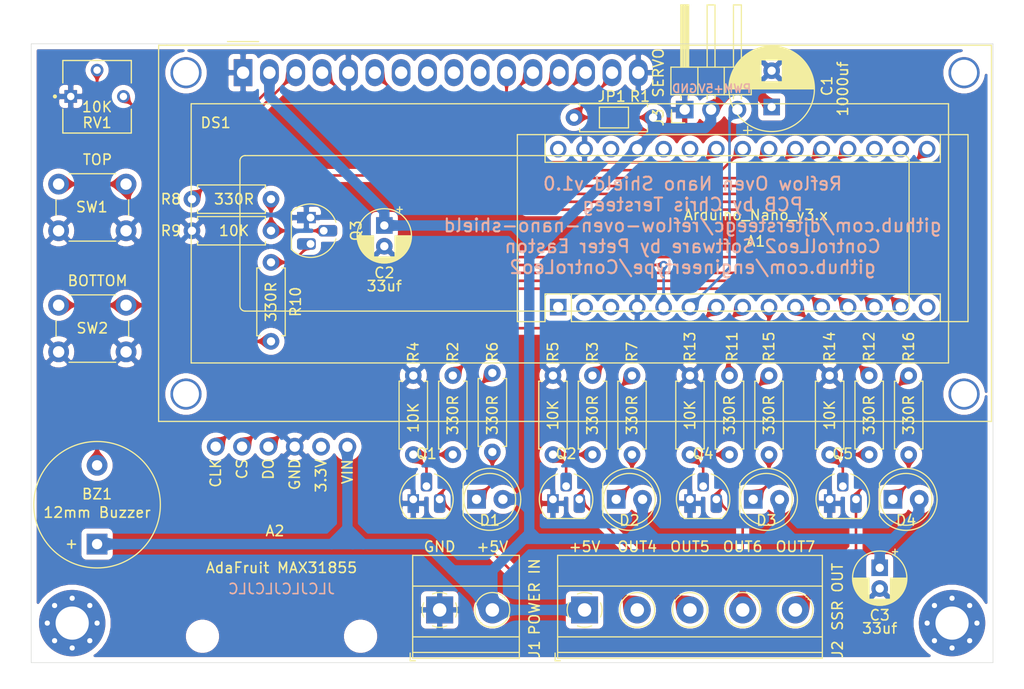
<source format=kicad_pcb>
(kicad_pcb (version 20171130) (host pcbnew "(5.1.9)-1")
  (layers (0 F.Cu signal) (31 B.Cu signal) (34 B.Paste user) (35 F.Paste user) (36 B.SilkS user) (37 F.SilkS user) (38 B.Mask user) (39 F.Mask user) (44 Edge.Cuts user))
  (net 0 "")
  (net 1 "Net-(A1-Pad15)")
  (net 2 "Net-(A1-Pad30)")
  (net 3 GND)
  (net 4 "Net-(A1-Pad28)")
  (net 5 +5V)
  (net 6 "Net-(A1-Pad26)")
  (net 7 "Net-(A1-Pad25)")
  (net 8 "Net-(A1-Pad3)")
  (net 9 "Net-(A1-Pad18)")
  (net 10 "Net-(A1-Pad2)")
  (net 11 "Net-(A1-Pad17)")
  (net 12 "Net-(A1-Pad1)")
  (net 13 "Net-(BZ1-Pad2)")
  (net 14 "Net-(D1-Pad1)")
  (net 15 "Net-(D2-Pad1)")
  (net 16 "Net-(D3-Pad1)")
  (net 17 "Net-(D4-Pad1)")
  (net 18 "Net-(DS1-Pad15)")
  (net 19 "Net-(DS1-Pad10)")
  (net 20 "Net-(DS1-Pad9)")
  (net 21 "Net-(DS1-Pad8)")
  (net 22 "Net-(DS1-Pad7)")
  (net 23 "Net-(DS1-Pad3)")
  (net 24 /OUT7)
  (net 25 /OUT6)
  (net 26 /OUT5)
  (net 27 /OUT4)
  (net 28 "Net-(Q1-Pad2)")
  (net 29 "Net-(Q2-Pad2)")
  (net 30 "Net-(Q3-Pad3)")
  (net 31 "Net-(Q3-Pad2)")
  (net 32 "Net-(Q4-Pad2)")
  (net 33 "Net-(Q5-Pad2)")
  (net 34 "Net-(A2-Pad3.3V)")
  (net 35 /D13_BUZZER)
  (net 36 /D11_TOP_BUTTON)
  (net 37 /D10_CLK)
  (net 38 /D9_CS)
  (net 39 /D8_MISO)
  (net 40 /D7_OUT7)
  (net 41 /D6_OUT6)
  (net 42 /A5_DATA3)
  (net 43 /D5_OUT5)
  (net 44 /A4_DATA2)
  (net 45 /D4_OUT4)
  (net 46 /A3_DATA1)
  (net 47 /D3_SERVO)
  (net 48 /A2_DATA0)
  (net 49 /D2_BOTTOM_BUTTON)
  (net 50 /A1_ENABLE)
  (net 51 /A0_RS)
  (module Package_TO_SOT_THT:TO-92_HandSolder (layer F.Cu) (at 165.862 87.122)
    (fp_text reference Q5 (at 1.27 -4.4) (layer F.SilkS))
    (fp_text value 2N3904)
    (pad 1 thru_hole rect (at 0 0) (size 1.1 1.8) (drill 0.75 (offset 0 0.4)) (layers *.Cu *.Mask) (net 3 GND))
    (pad 3 thru_hole roundrect (at 2.54 0) (size 1.1 1.8) (drill 0.75 (offset 0 0.4)) (layers *.Cu *.Mask) (net 24 /OUT7))
    (pad 2 thru_hole roundrect (at 1.27 -1.27) (size 1.1 1.8) (drill 0.75 (offset 0 -0.4)) (layers *.Cu *.Mask) (net 33 "Net-(Q5-Pad2)"))
  )
  (module Package_TO_SOT_THT:TO-92_HandSolder (layer F.Cu) (at 152.4 87.122)
    (fp_text reference Q4 (at 1.27 -4.4) (layer F.SilkS))
    (fp_text value 2N3904)
    (pad 1 thru_hole rect (at 0 0) (size 1.1 1.8) (drill 0.75 (offset 0 0.4)) (layers *.Cu *.Mask) (net 3 GND))
    (pad 3 thru_hole roundrect (at 2.54 0) (size 1.1 1.8) (drill 0.75 (offset 0 0.4)) (layers *.Cu *.Mask) (net 25 /OUT6))
    (pad 2 thru_hole roundrect (at 1.27 -1.27) (size 1.1 1.8) (drill 0.75 (offset 0 -0.4)) (layers *.Cu *.Mask) (net 32 "Net-(Q4-Pad2)"))
  )
  (module Package_TO_SOT_THT:TO-92_HandSolder (layer F.Cu) (at 115.824 59.944 270)
    (fp_text reference Q3 (at 1.27 -4.4 90) (layer F.SilkS))
    (fp_text value 2N3904)
    (pad 1 thru_hole rect (at 0 0 270) (size 1.1 1.8) (drill 0.75 (offset 0 0.4)) (layers *.Cu *.Mask) (net 3 GND))
    (pad 3 thru_hole roundrect (at 2.54 0 270) (size 1.1 1.8) (drill 0.75 (offset 0 0.4)) (layers *.Cu *.Mask) (net 30 "Net-(Q3-Pad3)"))
    (pad 2 thru_hole roundrect (at 1.27 -1.27 270) (size 1.1 1.8) (drill 0.75 (offset 0 -0.4)) (layers *.Cu *.Mask) (net 31 "Net-(Q3-Pad2)"))
  )
  (module Package_TO_SOT_THT:TO-92_HandSolder (layer F.Cu) (at 139.192 87.122)
    (fp_text reference Q2 (at 1.27 -4.4) (layer F.SilkS))
    (fp_text value 2N3904)
    (pad 1 thru_hole rect (at 0 0) (size 1.1 1.8) (drill 0.75 (offset 0 0.4)) (layers *.Cu *.Mask) (net 3 GND))
    (pad 3 thru_hole roundrect (at 2.54 0) (size 1.1 1.8) (drill 0.75 (offset 0 0.4)) (layers *.Cu *.Mask) (net 26 /OUT5))
    (pad 2 thru_hole roundrect (at 1.27 -1.27) (size 1.1 1.8) (drill 0.75 (offset 0 -0.4)) (layers *.Cu *.Mask) (net 29 "Net-(Q2-Pad2)"))
  )
  (module Package_TO_SOT_THT:TO-92_HandSolder (layer F.Cu) (at 125.73 87.122)
    (fp_text reference Q1 (at 1.27 -4.4) (layer F.SilkS))
    (fp_text value 2N3904)
    (pad 1 thru_hole rect (at 0 0) (size 1.1 1.8) (drill 0.75 (offset 0 0.4)) (layers *.Cu *.Mask) (net 3 GND))
    (pad 3 thru_hole roundrect (at 2.54 0) (size 1.1 1.8) (drill 0.75 (offset 0 0.4)) (layers *.Cu *.Mask) (net 27 /OUT4))
    (pad 2 thru_hole roundrect (at 1.27 -1.27) (size 1.1 1.8) (drill 0.75 (offset 0 -0.4)) (layers *.Cu *.Mask) (net 28 "Net-(Q1-Pad2)"))
  )
  (module Capacitor_THT:CP_Radial_D8.0mm_P3.50mm (layer F.Cu) (at 160.274 49.276 90)
    (fp_text reference C1 (at 2.032 5.334 90) (layer F.SilkS))
    (fp_text value 1000uf (at 1.75 6.858 90) (layer F.SilkS))
    (pad 2 thru_hole circle (at 3.5 0 90) (size 1.6 1.6) (drill 0.8) (layers *.Cu *.Mask) (net 3 GND))
    (pad 1 thru_hole rect (at 0 0 90) (size 1.6 1.6) (drill 0.8) (layers *.Cu *.Mask) (net 5 +5V))
  )
  (module "adafruit-max31855:Adafruit Max31855" (layer F.Cu) (at 123.19 80.01 180)
    (fp_text reference A2 (at 10.795 -10.16) (layer F.SilkS))
    (fp_text value "AdaFruit MAX31855" (at 10.16 -13.716) (layer F.SilkS))
    (fp_text user CLK (at 16.51 -4.572 90) (layer F.SilkS))
    (fp_text user CS (at 13.97 -4.191 90) (layer F.SilkS))
    (fp_text user DO (at 11.43 -4.191 90) (layer F.SilkS))
    (fp_text user 3.3V (at 6.35 -4.826 90) (layer F.SilkS))
    (fp_text user GND (at 8.89 -4.699 90) (layer F.SilkS))
    (fp_text user VIN (at 3.81 -4.445 90) (layer F.SilkS))
    (pad "" np_thru_hole circle (at 17.78 -20.32 180) (size 2.2 2.2) (drill 2.2) (layers *.Cu *.Mask))
    (pad "" np_thru_hole circle (at 2.54 -20.32 180) (size 2.2 2.2) (drill 2.2) (layers *.Cu *.Mask))
    (pad CLK thru_hole circle (at 16.51 -2.032 180) (size 1.7 1.7) (drill 1) (layers *.Cu *.Mask) (net 37 /D10_CLK))
    (pad CS thru_hole circle (at 13.97 -2.032 180) (size 1.7 1.7) (drill 1) (layers *.Cu *.Mask) (net 38 /D9_CS))
    (pad DO thru_hole circle (at 11.43 -2.032 180) (size 1.7 1.7) (drill 1) (layers *.Cu *.Mask) (net 39 /D8_MISO))
    (pad GND thru_hole circle (at 8.89 -2.032 180) (size 1.7 1.7) (drill 1) (layers *.Cu *.Mask) (net 3 GND))
    (pad 3.3V thru_hole circle (at 6.35 -2.032 180) (size 1.7 1.7) (drill 1) (layers *.Cu *.Mask) (net 34 "Net-(A2-Pad3.3V)"))
    (pad VIN thru_hole circle (at 3.81 -2.032 180) (size 1.7 1.7) (drill 1) (layers *.Cu *.Mask) (net 5 +5V))
  )
  (module Capacitor_THT:CP_Radial_D5.0mm_P2.00mm (layer F.Cu) (at 170.688 93.726 270)
    (fp_text reference C3 (at 4.572 0 180) (layer F.SilkS))
    (fp_text value 33uf (at 5.842 0 180) (layer F.SilkS))
    (pad 2 thru_hole circle (at 2 0 270) (size 1.6 1.6) (drill 0.8) (layers *.Cu *.Mask) (net 3 GND))
    (pad 1 thru_hole rect (at 0 0 270) (size 1.6 1.6) (drill 0.8) (layers *.Cu *.Mask) (net 5 +5V))
  )
  (module MountingHole:MountingHole_3.2mm_M3_Pad_Via (layer F.Cu) (at 177.66 99.06)
    (fp_text reference H2 hide)
    (fp_text value "M3 Mounting Hole")
    (pad 1 thru_hole circle (at 1.697056 -1.697056) (size 0.8 0.8) (drill 0.5) (layers *.Cu *.Mask))
    (pad 1 thru_hole circle (at 0 -2.4) (size 0.8 0.8) (drill 0.5) (layers *.Cu *.Mask))
    (pad 1 thru_hole circle (at -1.697056 -1.697056) (size 0.8 0.8) (drill 0.5) (layers *.Cu *.Mask))
    (pad 1 thru_hole circle (at -2.4 0) (size 0.8 0.8) (drill 0.5) (layers *.Cu *.Mask))
    (pad 1 thru_hole circle (at -1.697056 1.697056) (size 0.8 0.8) (drill 0.5) (layers *.Cu *.Mask))
    (pad 1 thru_hole circle (at 0 2.4) (size 0.8 0.8) (drill 0.5) (layers *.Cu *.Mask))
    (pad 1 thru_hole circle (at 1.697056 1.697056) (size 0.8 0.8) (drill 0.5) (layers *.Cu *.Mask))
    (pad 1 thru_hole circle (at 2.4 0) (size 0.8 0.8) (drill 0.5) (layers *.Cu *.Mask))
    (pad 1 thru_hole circle (at 0 0) (size 6.4 6.4) (drill 3.2) (layers *.Cu *.Mask))
  )
  (module MountingHole:MountingHole_3.2mm_M3_Pad_Via (layer F.Cu) (at 92.85 99.06)
    (fp_text reference H1 hide)
    (fp_text value "M3 Mounting Hole")
    (pad 1 thru_hole circle (at 1.697056 -1.697056) (size 0.8 0.8) (drill 0.5) (layers *.Cu *.Mask))
    (pad 1 thru_hole circle (at 0 -2.4) (size 0.8 0.8) (drill 0.5) (layers *.Cu *.Mask))
    (pad 1 thru_hole circle (at -1.697056 -1.697056) (size 0.8 0.8) (drill 0.5) (layers *.Cu *.Mask))
    (pad 1 thru_hole circle (at -2.4 0) (size 0.8 0.8) (drill 0.5) (layers *.Cu *.Mask))
    (pad 1 thru_hole circle (at -1.697056 1.697056) (size 0.8 0.8) (drill 0.5) (layers *.Cu *.Mask))
    (pad 1 thru_hole circle (at 0 2.4) (size 0.8 0.8) (drill 0.5) (layers *.Cu *.Mask))
    (pad 1 thru_hole circle (at 1.697056 1.697056) (size 0.8 0.8) (drill 0.5) (layers *.Cu *.Mask))
    (pad 1 thru_hole circle (at 2.4 0) (size 0.8 0.8) (drill 0.5) (layers *.Cu *.Mask))
    (pad 1 thru_hole circle (at 0 0) (size 6.4 6.4) (drill 3.2) (layers *.Cu *.Mask))
  )
  (module Buzzer_Beeper:Buzzer_12x9.5RM7.6 (layer F.Cu) (at 95.25 91.44 90)
    (fp_text reference BZ1 (at 4.826 0 180) (layer F.SilkS))
    (fp_text value "12mm Buzzer" (at 3.048 0 180) (layer F.SilkS))
    (fp_text user + (at -0.01 -2.54 90) (layer F.SilkS))
    (pad 2 thru_hole circle (at 7.6 0 90) (size 2 2) (drill 1) (layers *.Cu *.Mask) (net 13 "Net-(BZ1-Pad2)"))
    (pad 1 thru_hole rect (at 0 0 90) (size 2 2) (drill 1) (layers *.Cu *.Mask) (net 5 +5V))
  )
  (module Button_Switch_THT:SW_PUSH_6mm_H4.3mm (layer F.Cu) (at 91.544 68.398)
    (fp_text reference SW2 (at 3.25 2.214) (layer F.SilkS))
    (fp_text value BOTTOM (at 3.75 -2.358) (layer F.SilkS))
    (pad 1 thru_hole circle (at 6.5 0 90) (size 2 2) (drill 1.1) (layers *.Cu *.Mask) (net 49 /D2_BOTTOM_BUTTON))
    (pad 2 thru_hole circle (at 6.5 4.5 90) (size 2 2) (drill 1.1) (layers *.Cu *.Mask) (net 3 GND))
    (pad 1 thru_hole circle (at 0 0 90) (size 2 2) (drill 1.1) (layers *.Cu *.Mask) (net 49 /D2_BOTTOM_BUTTON))
    (pad 2 thru_hole circle (at 0 4.5 90) (size 2 2) (drill 1.1) (layers *.Cu *.Mask) (net 3 GND))
  )
  (module Button_Switch_THT:SW_PUSH_6mm_H4.3mm (layer F.Cu) (at 91.5416 56.714)
    (fp_text reference SW1 (at 3.2004 2.214) (layer F.SilkS))
    (fp_text value TOP (at 3.75 -2.358) (layer F.SilkS))
    (pad 1 thru_hole circle (at 6.5 0 90) (size 2 2) (drill 1.1) (layers *.Cu *.Mask) (net 36 /D11_TOP_BUTTON))
    (pad 2 thru_hole circle (at 6.5 4.5 90) (size 2 2) (drill 1.1) (layers *.Cu *.Mask) (net 3 GND))
    (pad 1 thru_hole circle (at 0 0 90) (size 2 2) (drill 1.1) (layers *.Cu *.Mask) (net 36 /D11_TOP_BUTTON))
    (pad 2 thru_hole circle (at 0 4.5 90) (size 2 2) (drill 1.1) (layers *.Cu *.Mask) (net 3 GND))
  )
  (module 3362P-1-103:TRIM_3362P-1-103 (layer F.Cu) (at 95.25 48.26)
    (fp_text reference RV1 (at 0 2.54) (layer F.SilkS))
    (fp_text value 10K (at 0 1.016) (layer F.SilkS))
    (pad 1 thru_hole rect (at -2.54 0) (size 1.222 1.222) (drill 0.714) (layers *.Cu *.Mask) (net 3 GND))
    (pad 2 thru_hole circle (at 0 -2.54) (size 1.222 1.222) (drill 0.714) (layers *.Cu *.Mask) (net 23 "Net-(DS1-Pad3)"))
    (pad 3 thru_hole circle (at 2.54 0) (size 1.222 1.222) (drill 0.714) (layers *.Cu *.Mask) (net 5 +5V))
  )
  (module Resistor_THT:R_Axial_DIN0207_L6.3mm_D2.5mm_P7.62mm_Horizontal (layer F.Cu) (at 173.482 75.184 270)
    (fp_text reference R16 (at -2.794 0 90) (layer F.SilkS))
    (fp_text value 330R (at 3.81 0 90) (layer F.SilkS))
    (pad 2 thru_hole oval (at 7.62 0 270) (size 1.6 1.6) (drill 0.8) (layers *.Cu *.Mask) (net 17 "Net-(D4-Pad1)"))
    (pad 1 thru_hole circle (at 0 0 270) (size 1.6 1.6) (drill 0.8) (layers *.Cu *.Mask) (net 24 /OUT7))
  )
  (module Resistor_THT:R_Axial_DIN0207_L6.3mm_D2.5mm_P7.62mm_Horizontal (layer F.Cu) (at 160.02 75.184 270)
    (fp_text reference R15 (at -2.794 0 90) (layer F.SilkS))
    (fp_text value 330R (at 3.81 0 90) (layer F.SilkS))
    (pad 2 thru_hole oval (at 7.62 0 270) (size 1.6 1.6) (drill 0.8) (layers *.Cu *.Mask) (net 16 "Net-(D3-Pad1)"))
    (pad 1 thru_hole circle (at 0 0 270) (size 1.6 1.6) (drill 0.8) (layers *.Cu *.Mask) (net 25 /OUT6))
  )
  (module Resistor_THT:R_Axial_DIN0207_L6.3mm_D2.5mm_P7.62mm_Horizontal (layer F.Cu) (at 165.862 75.184 270)
    (fp_text reference R14 (at -2.794 0 90) (layer F.SilkS))
    (fp_text value 10K (at 3.81 0 90) (layer F.SilkS))
    (pad 2 thru_hole oval (at 7.62 0 270) (size 1.6 1.6) (drill 0.8) (layers *.Cu *.Mask) (net 33 "Net-(Q5-Pad2)"))
    (pad 1 thru_hole circle (at 0 0 270) (size 1.6 1.6) (drill 0.8) (layers *.Cu *.Mask) (net 3 GND))
  )
  (module Resistor_THT:R_Axial_DIN0207_L6.3mm_D2.5mm_P7.62mm_Horizontal (layer F.Cu) (at 152.4 75.184 270)
    (fp_text reference R13 (at -2.794 0 90) (layer F.SilkS))
    (fp_text value 10K (at 3.81 0 90) (layer F.SilkS))
    (pad 2 thru_hole oval (at 7.62 0 270) (size 1.6 1.6) (drill 0.8) (layers *.Cu *.Mask) (net 32 "Net-(Q4-Pad2)"))
    (pad 1 thru_hole circle (at 0 0 270) (size 1.6 1.6) (drill 0.8) (layers *.Cu *.Mask) (net 3 GND))
  )
  (module Resistor_THT:R_Axial_DIN0207_L6.3mm_D2.5mm_P7.62mm_Horizontal (layer F.Cu) (at 169.672 82.804 90)
    (fp_text reference R12 (at 10.414 0 90) (layer F.SilkS))
    (fp_text value 330R (at 3.81 0 90) (layer F.SilkS))
    (pad 2 thru_hole oval (at 7.62 0 90) (size 1.6 1.6) (drill 0.8) (layers *.Cu *.Mask) (net 40 /D7_OUT7))
    (pad 1 thru_hole circle (at 0 0 90) (size 1.6 1.6) (drill 0.8) (layers *.Cu *.Mask) (net 33 "Net-(Q5-Pad2)"))
  )
  (module Resistor_THT:R_Axial_DIN0207_L6.3mm_D2.5mm_P7.62mm_Horizontal (layer F.Cu) (at 156.21 82.804 90)
    (fp_text reference R11 (at 10.414 0.254 90) (layer F.SilkS))
    (fp_text value 330R (at 3.81 0 90) (layer F.SilkS))
    (pad 2 thru_hole oval (at 7.62 0 90) (size 1.6 1.6) (drill 0.8) (layers *.Cu *.Mask) (net 41 /D6_OUT6))
    (pad 1 thru_hole circle (at 0 0 90) (size 1.6 1.6) (drill 0.8) (layers *.Cu *.Mask) (net 32 "Net-(Q4-Pad2)"))
  )
  (module Resistor_THT:R_Axial_DIN0207_L6.3mm_D2.5mm_P7.62mm_Horizontal (layer F.Cu) (at 112.014 64.262 270)
    (fp_text reference R10 (at 3.81 -2.37 90) (layer F.SilkS))
    (fp_text value 330R (at 3.81 0 90) (layer F.SilkS))
    (pad 2 thru_hole oval (at 7.62 0 270) (size 1.6 1.6) (drill 0.8) (layers *.Cu *.Mask) (net 13 "Net-(BZ1-Pad2)"))
    (pad 1 thru_hole circle (at 0 0 270) (size 1.6 1.6) (drill 0.8) (layers *.Cu *.Mask) (net 30 "Net-(Q3-Pad3)"))
  )
  (module Resistor_THT:R_Axial_DIN0207_L6.3mm_D2.5mm_P7.62mm_Horizontal (layer F.Cu) (at 104.394 61.214)
    (fp_text reference R9 (at -2.032 0) (layer F.SilkS))
    (fp_text value 10K (at 4.064 0) (layer F.SilkS))
    (pad 2 thru_hole oval (at 7.62 0) (size 1.6 1.6) (drill 0.8) (layers *.Cu *.Mask) (net 31 "Net-(Q3-Pad2)"))
    (pad 1 thru_hole circle (at 0 0) (size 1.6 1.6) (drill 0.8) (layers *.Cu *.Mask) (net 3 GND))
  )
  (module Resistor_THT:R_Axial_DIN0207_L6.3mm_D2.5mm_P7.62mm_Horizontal (layer F.Cu) (at 112.014 58.166 180)
    (fp_text reference R8 (at 9.652 0) (layer F.SilkS))
    (fp_text value 330R (at 3.556 0) (layer F.SilkS))
    (pad 2 thru_hole oval (at 7.62 0 180) (size 1.6 1.6) (drill 0.8) (layers *.Cu *.Mask) (net 35 /D13_BUZZER))
    (pad 1 thru_hole circle (at 0 0 180) (size 1.6 1.6) (drill 0.8) (layers *.Cu *.Mask) (net 31 "Net-(Q3-Pad2)"))
  )
  (module Resistor_THT:R_Axial_DIN0207_L6.3mm_D2.5mm_P7.62mm_Horizontal (layer F.Cu) (at 146.812 75.184 270)
    (fp_text reference R7 (at -2.286 0 90) (layer F.SilkS))
    (fp_text value 330R (at 3.81 0 90) (layer F.SilkS))
    (pad 2 thru_hole oval (at 7.62 0 270) (size 1.6 1.6) (drill 0.8) (layers *.Cu *.Mask) (net 15 "Net-(D2-Pad1)"))
    (pad 1 thru_hole circle (at 0 0 270) (size 1.6 1.6) (drill 0.8) (layers *.Cu *.Mask) (net 26 /OUT5))
  )
  (module Resistor_THT:R_Axial_DIN0207_L6.3mm_D2.5mm_P7.62mm_Horizontal (layer F.Cu) (at 133.35 74.93 270)
    (fp_text reference R6 (at -2.032 0 90) (layer F.SilkS))
    (fp_text value 330R (at 4.064 0 90) (layer F.SilkS))
    (pad 2 thru_hole oval (at 7.62 0 270) (size 1.6 1.6) (drill 0.8) (layers *.Cu *.Mask) (net 14 "Net-(D1-Pad1)"))
    (pad 1 thru_hole circle (at 0 0 270) (size 1.6 1.6) (drill 0.8) (layers *.Cu *.Mask) (net 27 /OUT4))
  )
  (module Resistor_THT:R_Axial_DIN0207_L6.3mm_D2.5mm_P7.62mm_Horizontal (layer F.Cu) (at 139.192 75.184 270)
    (fp_text reference R5 (at -2.286 0 90) (layer F.SilkS))
    (fp_text value 10K (at 3.81 0 90) (layer F.SilkS))
    (pad 2 thru_hole oval (at 7.62 0 270) (size 1.6 1.6) (drill 0.8) (layers *.Cu *.Mask) (net 29 "Net-(Q2-Pad2)"))
    (pad 1 thru_hole circle (at 0 0 270) (size 1.6 1.6) (drill 0.8) (layers *.Cu *.Mask) (net 3 GND))
  )
  (module Resistor_THT:R_Axial_DIN0207_L6.3mm_D2.5mm_P7.62mm_Horizontal (layer F.Cu) (at 125.73 75.184 270)
    (fp_text reference R4 (at -2.286 0 90) (layer F.SilkS))
    (fp_text value 10K (at 4.064 0 90) (layer F.SilkS))
    (pad 2 thru_hole oval (at 7.62 0 270) (size 1.6 1.6) (drill 0.8) (layers *.Cu *.Mask) (net 28 "Net-(Q1-Pad2)"))
    (pad 1 thru_hole circle (at 0 0 270) (size 1.6 1.6) (drill 0.8) (layers *.Cu *.Mask) (net 3 GND))
  )
  (module Resistor_THT:R_Axial_DIN0207_L6.3mm_D2.5mm_P7.62mm_Horizontal (layer F.Cu) (at 143.002 82.804 90)
    (fp_text reference R3 (at 9.906 0 90) (layer F.SilkS))
    (fp_text value 330R (at 3.81 0 90) (layer F.SilkS))
    (pad 2 thru_hole oval (at 7.62 0 90) (size 1.6 1.6) (drill 0.8) (layers *.Cu *.Mask) (net 43 /D5_OUT5))
    (pad 1 thru_hole circle (at 0 0 90) (size 1.6 1.6) (drill 0.8) (layers *.Cu *.Mask) (net 29 "Net-(Q2-Pad2)"))
  )
  (module Resistor_THT:R_Axial_DIN0207_L6.3mm_D2.5mm_P7.62mm_Horizontal (layer F.Cu) (at 129.54 82.804 90)
    (fp_text reference R2 (at 9.906 0 90) (layer F.SilkS))
    (fp_text value 330R (at 3.81 0 90) (layer F.SilkS))
    (pad 2 thru_hole oval (at 7.62 0 90) (size 1.6 1.6) (drill 0.8) (layers *.Cu *.Mask) (net 45 /D4_OUT4))
    (pad 1 thru_hole circle (at 0 0 90) (size 1.6 1.6) (drill 0.8) (layers *.Cu *.Mask) (net 28 "Net-(Q1-Pad2)"))
  )
  (module Resistor_THT:R_Axial_DIN0207_L6.3mm_D2.5mm_P7.62mm_Horizontal (layer F.Cu) (at 148.844 50.292 180)
    (fp_text reference R1 (at 1.27 2.032) (layer F.SilkS))
    (fp_text value 100R)
    (pad 2 thru_hole oval (at 7.62 0 180) (size 1.6 1.6) (drill 0.8) (layers *.Cu *.Mask) (net 18 "Net-(DS1-Pad15)"))
    (pad 1 thru_hole circle (at 0 0 180) (size 1.6 1.6) (drill 0.8) (layers *.Cu *.Mask) (net 5 +5V))
  )
  (module Jumper:SolderJumper-2_P1.3mm_Open_TrianglePad1.0x1.5mm (layer F.Cu) (at 145.071 50.292)
    (fp_text reference JP1 (at -0.217 -2.032) (layer F.SilkS))
    (fp_text value SolderJumper_2_Open)
    (pad 1 smd custom (at -0.725 0) (size 0.3 0.3) (layers F.Cu F.Mask) (net 18 "Net-(DS1-Pad15)") (options (clearance outline) (anchor rect)) (primitives (gr_poly (pts (xy -0.5 -0.75) (xy 0.5 -0.75) (xy 1 0) (xy 0.5 0.75) (xy -0.5 0.75)) (width 0))))
    (pad 2 smd custom (at 0.725 0) (size 0.3 0.3) (layers F.Cu F.Mask) (net 5 +5V) (options (clearance outline) (anchor rect)) (primitives (gr_poly (pts (xy -0.65 -0.75) (xy 0.5 -0.75) (xy 0.5 0.75) (xy -0.65 0.75) (xy -0.15 0)) (width 0))))
  )
  (module Connector_PinHeader_2.54mm:PinHeader_1x03_P2.54mm_Horizontal (layer F.Cu) (at 151.892 49.53 90)
    (fp_text reference J3 (at -0.762 -2.54 90) (layer F.SilkS))
    (fp_text value SERVO (at 3.556 -2.54 90) (layer F.SilkS))
    (pad 3 thru_hole oval (at 0 5.08 90) (size 1.7 1.7) (drill 1) (layers *.Cu *.Mask) (net 47 /D3_SERVO))
    (pad 2 thru_hole oval (at 0 2.54 90) (size 1.7 1.7) (drill 1) (layers *.Cu *.Mask) (net 5 +5V))
    (pad 1 thru_hole rect (at 0 0 90) (size 1.7 1.7) (drill 1) (layers *.Cu *.Mask) (net 3 GND))
  )
  (module TerminalBlock_Phoenix:TerminalBlock_Phoenix_MKDS-1,5-5-5.08_1x05_P5.08mm_Horizontal (layer F.Cu) (at 142.24 97.79)
    (fp_text reference J2 (at 24.384 3.81 90) (layer F.SilkS))
    (fp_text value "SSR OUT" (at 24.384 -1.27 90) (layer F.SilkS))
    (pad 5 thru_hole circle (at 20.32 0) (size 2.6 2.6) (drill 1.3) (layers *.Cu *.Mask) (net 24 /OUT7))
    (pad 4 thru_hole circle (at 15.24 0) (size 2.6 2.6) (drill 1.3) (layers *.Cu *.Mask) (net 25 /OUT6))
    (pad 3 thru_hole circle (at 10.16 0) (size 2.6 2.6) (drill 1.3) (layers *.Cu *.Mask) (net 26 /OUT5))
    (pad 2 thru_hole circle (at 5.08 0) (size 2.6 2.6) (drill 1.3) (layers *.Cu *.Mask) (net 27 /OUT4))
    (pad 1 thru_hole rect (at 0 0) (size 2.6 2.6) (drill 1.3) (layers *.Cu *.Mask) (net 5 +5V))
  )
  (module TerminalBlock_Phoenix:TerminalBlock_Phoenix_MKDS-1,5-2-5.08_1x02_P5.08mm_Horizontal (layer F.Cu) (at 128.27 97.79)
    (fp_text reference J1 (at 9.144 3.81 90) (layer F.SilkS))
    (fp_text value "POWER IN" (at 9.144 -1.27 90) (layer F.SilkS))
    (pad 2 thru_hole circle (at 5.08 0) (size 2.6 2.6) (drill 1.3) (layers *.Cu *.Mask) (net 5 +5V))
    (pad 1 thru_hole rect (at 0 0) (size 2.6 2.6) (drill 1.3) (layers *.Cu *.Mask) (net 3 GND))
  )
  (module Display:WC1602A (layer F.Cu) (at 109.32 45.965)
    (fp_text reference DS1 (at -2.64 4.835) (layer F.SilkS))
    (fp_text value WC1602A)
    (pad "" thru_hole circle (at 69.5 0) (size 3 3) (drill 2.5) (layers *.Cu *.Mask))
    (pad "" thru_hole circle (at 69.49948 31.0007) (size 3 3) (drill 2.5) (layers *.Cu *.Mask))
    (pad "" thru_hole circle (at -5.4991 31.0007) (size 3 3) (drill 2.5) (layers *.Cu *.Mask))
    (pad "" thru_hole circle (at -5.4991 0) (size 3 3) (drill 2.5) (layers *.Cu *.Mask))
    (pad 16 thru_hole oval (at 38.1 0) (size 1.8 2.6) (drill 1.2) (layers *.Cu *.Mask) (net 3 GND))
    (pad 15 thru_hole oval (at 35.56 0) (size 1.8 2.6) (drill 1.2) (layers *.Cu *.Mask) (net 18 "Net-(DS1-Pad15)"))
    (pad 14 thru_hole oval (at 33.02 0) (size 1.8 2.6) (drill 1.2) (layers *.Cu *.Mask) (net 42 /A5_DATA3))
    (pad 13 thru_hole oval (at 30.48 0) (size 1.8 2.6) (drill 1.2) (layers *.Cu *.Mask) (net 44 /A4_DATA2))
    (pad 12 thru_hole oval (at 27.94 0) (size 1.8 2.6) (drill 1.2) (layers *.Cu *.Mask) (net 46 /A3_DATA1))
    (pad 11 thru_hole oval (at 25.4 0) (size 1.8 2.6) (drill 1.2) (layers *.Cu *.Mask) (net 48 /A2_DATA0))
    (pad 10 thru_hole oval (at 22.86 0) (size 1.8 2.6) (drill 1.2) (layers *.Cu *.Mask) (net 19 "Net-(DS1-Pad10)"))
    (pad 9 thru_hole oval (at 20.32 0) (size 1.8 2.6) (drill 1.2) (layers *.Cu *.Mask) (net 20 "Net-(DS1-Pad9)"))
    (pad 8 thru_hole oval (at 17.78 0) (size 1.8 2.6) (drill 1.2) (layers *.Cu *.Mask) (net 21 "Net-(DS1-Pad8)"))
    (pad 7 thru_hole oval (at 15.24 0) (size 1.8 2.6) (drill 1.2) (layers *.Cu *.Mask) (net 22 "Net-(DS1-Pad7)"))
    (pad 6 thru_hole oval (at 12.7 0) (size 1.8 2.6) (drill 1.2) (layers *.Cu *.Mask) (net 50 /A1_ENABLE))
    (pad 5 thru_hole oval (at 10.16 0) (size 1.8 2.6) (drill 1.2) (layers *.Cu *.Mask) (net 3 GND))
    (pad 4 thru_hole oval (at 7.62 0) (size 1.8 2.6) (drill 1.2) (layers *.Cu *.Mask) (net 51 /A0_RS))
    (pad 3 thru_hole oval (at 5.08 0) (size 1.8 2.6) (drill 1.2) (layers *.Cu *.Mask) (net 23 "Net-(DS1-Pad3)"))
    (pad 2 thru_hole oval (at 2.54 0) (size 1.8 2.6) (drill 1.2) (layers *.Cu *.Mask) (net 5 +5V))
    (pad 1 thru_hole rect (at 0 0) (size 1.8 2.6) (drill 1.2) (layers *.Cu *.Mask) (net 3 GND))
  )
  (module LED_THT:LED_D5.0mm (layer F.Cu) (at 171.958 87.122)
    (fp_text reference D4 (at 1.27 2.032) (layer F.SilkS))
    (fp_text value LED)
    (pad 2 thru_hole circle (at 2.54 0) (size 1.8 1.8) (drill 0.9) (layers *.Cu *.Mask) (net 5 +5V))
    (pad 1 thru_hole rect (at 0 0) (size 1.8 1.8) (drill 0.9) (layers *.Cu *.Mask) (net 17 "Net-(D4-Pad1)"))
  )
  (module LED_THT:LED_D5.0mm (layer F.Cu) (at 158.496 87.122)
    (fp_text reference D3 (at 1.27 2.032) (layer F.SilkS))
    (fp_text value LED)
    (pad 2 thru_hole circle (at 2.54 0) (size 1.8 1.8) (drill 0.9) (layers *.Cu *.Mask) (net 5 +5V))
    (pad 1 thru_hole rect (at 0 0) (size 1.8 1.8) (drill 0.9) (layers *.Cu *.Mask) (net 16 "Net-(D3-Pad1)"))
  )
  (module LED_THT:LED_D5.0mm (layer F.Cu) (at 145.288 87.122)
    (fp_text reference D2 (at 1.27 2.032) (layer F.SilkS))
    (fp_text value LED)
    (pad 2 thru_hole circle (at 2.54 0) (size 1.8 1.8) (drill 0.9) (layers *.Cu *.Mask) (net 5 +5V))
    (pad 1 thru_hole rect (at 0 0) (size 1.8 1.8) (drill 0.9) (layers *.Cu *.Mask) (net 15 "Net-(D2-Pad1)"))
  )
  (module LED_THT:LED_D5.0mm (layer F.Cu) (at 131.826 87.122)
    (fp_text reference D1 (at 1.27 2.032) (layer F.SilkS))
    (fp_text value LED)
    (pad 2 thru_hole circle (at 2.54 0) (size 1.8 1.8) (drill 0.9) (layers *.Cu *.Mask) (net 5 +5V))
    (pad 1 thru_hole rect (at 0 0) (size 1.8 1.8) (drill 0.9) (layers *.Cu *.Mask) (net 14 "Net-(D1-Pad1)"))
  )
  (module Capacitor_THT:CP_Radial_D5.0mm_P2.00mm (layer F.Cu) (at 122.936 60.706 270)
    (fp_text reference C2 (at 4.572 0 180) (layer F.SilkS))
    (fp_text value 33uf (at 5.842 0 180) (layer F.SilkS))
    (pad 2 thru_hole circle (at 2 0 270) (size 1.6 1.6) (drill 0.8) (layers *.Cu *.Mask) (net 3 GND))
    (pad 1 thru_hole rect (at 0 0 270) (size 1.6 1.6) (drill 0.8) (layers *.Cu *.Mask) (net 5 +5V))
  )
  (module Module:Arduino_Nano (layer F.Cu) (at 139.7 68.58 90)
    (fp_text reference A1 (at 6.35 19.05 180) (layer F.SilkS))
    (fp_text value Arduino_Nano_v3.x (at 8.89 19.05) (layer F.SilkS))
    (pad 16 thru_hole oval (at 15.24 35.56 90) (size 1.6 1.6) (drill 1) (layers *.Cu *.Mask) (net 35 /D13_BUZZER))
    (pad 15 thru_hole oval (at 0 35.56 90) (size 1.6 1.6) (drill 1) (layers *.Cu *.Mask) (net 1 "Net-(A1-Pad15)"))
    (pad 30 thru_hole oval (at 15.24 0 90) (size 1.6 1.6) (drill 1) (layers *.Cu *.Mask) (net 2 "Net-(A1-Pad30)"))
    (pad 14 thru_hole oval (at 0 33.02 90) (size 1.6 1.6) (drill 1) (layers *.Cu *.Mask) (net 36 /D11_TOP_BUTTON))
    (pad 29 thru_hole oval (at 15.24 2.54 90) (size 1.6 1.6) (drill 1) (layers *.Cu *.Mask) (net 3 GND))
    (pad 13 thru_hole oval (at 0 30.48 90) (size 1.6 1.6) (drill 1) (layers *.Cu *.Mask) (net 37 /D10_CLK))
    (pad 28 thru_hole oval (at 15.24 5.08 90) (size 1.6 1.6) (drill 1) (layers *.Cu *.Mask) (net 4 "Net-(A1-Pad28)"))
    (pad 12 thru_hole oval (at 0 27.94 90) (size 1.6 1.6) (drill 1) (layers *.Cu *.Mask) (net 38 /D9_CS))
    (pad 27 thru_hole oval (at 15.24 7.62 90) (size 1.6 1.6) (drill 1) (layers *.Cu *.Mask) (net 5 +5V))
    (pad 11 thru_hole oval (at 0 25.4 90) (size 1.6 1.6) (drill 1) (layers *.Cu *.Mask) (net 39 /D8_MISO))
    (pad 26 thru_hole oval (at 15.24 10.16 90) (size 1.6 1.6) (drill 1) (layers *.Cu *.Mask) (net 6 "Net-(A1-Pad26)"))
    (pad 10 thru_hole oval (at 0 22.86 90) (size 1.6 1.6) (drill 1) (layers *.Cu *.Mask) (net 40 /D7_OUT7))
    (pad 25 thru_hole oval (at 15.24 12.7 90) (size 1.6 1.6) (drill 1) (layers *.Cu *.Mask) (net 7 "Net-(A1-Pad25)"))
    (pad 9 thru_hole oval (at 0 20.32 90) (size 1.6 1.6) (drill 1) (layers *.Cu *.Mask) (net 41 /D6_OUT6))
    (pad 24 thru_hole oval (at 15.24 15.24 90) (size 1.6 1.6) (drill 1) (layers *.Cu *.Mask) (net 42 /A5_DATA3))
    (pad 8 thru_hole oval (at 0 17.78 90) (size 1.6 1.6) (drill 1) (layers *.Cu *.Mask) (net 43 /D5_OUT5))
    (pad 23 thru_hole oval (at 15.24 17.78 90) (size 1.6 1.6) (drill 1) (layers *.Cu *.Mask) (net 44 /A4_DATA2))
    (pad 7 thru_hole oval (at 0 15.24 90) (size 1.6 1.6) (drill 1) (layers *.Cu *.Mask) (net 45 /D4_OUT4))
    (pad 22 thru_hole oval (at 15.24 20.32 90) (size 1.6 1.6) (drill 1) (layers *.Cu *.Mask) (net 46 /A3_DATA1))
    (pad 6 thru_hole oval (at 0 12.7 90) (size 1.6 1.6) (drill 1) (layers *.Cu *.Mask) (net 47 /D3_SERVO))
    (pad 21 thru_hole oval (at 15.24 22.86 90) (size 1.6 1.6) (drill 1) (layers *.Cu *.Mask) (net 48 /A2_DATA0))
    (pad 5 thru_hole oval (at 0 10.16 90) (size 1.6 1.6) (drill 1) (layers *.Cu *.Mask) (net 49 /D2_BOTTOM_BUTTON))
    (pad 20 thru_hole oval (at 15.24 25.4 90) (size 1.6 1.6) (drill 1) (layers *.Cu *.Mask) (net 50 /A1_ENABLE))
    (pad 4 thru_hole oval (at 0 7.62 90) (size 1.6 1.6) (drill 1) (layers *.Cu *.Mask) (net 3 GND))
    (pad 19 thru_hole oval (at 15.24 27.94 90) (size 1.6 1.6) (drill 1) (layers *.Cu *.Mask) (net 51 /A0_RS))
    (pad 3 thru_hole oval (at 0 5.08 90) (size 1.6 1.6) (drill 1) (layers *.Cu *.Mask) (net 8 "Net-(A1-Pad3)"))
    (pad 18 thru_hole oval (at 15.24 30.48 90) (size 1.6 1.6) (drill 1) (layers *.Cu *.Mask) (net 9 "Net-(A1-Pad18)"))
    (pad 2 thru_hole oval (at 0 2.54 90) (size 1.6 1.6) (drill 1) (layers *.Cu *.Mask) (net 10 "Net-(A1-Pad2)"))
    (pad 17 thru_hole oval (at 15.24 33.02 90) (size 1.6 1.6) (drill 1) (layers *.Cu *.Mask) (net 11 "Net-(A1-Pad17)"))
    (pad 1 thru_hole rect (at 0 0 90) (size 1.6 1.6) (drill 1) (layers *.Cu *.Mask) (net 12 "Net-(A1-Pad1)"))
  )
  (gr_text JLCJLCJLCJLC (at 113.03 95.758) (layer B.SilkS) (effects (font (size 1 1)) (justify mirror)))
  (gr_text "Reflow Oven Nano Shield v1.0\nPCB by Chris Tersteeg\ngithub.com/djtersteegc/reflow-oven-nano-shield\nControlLeo2 Software by Peter Easton\ngithub.com/engineertype/ControLeo2" (at 152.654 60.706) (layer B.SilkS) (effects (font (size 1.25 1.25) (thickness 0.2)) (justify mirror)))
  (gr_text GND (at 151.892 47.498) (layer B.SilkS) (effects (font (size 0.8 0.8)) (justify mirror)))
  (gr_text PWM (at 156.972 47.498) (layer B.SilkS) (effects (font (size 0.8 0.8)) (justify mirror)))
  (gr_text +5V (at 154.432 47.498) (layer B.SilkS) (effects (font (size 0.8 0.8)) (justify mirror)))
  (gr_line (start 88.9 43.18) (end 181.61 43.18) (layer Edge.Cuts) (width 0.05))
  (gr_line (start 88.9 102.87) (end 181.61 102.87) (layer Edge.Cuts) (width 0.05))
  (gr_line (start 181.61 102.87) (end 181.61 43.18) (layer Edge.Cuts) (width 0.05))
  (gr_line (start 88.9 102.87) (end 88.9 43.18) (layer Edge.Cuts) (width 0.05))
  (gr_text "OUT7\n" (at 162.56 91.694) (layer F.SilkS) (effects (font (size 1 1))))
  (gr_text "OUT6\n" (at 157.48 91.694) (layer F.SilkS) (effects (font (size 1 1))))
  (gr_text "OUT5\n" (at 152.4 91.694) (layer F.SilkS) (effects (font (size 1 1))))
  (gr_text OUT4 (at 147.32 91.694) (layer F.SilkS) (effects (font (size 1 1))))
  (gr_text +5V (at 142.24 91.694) (layer F.SilkS) (effects (font (size 1 1))))
  (gr_text +5V (at 133.35 91.694) (layer F.SilkS) (effects (font (size 1 1))))
  (gr_text GND (at 128.27 91.694) (layer F.SilkS) (effects (font (size 1 1))))
  (segment (start 142.24 97.79) (end 133.35 97.79) (width 1) (layer B.Cu) (net 5))
  (segment (start 174.498 88.394792) (end 174.498 87.122) (width 1) (layer B.Cu) (net 5))
  (segment (start 171.960792 90.932) (end 174.498 88.394792) (width 1) (layer B.Cu) (net 5))
  (segment (start 119.38 89.916) (end 120.904 91.44) (width 1) (layer B.Cu) (net 5))
  (segment (start 119.38 82.042) (end 119.38 89.916) (width 1) (layer B.Cu) (net 5))
  (segment (start 127 91.44) (end 120.904 91.44) (width 1) (layer B.Cu) (net 5))
  (segment (start 136.398 90.932) (end 136.906 90.424) (width 1) (layer B.Cu) (net 5))
  (segment (start 138.684 90.932) (end 137.668 90.932) (width 1) (layer B.Cu) (net 5))
  (segment (start 136.906 90.17) (end 136.906 88.138) (width 1) (layer B.Cu) (net 5))
  (segment (start 136.906 90.424) (end 136.906 90.17) (width 1) (layer B.Cu) (net 5))
  (segment (start 136.398 90.932) (end 138.684 90.932) (width 1) (layer B.Cu) (net 5))
  (segment (start 137.668 90.932) (end 136.906 90.17) (width 1) (layer B.Cu) (net 5))
  (segment (start 138.684 90.932) (end 145.290792 90.932) (width 1) (layer B.Cu) (net 5))
  (segment (start 133.35 93.98) (end 135.636 91.694) (width 1) (layer B.Cu) (net 5))
  (segment (start 135.636 91.694) (end 136.398 90.932) (width 1) (layer B.Cu) (net 5))
  (segment (start 160.782 90.932) (end 160.274 90.932) (width 1) (layer B.Cu) (net 5))
  (segment (start 160.782 90.932) (end 161.29 90.932) (width 1) (layer B.Cu) (net 5))
  (segment (start 129.54 93.98) (end 129.413 93.853) (width 1) (layer B.Cu) (net 5))
  (segment (start 133.35 93.98) (end 129.54 93.98) (width 1) (layer B.Cu) (net 5))
  (segment (start 129.413 93.853) (end 127 91.44) (width 1) (layer B.Cu) (net 5))
  (segment (start 132.842 94.742) (end 133.35 95.25) (width 1) (layer B.Cu) (net 5))
  (segment (start 133.35 95.25) (end 133.35 93.98) (width 1) (layer B.Cu) (net 5))
  (segment (start 130.302 94.742) (end 129.413 93.853) (width 1) (layer B.Cu) (net 5))
  (segment (start 133.35 96.012) (end 132.588 96.012) (width 1) (layer B.Cu) (net 5))
  (segment (start 133.35 97.79) (end 133.35 96.012) (width 1) (layer B.Cu) (net 5))
  (segment (start 133.35 96.012) (end 133.35 95.25) (width 1) (layer B.Cu) (net 5))
  (segment (start 132.588 96.012) (end 132.08 95.504) (width 1) (layer B.Cu) (net 5))
  (segment (start 131.318 95.504) (end 131.191 95.631) (width 1) (layer B.Cu) (net 5))
  (segment (start 131.191 95.631) (end 130.302 94.742) (width 1) (layer B.Cu) (net 5))
  (segment (start 132.08 95.504) (end 131.318 95.504) (width 1) (layer B.Cu) (net 5))
  (segment (start 133.35 97.79) (end 131.191 95.631) (width 1) (layer B.Cu) (net 5))
  (segment (start 132.842 94.742) (end 132.08 95.504) (width 1) (layer B.Cu) (net 5))
  (segment (start 119.38 89.916) (end 117.856 91.44) (width 1) (layer B.Cu) (net 5))
  (segment (start 117.856 91.44) (end 95.25 91.44) (width 1) (layer B.Cu) (net 5))
  (segment (start 119.38 90.932) (end 119.888 91.44) (width 1) (layer B.Cu) (net 5))
  (segment (start 119.38 89.916) (end 119.38 90.932) (width 1) (layer B.Cu) (net 5))
  (segment (start 119.888 91.44) (end 117.856 91.44) (width 1) (layer B.Cu) (net 5))
  (segment (start 120.904 91.44) (end 119.888 91.44) (width 1) (layer B.Cu) (net 5))
  (segment (start 149.86 90.932) (end 158.498792 90.932) (width 1) (layer B.Cu) (net 5))
  (segment (start 111.86 45.965) (end 111.86 46.836) (width 1) (layer B.Cu) (net 5))
  (segment (start 170.688 92.204792) (end 171.960792 90.932) (width 1) (layer B.Cu) (net 5))
  (segment (start 170.688 93.726) (end 170.688 92.204792) (width 1) (layer B.Cu) (net 5))
  (segment (start 170.688 92.202) (end 169.418 90.932) (width 1) (layer B.Cu) (net 5))
  (segment (start 170.688 92.204792) (end 170.688 92.202) (width 1) (layer B.Cu) (net 5))
  (segment (start 163.068 90.932) (end 169.418 90.932) (width 1) (layer B.Cu) (net 5))
  (segment (start 170.688 91.186) (end 170.942 90.932) (width 1) (layer B.Cu) (net 5))
  (segment (start 170.942 90.932) (end 171.960792 90.932) (width 1) (layer B.Cu) (net 5))
  (segment (start 170.688 92.202) (end 170.688 91.186) (width 1) (layer B.Cu) (net 5))
  (segment (start 169.418 90.932) (end 170.942 90.932) (width 1) (layer B.Cu) (net 5))
  (segment (start 135.89 87.122) (end 136.906 86.106) (width 1) (layer B.Cu) (net 5))
  (segment (start 134.366 87.122) (end 135.89 87.122) (width 1) (layer B.Cu) (net 5))
  (segment (start 136.906 88.138) (end 136.906 86.106) (width 1) (layer B.Cu) (net 5))
  (segment (start 134.366 87.122) (end 135.382 87.122) (width 1) (layer B.Cu) (net 5))
  (segment (start 135.89 87.122) (end 136.906 88.138) (width 1) (layer B.Cu) (net 5))
  (segment (start 147.828 89.662) (end 149.098 90.932) (width 1) (layer B.Cu) (net 5))
  (segment (start 147.828 87.122) (end 147.828 89.662) (width 1) (layer B.Cu) (net 5))
  (segment (start 149.098 90.932) (end 149.86 90.932) (width 1) (layer B.Cu) (net 5))
  (segment (start 148.336 90.932) (end 149.098 90.932) (width 1) (layer B.Cu) (net 5))
  (segment (start 147.828 89.662) (end 146.558 90.932) (width 1) (layer B.Cu) (net 5))
  (segment (start 145.290792 90.932) (end 146.558 90.932) (width 1) (layer B.Cu) (net 5))
  (segment (start 147.828 90.678) (end 148.082 90.932) (width 1) (layer B.Cu) (net 5))
  (segment (start 147.828 89.662) (end 147.828 90.678) (width 1) (layer B.Cu) (net 5))
  (segment (start 148.082 90.932) (end 148.336 90.932) (width 1) (layer B.Cu) (net 5))
  (segment (start 146.558 90.932) (end 148.082 90.932) (width 1) (layer B.Cu) (net 5))
  (segment (start 161.036 87.122) (end 161.036 89.662) (width 1) (layer B.Cu) (net 5))
  (segment (start 159.766 90.932) (end 160.782 90.932) (width 1) (layer B.Cu) (net 5))
  (segment (start 158.498792 90.932) (end 159.766 90.932) (width 1) (layer B.Cu) (net 5))
  (segment (start 161.036 89.662) (end 162.306 90.932) (width 1) (layer B.Cu) (net 5))
  (segment (start 162.306 90.932) (end 163.068 90.932) (width 1) (layer B.Cu) (net 5))
  (segment (start 161.29 90.932) (end 162.306 90.932) (width 1) (layer B.Cu) (net 5))
  (segment (start 161.29 90.932) (end 160.528 90.17) (width 1) (layer B.Cu) (net 5))
  (segment (start 160.528 90.17) (end 159.766 90.932) (width 1) (layer B.Cu) (net 5))
  (segment (start 161.036 89.662) (end 160.528 90.17) (width 1) (layer B.Cu) (net 5))
  (segment (start 132.08 94.742) (end 133.35 96.012) (width 1) (layer B.Cu) (net 5))
  (segment (start 131.826 94.742) (end 132.08 94.742) (width 1) (layer B.Cu) (net 5))
  (segment (start 130.302 94.742) (end 131.826 94.742) (width 1) (layer B.Cu) (net 5))
  (segment (start 131.826 94.742) (end 132.842 94.742) (width 1) (layer B.Cu) (net 5))
  (segment (start 133.35 96.774) (end 132.588 96.012) (width 1) (layer B.Cu) (net 5))
  (segment (start 133.35 97.79) (end 133.35 96.774) (width 1) (layer B.Cu) (net 5))
  (segment (start 111.86 47.515) (end 111.86 45.965) (width 0.25) (layer F.Cu) (net 5))
  (segment (start 109.845 49.53) (end 111.86 47.515) (width 0.25) (layer F.Cu) (net 5))
  (segment (start 99.06 49.53) (end 109.845 49.53) (width 0.25) (layer F.Cu) (net 5))
  (segment (start 97.79 48.26) (end 99.06 49.53) (width 0.25) (layer F.Cu) (net 5))
  (segment (start 147.32 53.34) (end 148.844 51.816) (width 1) (layer B.Cu) (net 5))
  (segment (start 148.844 50.292) (end 145.796 50.292) (width 0.25) (layer F.Cu) (net 5))
  (segment (start 154.432 50.732081) (end 153.856081 51.308) (width 1) (layer B.Cu) (net 5))
  (segment (start 154.432 49.53) (end 154.432 50.732081) (width 1) (layer B.Cu) (net 5))
  (segment (start 148.844 51.308) (end 148.844 50.038) (width 1) (layer B.Cu) (net 5))
  (segment (start 148.844 51.816) (end 148.844 51.308) (width 1) (layer B.Cu) (net 5))
  (segment (start 148.844 50.8) (end 149.352 51.308) (width 1) (layer B.Cu) (net 5))
  (segment (start 148.844 50.038) (end 148.844 50.8) (width 1) (layer B.Cu) (net 5))
  (segment (start 149.352 51.308) (end 148.844 51.308) (width 1) (layer B.Cu) (net 5))
  (segment (start 153.856081 51.308) (end 149.352 51.308) (width 1) (layer B.Cu) (net 5))
  (segment (start 148.844 51.816) (end 149.352 51.308) (width 1) (layer B.Cu) (net 5))
  (segment (start 158.496 47.498) (end 160.274 49.276) (width 1) (layer F.Cu) (net 5))
  (segment (start 156.464 47.498) (end 158.496 47.498) (width 1) (layer F.Cu) (net 5))
  (segment (start 154.432 49.53) (end 156.464 47.498) (width 1) (layer F.Cu) (net 5))
  (segment (start 122.936 59.341) (end 122.936 60.706) (width 1) (layer B.Cu) (net 5))
  (segment (start 111.86 48.265) (end 122.936 59.341) (width 1) (layer B.Cu) (net 5))
  (segment (start 111.86 45.965) (end 111.86 48.265) (width 1) (layer B.Cu) (net 5))
  (segment (start 147.32 53.34) (end 139.954 60.706) (width 1) (layer B.Cu) (net 5))
  (segment (start 136.906 86.106) (end 136.906 63.754) (width 1) (layer B.Cu) (net 5))
  (segment (start 135.382 60.706) (end 122.936 60.706) (width 1) (layer B.Cu) (net 5))
  (segment (start 138.938 61.722) (end 139.954 60.706) (width 1) (layer B.Cu) (net 5))
  (segment (start 136.906 62.23) (end 136.398 61.722) (width 1) (layer B.Cu) (net 5))
  (segment (start 136.398 61.722) (end 135.382 60.706) (width 1) (layer B.Cu) (net 5))
  (segment (start 136.906 60.706) (end 136.906 62.992) (width 1) (layer B.Cu) (net 5))
  (segment (start 136.906 62.992) (end 136.906 62.23) (width 1) (layer B.Cu) (net 5))
  (segment (start 136.906 63.754) (end 136.906 62.992) (width 1) (layer B.Cu) (net 5))
  (segment (start 139.954 60.706) (end 136.906 60.706) (width 1) (layer B.Cu) (net 5))
  (segment (start 136.906 60.706) (end 135.382 60.706) (width 1) (layer B.Cu) (net 5))
  (segment (start 137.668 62.992) (end 137.668 61.722) (width 1) (layer B.Cu) (net 5))
  (segment (start 136.398 61.722) (end 137.668 61.722) (width 1) (layer B.Cu) (net 5))
  (segment (start 137.668 61.722) (end 138.938 61.722) (width 1) (layer B.Cu) (net 5))
  (segment (start 136.906 63.754) (end 137.668 62.992) (width 1) (layer B.Cu) (net 5))
  (segment (start 137.668 62.992) (end 138.938 61.722) (width 1) (layer B.Cu) (net 5))
  (segment (start 138.684 60.706) (end 137.668 61.722) (width 1) (layer B.Cu) (net 5))
  (segment (start 139.954 60.706) (end 138.684 60.706) (width 1) (layer B.Cu) (net 5))
  (segment (start 136.906 60.96) (end 137.668 61.722) (width 1) (layer B.Cu) (net 5))
  (segment (start 136.906 60.706) (end 136.906 60.96) (width 1) (layer B.Cu) (net 5))
  (segment (start 95.25 79.756) (end 95.25 83.84) (width 0.25) (layer F.Cu) (net 13))
  (segment (start 103.124 71.882) (end 95.25 79.756) (width 0.25) (layer F.Cu) (net 13))
  (segment (start 112.014 71.882) (end 103.124 71.882) (width 0.25) (layer F.Cu) (net 13))
  (segment (start 133.35 85.598) (end 131.826 87.122) (width 0.25) (layer F.Cu) (net 14))
  (segment (start 133.35 82.55) (end 133.35 85.598) (width 0.25) (layer F.Cu) (net 14))
  (segment (start 146.812 85.598) (end 145.288 87.122) (width 0.25) (layer F.Cu) (net 15))
  (segment (start 146.812 82.804) (end 146.812 85.598) (width 0.25) (layer F.Cu) (net 15))
  (segment (start 160.02 85.598) (end 158.496 87.122) (width 0.25) (layer F.Cu) (net 16))
  (segment (start 160.02 82.804) (end 160.02 85.598) (width 0.25) (layer F.Cu) (net 16))
  (segment (start 173.482 85.598) (end 171.958 87.122) (width 0.25) (layer F.Cu) (net 17))
  (segment (start 173.482 82.804) (end 173.482 85.598) (width 0.25) (layer F.Cu) (net 17))
  (segment (start 141.224 50.292) (end 144.526 50.292) (width 0.25) (layer F.Cu) (net 18))
  (segment (start 144.88 46.382) (end 141.224 50.038) (width 0.25) (layer F.Cu) (net 18))
  (segment (start 144.88 45.965) (end 144.88 46.382) (width 0.25) (layer F.Cu) (net 18))
  (segment (start 110.327 50.038) (end 114.4 45.965) (width 0.25) (layer F.Cu) (net 23))
  (segment (start 97.79 50.038) (end 110.327 50.038) (width 0.25) (layer F.Cu) (net 23))
  (segment (start 95.25 47.498) (end 97.79 50.038) (width 0.25) (layer F.Cu) (net 23))
  (segment (start 95.25 45.72) (end 95.25 47.498) (width 0.25) (layer F.Cu) (net 23))
  (segment (start 168.402 91.948) (end 168.402 87.122) (width 0.25) (layer F.Cu) (net 24))
  (segment (start 162.56 97.79) (end 168.402 91.948) (width 0.25) (layer F.Cu) (net 24))
  (segment (start 171.45 77.216) (end 173.482 75.184) (width 0.25) (layer F.Cu) (net 24))
  (segment (start 171.45 83.566) (end 171.45 77.216) (width 0.25) (layer F.Cu) (net 24))
  (segment (start 168.402 86.614) (end 171.45 83.566) (width 0.25) (layer F.Cu) (net 24))
  (segment (start 168.402 87.122) (end 168.402 86.614) (width 0.25) (layer F.Cu) (net 24))
  (segment (start 157.48 89.662) (end 154.94 87.122) (width 0.25) (layer F.Cu) (net 25))
  (segment (start 157.48 97.79) (end 157.48 89.662) (width 0.25) (layer F.Cu) (net 25))
  (segment (start 158.242 76.962) (end 160.02 75.184) (width 0.25) (layer F.Cu) (net 25))
  (segment (start 158.242 83.312) (end 158.242 76.962) (width 0.25) (layer F.Cu) (net 25))
  (segment (start 154.94 86.614) (end 158.242 83.312) (width 0.25) (layer F.Cu) (net 25))
  (segment (start 154.94 87.122) (end 154.94 86.614) (width 0.25) (layer F.Cu) (net 25))
  (segment (start 152.4 97.79) (end 141.732 87.122) (width 0.25) (layer F.Cu) (net 26))
  (segment (start 145.034 76.962) (end 146.812 75.184) (width 0.25) (layer F.Cu) (net 26))
  (segment (start 145.034 83.312) (end 145.034 76.962) (width 0.25) (layer F.Cu) (net 26))
  (segment (start 141.732 86.614) (end 145.034 83.312) (width 0.25) (layer F.Cu) (net 26))
  (segment (start 141.732 87.122) (end 141.732 86.614) (width 0.25) (layer F.Cu) (net 26))
  (segment (start 131.318 76.962) (end 133.35 74.93) (width 0.25) (layer F.Cu) (net 27))
  (segment (start 128.27 86.614) (end 131.318 83.566) (width 0.25) (layer F.Cu) (net 27))
  (segment (start 131.318 83.566) (end 131.318 76.962) (width 0.25) (layer F.Cu) (net 27))
  (segment (start 128.27 87.122) (end 128.27 86.614) (width 0.25) (layer F.Cu) (net 27))
  (segment (start 135.128 93.98) (end 128.27 87.122) (width 0.25) (layer F.Cu) (net 27))
  (segment (start 143.51 93.98) (end 135.128 93.98) (width 0.25) (layer F.Cu) (net 27))
  (segment (start 147.32 97.79) (end 143.51 93.98) (width 0.25) (layer F.Cu) (net 27))
  (segment (start 125.73 82.804) (end 129.54 82.804) (width 0.25) (layer F.Cu) (net 28))
  (segment (start 125.73 82.804) (end 127 84.074) (width 0.25) (layer F.Cu) (net 28))
  (segment (start 127 84.074) (end 127 85.852) (width 0.25) (layer F.Cu) (net 28))
  (segment (start 139.192 82.804) (end 143.002 82.804) (width 0.25) (layer F.Cu) (net 29))
  (segment (start 139.446 82.804) (end 140.462 83.82) (width 0.25) (layer F.Cu) (net 29))
  (segment (start 139.192 82.804) (end 139.446 82.804) (width 0.25) (layer F.Cu) (net 29))
  (segment (start 140.462 83.82) (end 140.462 85.852) (width 0.25) (layer F.Cu) (net 29))
  (segment (start 114.046 64.262) (end 115.824 62.484) (width 0.25) (layer F.Cu) (net 30))
  (segment (start 112.014 64.262) (end 114.046 64.262) (width 0.25) (layer F.Cu) (net 30))
  (segment (start 112.014 58.166) (end 112.014 61.214) (width 0.25) (layer F.Cu) (net 31))
  (segment (start 112.014 61.214) (end 117.094 61.214) (width 0.25) (layer F.Cu) (net 31))
  (segment (start 152.4 82.804) (end 153.67 84.074) (width 0.25) (layer F.Cu) (net 32))
  (segment (start 152.4 82.804) (end 156.21 82.804) (width 0.25) (layer F.Cu) (net 32))
  (segment (start 153.67 84.074) (end 153.67 85.852) (width 0.25) (layer F.Cu) (net 32))
  (segment (start 165.862 82.804) (end 167.132 84.074) (width 0.25) (layer F.Cu) (net 33))
  (segment (start 165.862 82.804) (end 169.672 82.804) (width 0.25) (layer F.Cu) (net 33))
  (segment (start 167.132 84.074) (end 167.132 85.852) (width 0.25) (layer F.Cu) (net 33))
  (segment (start 136.652 59.182) (end 169.418 59.182) (width 0.25) (layer F.Cu) (net 35))
  (segment (start 169.418 59.182) (end 175.26 53.34) (width 0.25) (layer F.Cu) (net 35))
  (segment (start 106.68 55.88) (end 133.35 55.88) (width 0.25) (layer F.Cu) (net 35))
  (segment (start 133.35 55.88) (end 136.652 59.182) (width 0.25) (layer F.Cu) (net 35))
  (segment (start 104.394 58.166) (end 106.68 55.88) (width 0.25) (layer F.Cu) (net 35))
  (segment (start 91.5416 56.714) (end 98.0416 56.714) (width 0.25) (layer F.Cu) (net 36))
  (segment (start 98.0416 57.9096) (end 98.0416 56.714) (width 0.25) (layer F.Cu) (net 36))
  (segment (start 107.696 67.564) (end 98.0416 57.9096) (width 0.25) (layer F.Cu) (net 36))
  (segment (start 130.81 67.564) (end 107.696 67.564) (width 0.25) (layer F.Cu) (net 36))
  (segment (start 134.62 63.754) (end 130.81 67.564) (width 0.25) (layer F.Cu) (net 36))
  (segment (start 167.894 63.754) (end 134.62 63.754) (width 0.25) (layer F.Cu) (net 36))
  (segment (start 172.72 68.58) (end 167.894 63.754) (width 0.25) (layer F.Cu) (net 36))
  (segment (start 170.18 68.58) (end 170.434 68.58) (width 0.25) (layer F.Cu) (net 37))
  (segment (start 116.84 71.882) (end 106.68 82.042) (width 0.25) (layer F.Cu) (net 37))
  (segment (start 135.128 65.278) (end 128.524 71.882) (width 0.25) (layer F.Cu) (net 37))
  (segment (start 128.524 71.882) (end 116.84 71.882) (width 0.25) (layer F.Cu) (net 37))
  (segment (start 166.878 65.278) (end 135.128 65.278) (width 0.25) (layer F.Cu) (net 37))
  (segment (start 170.18 68.58) (end 166.878 65.278) (width 0.25) (layer F.Cu) (net 37))
  (segment (start 118.618 72.644) (end 109.22 82.042) (width 0.25) (layer F.Cu) (net 38))
  (segment (start 128.778 72.644) (end 118.618 72.644) (width 0.25) (layer F.Cu) (net 38))
  (segment (start 135.382 66.04) (end 128.778 72.644) (width 0.25) (layer F.Cu) (net 38))
  (segment (start 165.1 66.04) (end 135.382 66.04) (width 0.25) (layer F.Cu) (net 38))
  (segment (start 167.64 68.58) (end 165.1 66.04) (width 0.25) (layer F.Cu) (net 38))
  (segment (start 120.396 73.406) (end 111.76 82.042) (width 0.25) (layer F.Cu) (net 39))
  (segment (start 129.032 73.406) (end 120.396 73.406) (width 0.25) (layer F.Cu) (net 39))
  (segment (start 135.636 66.802) (end 129.032 73.406) (width 0.25) (layer F.Cu) (net 39))
  (segment (start 163.322 66.802) (end 135.636 66.802) (width 0.25) (layer F.Cu) (net 39))
  (segment (start 165.1 68.58) (end 163.322 66.802) (width 0.25) (layer F.Cu) (net 39))
  (segment (start 165.862 71.374) (end 169.672 75.184) (width 0.25) (layer F.Cu) (net 40))
  (segment (start 165.354 71.374) (end 165.862 71.374) (width 0.25) (layer F.Cu) (net 40))
  (segment (start 162.56 68.58) (end 165.354 71.374) (width 0.25) (layer F.Cu) (net 40))
  (segment (start 160.02 68.58) (end 160.02 69.85) (width 0.25) (layer F.Cu) (net 41))
  (segment (start 156.21 73.66) (end 156.21 75.184) (width 0.25) (layer F.Cu) (net 41))
  (segment (start 160.02 69.85) (end 156.21 73.66) (width 0.25) (layer F.Cu) (net 41))
  (segment (start 137.922 50.383) (end 142.34 45.965) (width 0.25) (layer F.Cu) (net 42))
  (segment (start 137.922 53.594) (end 137.922 50.383) (width 0.25) (layer F.Cu) (net 42))
  (segment (start 138.938 54.61) (end 137.922 53.594) (width 0.25) (layer F.Cu) (net 42))
  (segment (start 153.67 54.61) (end 138.938 54.61) (width 0.25) (layer F.Cu) (net 42))
  (segment (start 154.94 53.34) (end 153.67 54.61) (width 0.25) (layer F.Cu) (net 42))
  (segment (start 146.812 71.374) (end 143.002 75.184) (width 0.25) (layer F.Cu) (net 43))
  (segment (start 154.686 71.374) (end 146.812 71.374) (width 0.25) (layer F.Cu) (net 43))
  (segment (start 157.48 68.58) (end 154.686 71.374) (width 0.25) (layer F.Cu) (net 43))
  (segment (start 136.906 48.859) (end 139.8 45.965) (width 0.25) (layer F.Cu) (net 44))
  (segment (start 136.906 50.038) (end 136.906 48.859) (width 0.25) (layer F.Cu) (net 44))
  (segment (start 136.906 53.848) (end 136.906 48.859) (width 0.25) (layer F.Cu) (net 44))
  (segment (start 138.43 55.372) (end 136.906 53.848) (width 0.25) (layer F.Cu) (net 44))
  (segment (start 155.448 55.372) (end 138.43 55.372) (width 0.25) (layer F.Cu) (net 44))
  (segment (start 157.48 53.34) (end 155.448 55.372) (width 0.25) (layer F.Cu) (net 44))
  (segment (start 154.94 68.58) (end 152.908 70.612) (width 0.25) (layer F.Cu) (net 45))
  (segment (start 134.112 70.612) (end 129.54 75.184) (width 0.25) (layer F.Cu) (net 45))
  (segment (start 152.908 70.612) (end 134.112 70.612) (width 0.25) (layer F.Cu) (net 45))
  (segment (start 135.89 47.335) (end 137.26 45.965) (width 0.25) (layer F.Cu) (net 46))
  (segment (start 135.89 53.848) (end 135.89 47.335) (width 0.25) (layer F.Cu) (net 46))
  (segment (start 138.176 56.134) (end 135.89 53.848) (width 0.25) (layer F.Cu) (net 46))
  (segment (start 157.226 56.134) (end 138.176 56.134) (width 0.25) (layer F.Cu) (net 46))
  (segment (start 160.02 53.34) (end 157.226 56.134) (width 0.25) (layer F.Cu) (net 46))
  (segment (start 156.21 64.77) (end 152.4 68.58) (width 0.25) (layer B.Cu) (net 47))
  (segment (start 156.21 50.292) (end 156.21 64.77) (width 0.25) (layer B.Cu) (net 47))
  (segment (start 156.972 49.53) (end 156.21 50.292) (width 0.25) (layer B.Cu) (net 47))
  (segment (start 134.72 54.202) (end 134.72 45.965) (width 0.25) (layer F.Cu) (net 48))
  (segment (start 137.414 56.896) (end 134.72 54.202) (width 0.25) (layer F.Cu) (net 48))
  (segment (start 159.004 56.896) (end 137.414 56.896) (width 0.25) (layer F.Cu) (net 48))
  (segment (start 162.56 53.34) (end 159.004 56.896) (width 0.25) (layer F.Cu) (net 48))
  (segment (start 91.544 68.398) (end 98.044 68.398) (width 0.25) (layer F.Cu) (net 49))
  (via (at 149.86 64.516) (size 0.8) (drill 0.4) (layers F.Cu B.Cu) (net 49))
  (segment (start 149.86 68.58) (end 149.86 64.516) (width 0.25) (layer B.Cu) (net 49))
  (segment (start 98.044 68.398) (end 130.992 68.398) (width 0.25) (layer F.Cu) (net 49))
  (segment (start 130.992 68.398) (end 134.874 64.516) (width 0.25) (layer F.Cu) (net 49))
  (segment (start 134.874 64.516) (end 149.86 64.516) (width 0.25) (layer F.Cu) (net 49))
  (segment (start 129.649 53.594) (end 122.02 45.965) (width 0.25) (layer F.Cu) (net 50))
  (segment (start 133.096 53.594) (end 129.649 53.594) (width 0.25) (layer F.Cu) (net 50))
  (segment (start 137.16 57.658) (end 133.096 53.594) (width 0.25) (layer F.Cu) (net 50))
  (segment (start 160.782 57.658) (end 137.16 57.658) (width 0.25) (layer F.Cu) (net 50))
  (segment (start 165.1 53.34) (end 160.782 57.658) (width 0.25) (layer F.Cu) (net 50))
  (segment (start 125.331 54.356) (end 116.94 45.965) (width 0.25) (layer F.Cu) (net 51))
  (segment (start 136.906 58.42) (end 132.842 54.356) (width 0.25) (layer F.Cu) (net 51))
  (segment (start 162.56 58.42) (end 136.906 58.42) (width 0.25) (layer F.Cu) (net 51))
  (segment (start 132.842 54.356) (end 125.331 54.356) (width 0.25) (layer F.Cu) (net 51))
  (segment (start 167.64 53.34) (end 162.56 58.42) (width 0.25) (layer F.Cu) (net 51))
  (zone (net 3) (net_name GND) (layer F.Cu) (connect_pads (clearance 0.508)) (min_thickness 0.254) (fill yes (arc_segments 32) (thermal_gap 0.508) (thermal_bridge_width 0.508))
    (polygon (pts (xy 184.15 105.41) (xy 86.36 105.41) (xy 86.36 40.64) (xy 184.15 40.64)))
  )
  (zone (net 3) (net_name GND) (layer B.Cu) (connect_pads (clearance 0.508)) (min_thickness 0.254) (fill yes (arc_segments 32) (thermal_gap 0.508) (thermal_bridge_width 0.508))
    (polygon (pts (xy 184.15 105.41) (xy 86.36 105.41) (xy 86.36 40.64) (xy 184.15 40.64)))
  )
  (zone (net 5) (net_name +5V) (layer B.Cu) (priority 16962) (connect_pads yes (clearance 0.2)) (min_thickness 0.0254) (fill yes (arc_segments 32) (thermal_gap 0.508) (thermal_bridge_width 0.508))
    (polygon (pts (xy 139.65 98.29) (xy 139.943929 98.298255) (xy 140.19254 98.322332) (xy 140.405196 98.361191) (xy 140.591256 98.413796) (xy 140.760082 98.47911) (xy 140.921035 98.556094) (xy 141.083477 98.643713) (xy 141.256768 98.740928) (xy 141.45027 98.846703) (xy 141.673344 98.96) (xy 142.89 97.79) (xy 141.673344 96.62) (xy 141.45027 96.733296) (xy 141.256768 96.839071) (xy 141.083477 96.936286) (xy 140.921035 97.023905) (xy 140.760082 97.100889) (xy 140.591256 97.166203) (xy 140.405196 97.218808) (xy 140.19254 97.257667) (xy 139.943929 97.281744) (xy 139.65 97.29)))
  )
  (zone (net 5) (net_name +5V) (layer B.Cu) (priority 16962) (connect_pads yes (clearance 0.2)) (min_thickness 0.0254) (fill yes (arc_segments 32) (thermal_gap 0.508) (thermal_bridge_width 0.508))
    (polygon (pts (xy 135.94 97.29) (xy 135.64607 97.281744) (xy 135.397459 97.257667) (xy 135.184803 97.218808) (xy 134.998743 97.166203) (xy 134.829917 97.100889) (xy 134.668964 97.023905) (xy 134.506522 96.936286) (xy 134.333231 96.839071) (xy 134.139729 96.733296) (xy 133.916656 96.62) (xy 132.7 97.79) (xy 133.916656 98.96) (xy 134.139729 98.846703) (xy 134.333231 98.740928) (xy 134.506522 98.643713) (xy 134.668964 98.556094) (xy 134.829917 98.47911) (xy 134.998743 98.413796) (xy 135.184803 98.361191) (xy 135.397459 98.322332) (xy 135.64607 98.298255) (xy 135.94 98.29)))
  )
  (zone (net 5) (net_name +5V) (layer B.Cu) (priority 16962) (connect_pads yes (clearance 0.2)) (min_thickness 0.0254) (fill yes (arc_segments 32) (thermal_gap 0.508) (thermal_bridge_width 0.508))
    (polygon (pts (xy 174.478762 89.121137) (xy 174.615855 88.964244) (xy 174.712479 88.81388) (xy 174.77785 88.669313) (xy 174.821182 88.529814) (xy 174.851691 88.394654) (xy 174.87859 88.263103) (xy 174.911095 88.134431) (xy 174.958421 88.007909) (xy 175.029783 87.882807) (xy 175.134396 87.758396) (xy 174.498 86.672) (xy 173.688 87.5143) (xy 173.736056 87.607444) (xy 173.785978 87.698213) (xy 173.833758 87.787235) (xy 173.875389 87.875134) (xy 173.906865 87.962537) (xy 173.924177 88.05007) (xy 173.92332 88.13836) (xy 173.900285 88.228032) (xy 173.851065 88.319713) (xy 173.771655 88.41403)))
  )
  (zone (net 5) (net_name +5V) (layer B.Cu) (priority 16962) (connect_pads yes (clearance 0.2)) (min_thickness 0.0254) (fill yes (arc_segments 32) (thermal_gap 0.508) (thermal_bridge_width 0.508))
    (polygon (pts (xy 119.88 83.732) (xy 119.881423 83.543915) (xy 119.886239 83.380391) (xy 119.895266 83.236896) (xy 119.909319 83.108898) (xy 119.929218 82.991863) (xy 119.955779 82.881259) (xy 119.98982 82.772554) (xy 120.032159 82.661215) (xy 120.083613 82.542709) (xy 120.145 82.412506) (xy 119.38 81.617) (xy 118.615 82.412506) (xy 118.676386 82.542709) (xy 118.72784 82.661215) (xy 118.770179 82.772554) (xy 118.80422 82.881259) (xy 118.830781 82.991863) (xy 118.85068 83.108898) (xy 118.864733 83.236896) (xy 118.87376 83.380391) (xy 118.878576 83.543915) (xy 118.88 83.732)))
  )
  (zone (net 5) (net_name +5V) (layer B.Cu) (priority 16962) (connect_pads yes (clearance 0.2)) (min_thickness 0.0254) (fill yes (arc_segments 32) (thermal_gap 0.508) (thermal_bridge_width 0.508))
    (polygon (pts (xy 132.85 96.022) (xy 132.845639 96.130496) (xy 132.833401 96.231979) (xy 132.81455 96.325899) (xy 132.79035 96.41171) (xy 132.762066 96.488863) (xy 132.730962 96.55681) (xy 132.698304 96.615005) (xy 132.665356 96.662899) (xy 132.633382 96.699945) (xy 132.603647 96.725596) (xy 133.35 98.44) (xy 134.096353 96.725596) (xy 134.066617 96.699945) (xy 134.034643 96.662899) (xy 134.001695 96.615005) (xy 133.969037 96.55681) (xy 133.937933 96.488863) (xy 133.909649 96.41171) (xy 133.885449 96.325899) (xy 133.866598 96.231979) (xy 133.85436 96.130496) (xy 133.85 96.022)))
  )
  (zone (net 5) (net_name +5V) (layer B.Cu) (priority 16962) (connect_pads yes (clearance 0.2)) (min_thickness 0.0254) (fill yes (arc_segments 32) (thermal_gap 0.508) (thermal_bridge_width 0.508))
    (polygon (pts (xy 131.165041 96.312148) (xy 131.367042 96.525824) (xy 131.525812 96.718644) (xy 131.648704 96.896491) (xy 131.743071 97.065253) (xy 131.816266 97.230814) (xy 131.87564 97.399062) (xy 131.928548 97.575881) (xy 131.982342 97.767158) (xy 132.044374 97.978778) (xy 132.121999 98.216628) (xy 133.809619 98.249619) (xy 133.776628 96.561999) (xy 133.538778 96.484374) (xy 133.327158 96.422342) (xy 133.135881 96.368548) (xy 132.959062 96.31564) (xy 132.790814 96.256266) (xy 132.625253 96.183071) (xy 132.456491 96.088704) (xy 132.278644 95.965812) (xy 132.085824 95.807042) (xy 131.872148 95.605041)))
  )
  (zone (net 5) (net_name +5V) (layer B.Cu) (priority 16962) (connect_pads yes (clearance 0.2)) (min_thickness 0.0254) (fill yes (arc_segments 32) (thermal_gap 0.508) (thermal_bridge_width 0.508))
    (polygon (pts (xy 97.24 90.94) (xy 97.017104 90.936354) (xy 96.825718 90.92526) (xy 96.65965 90.906482) (xy 96.512706 90.879782) (xy 96.378694 90.844924) (xy 96.251422 90.801673) (xy 96.124698 90.749791) (xy 95.99233 90.689042) (xy 95.848124 90.619191) (xy 95.685889 90.54) (xy 94.75 91.44) (xy 95.685889 92.34) (xy 95.848124 92.260808) (xy 95.99233 92.190957) (xy 96.124698 92.130208) (xy 96.251422 92.078326) (xy 96.378694 92.035075) (xy 96.512706 92.000217) (xy 96.65965 91.973517) (xy 96.825718 91.954739) (xy 97.017104 91.943645) (xy 97.24 91.94)))
  )
  (zone (net 5) (net_name +5V) (layer B.Cu) (priority 16962) (connect_pads yes (clearance 0.2)) (min_thickness 0.0254) (fill yes (arc_segments 32) (thermal_gap 0.508) (thermal_bridge_width 0.508))
    (polygon (pts (xy 170.188 92.214792) (xy 170.187403 92.375615) (xy 170.184996 92.518392) (xy 170.179855 92.64583) (xy 170.171056 92.760634) (xy 170.157674 92.865511) (xy 170.138785 92.963167) (xy 170.113464 93.056307) (xy 170.080787 93.14764) (xy 170.039829 93.239869) (xy 169.989668 93.335703) (xy 170.688 94.126) (xy 171.386332 93.335703) (xy 171.33617 93.239869) (xy 171.295212 93.14764) (xy 171.262535 93.056307) (xy 171.237214 92.963167) (xy 171.218325 92.865511) (xy 171.204943 92.760634) (xy 171.196144 92.64583) (xy 171.191003 92.518392) (xy 171.188596 92.375615) (xy 171.188 92.214792)))
  )
  (zone (net 5) (net_name +5V) (layer B.Cu) (priority 16962) (connect_pads yes (clearance 0.2)) (min_thickness 0.0254) (fill yes (arc_segments 32) (thermal_gap 0.508) (thermal_bridge_width 0.508))
    (polygon (pts (xy 135.88 86.622) (xy 135.73823 86.620348) (xy 135.609448 86.615171) (xy 135.492536 86.606138) (xy 135.386378 86.592916) (xy 135.289855 86.575175) (xy 135.201852 86.552583) (xy 135.12125 86.524807) (xy 135.046934 86.491517) (xy 134.977786 86.452381) (xy 134.91269 86.407067) (xy 133.916 87.122) (xy 134.91269 87.836933) (xy 134.977786 87.791618) (xy 135.046934 87.752482) (xy 135.12125 87.719192) (xy 135.201852 87.691416) (xy 135.289855 87.668824) (xy 135.386378 87.651083) (xy 135.492536 87.637861) (xy 135.609448 87.628828) (xy 135.73823 87.623651) (xy 135.88 87.622)))
  )
  (zone (net 5) (net_name +5V) (layer B.Cu) (priority 16962) (connect_pads yes (clearance 0.2)) (min_thickness 0.0254) (fill yes (arc_segments 32) (thermal_gap 0.508) (thermal_bridge_width 0.508))
    (polygon (pts (xy 135.372 86.622) (xy 135.329144 86.621192) (xy 135.287651 86.618952) (xy 135.248198 86.61555) (xy 135.211462 86.611258) (xy 135.178121 86.606349) (xy 135.148851 86.601093) (xy 135.124331 86.595763) (xy 135.105236 86.59063) (xy 135.092244 86.585967) (xy 135.086033 86.582045) (xy 133.916 87.122) (xy 135.086033 87.661955) (xy 135.092244 87.658032) (xy 135.105236 87.653369) (xy 135.124331 87.648236) (xy 135.148851 87.642906) (xy 135.178121 87.63765) (xy 135.211462 87.632741) (xy 135.248198 87.628449) (xy 135.287651 87.625047) (xy 135.329144 87.622807) (xy 135.372 87.622)))
  )
  (zone (net 5) (net_name +5V) (layer B.Cu) (priority 16962) (connect_pads yes (clearance 0.2)) (min_thickness 0.0254) (fill yes (arc_segments 32) (thermal_gap 0.508) (thermal_bridge_width 0.508))
    (polygon (pts (xy 148.328 88.912) (xy 148.33015 88.712397) (xy 148.337025 88.539691) (xy 148.349256 88.388781) (xy 148.367476 88.254566) (xy 148.392318 88.131947) (xy 148.424414 88.015825) (xy 148.464398 87.901099) (xy 148.512901 87.782669) (xy 148.570558 87.655436) (xy 148.638 87.5143) (xy 147.828 86.672) (xy 147.018 87.5143) (xy 147.085441 87.655436) (xy 147.143098 87.782669) (xy 147.191601 87.901099) (xy 147.231585 88.015825) (xy 147.263681 88.131947) (xy 147.288523 88.254566) (xy 147.306743 88.388781) (xy 147.318974 88.539691) (xy 147.325849 88.712397) (xy 147.328 88.912)))
  )
  (zone (net 5) (net_name +5V) (layer B.Cu) (priority 16962) (connect_pads yes (clearance 0.2)) (min_thickness 0.0254) (fill yes (arc_segments 32) (thermal_gap 0.508) (thermal_bridge_width 0.508))
    (polygon (pts (xy 161.536 88.912) (xy 161.53815 88.712397) (xy 161.545025 88.539691) (xy 161.557256 88.388781) (xy 161.575476 88.254566) (xy 161.600318 88.131947) (xy 161.632414 88.015825) (xy 161.672398 87.901099) (xy 161.720901 87.782669) (xy 161.778558 87.655436) (xy 161.846 87.5143) (xy 161.036 86.672) (xy 160.226 87.5143) (xy 160.293441 87.655436) (xy 160.351098 87.782669) (xy 160.399601 87.901099) (xy 160.439585 88.015825) (xy 160.471681 88.131947) (xy 160.496523 88.254566) (xy 160.514743 88.388781) (xy 160.526974 88.539691) (xy 160.533849 88.712397) (xy 160.536 88.912)))
  )
  (zone (net 5) (net_name +5V) (layer B.Cu) (priority 16962) (connect_pads yes (clearance 0.2)) (min_thickness 0.0254) (fill yes (arc_segments 32) (thermal_gap 0.508) (thermal_bridge_width 0.508))
    (polygon (pts (xy 132.234448 96.365554) (xy 132.294847 96.436396) (xy 132.339032 96.509815) (xy 132.368662 96.584332) (xy 132.385399 96.658468) (xy 132.390906 96.730744) (xy 132.386844 96.799683) (xy 132.374875 96.863805) (xy 132.356659 96.921633) (xy 132.33386 96.971687) (xy 132.308138 97.01249) (xy 133.480399 98.426785) (xy 134.002383 96.665547) (xy 133.916563 96.610653) (xy 133.830961 96.546205) (xy 133.743805 96.471968) (xy 133.653326 96.387707) (xy 133.557755 96.293186) (xy 133.45532 96.18817) (xy 133.344252 96.072424) (xy 133.222782 95.945711) (xy 133.089139 95.807798) (xy 132.941554 95.658448)))
  )
  (zone (net 5) (net_name +5V) (layer F.Cu) (priority 16962) (connect_pads yes (clearance 0.2)) (min_thickness 0.0254) (fill yes (arc_segments 32) (thermal_gap 0.508) (thermal_bridge_width 0.508))
    (polygon (pts (xy 111.771612 47.780165) (xy 111.899114 47.63995) (xy 111.993343 47.511219) (xy 112.06219 47.391525) (xy 112.113548 47.278425) (xy 112.155309 47.169475) (xy 112.195366 47.062228) (xy 112.24161 46.954242) (xy 112.301935 46.84307) (xy 112.384233 46.72627) (xy 112.496396 46.601396) (xy 111.86 45.515) (xy 111.05 46.3573) (xy 111.141899 46.510653) (xy 111.253423 46.648449) (xy 111.374095 46.774126) (xy 111.493437 46.891124) (xy 111.600971 47.00288) (xy 111.686222 47.112833) (xy 111.738711 47.224421) (xy 111.747961 47.341085) (xy 111.703494 47.46626) (xy 111.594835 47.603388)))
  )
  (zone (net 5) (net_name +5V) (layer F.Cu) (priority 16962) (connect_pads yes (clearance 0.2)) (min_thickness 0.0254) (fill yes (arc_segments 32) (thermal_gap 0.508) (thermal_bridge_width 0.508))
    (polygon (pts (xy 98.741765 49.034988) (xy 98.645547 48.929548) (xy 98.575329 48.83309) (xy 98.526256 48.742904) (xy 98.493475 48.656279) (xy 98.472134 48.570503) (xy 98.45738 48.482866) (xy 98.444358 48.390656) (xy 98.428216 48.291163) (xy 98.404101 48.181676) (xy 98.36716 48.059485) (xy 97.573979 48.043979) (xy 97.589485 48.83716) (xy 97.711676 48.874101) (xy 97.821163 48.898216) (xy 97.920656 48.914358) (xy 98.012866 48.92738) (xy 98.100503 48.942134) (xy 98.186279 48.963475) (xy 98.272904 48.996256) (xy 98.36309 49.045329) (xy 98.459548 49.115547) (xy 98.564988 49.211765)))
  )
  (zone (net 5) (net_name +5V) (layer B.Cu) (priority 16962) (connect_pads yes (clearance 0.2)) (min_thickness 0.0254) (fill yes (arc_segments 32) (thermal_gap 0.508) (thermal_bridge_width 0.508))
    (polygon (pts (xy 148.090746 51.862148) (xy 147.965297 51.986578) (xy 147.854051 52.093839) (xy 147.753525 52.186018) (xy 147.660236 52.265203) (xy 147.570702 52.33348) (xy 147.481439 52.392937) (xy 147.388966 52.445661) (xy 147.289801 52.493739) (xy 147.180459 52.539259) (xy 147.05746 52.584307) (xy 147.037158 53.622842) (xy 148.075693 53.60254) (xy 148.12074 53.47954) (xy 148.16626 53.370198) (xy 148.214338 53.271033) (xy 148.267062 53.17856) (xy 148.326519 53.089297) (xy 148.394796 52.999763) (xy 148.473981 52.906474) (xy 148.56616 52.805948) (xy 148.673421 52.694702) (xy 148.797852 52.569254)))
  )
  (zone (net 5) (net_name +5V) (layer F.Cu) (priority 16962) (connect_pads yes (clearance 0.2)) (min_thickness 0.0254) (fill yes (arc_segments 32) (thermal_gap 0.508) (thermal_bridge_width 0.508))
    (polygon (pts (xy 147.254 50.417) (xy 147.441261 50.426519) (xy 147.594968 50.453492) (xy 147.722444 50.495538) (xy 147.831008 50.550278) (xy 147.927984 50.615331) (xy 148.020693 50.688317) (xy 148.116456 50.766857) (xy 148.222595 50.848571) (xy 148.346432 50.931078) (xy 148.495289 51.012) (xy 149.244 50.292) (xy 148.495289 49.572) (xy 148.346432 49.652921) (xy 148.222595 49.735428) (xy 148.116456 49.817142) (xy 148.020693 49.895682) (xy 147.927984 49.968668) (xy 147.831008 50.033721) (xy 147.722444 50.088461) (xy 147.594968 50.130507) (xy 147.441261 50.15748) (xy 147.254 50.167)))
  )
  (zone (net 5) (net_name +5V) (layer B.Cu) (priority 16962) (connect_pads yes (clearance 0.2)) (min_thickness 0.0254) (fill yes (arc_segments 32) (thermal_gap 0.508) (thermal_bridge_width 0.508))
    (polygon (pts (xy 154.433471 51.437716) (xy 154.563382 51.288005) (xy 154.654064 51.143583) (xy 154.714398 51.004053) (xy 154.753264 50.86902) (xy 154.779546 50.738086) (xy 154.802124 50.610856) (xy 154.829881 50.486933) (xy 154.871698 50.36592) (xy 154.936457 50.247421) (xy 155.03304 50.13104) (xy 154.432 49.105) (xy 153.667 49.900506) (xy 153.709977 49.984707) (xy 153.754155 50.067473) (xy 153.795995 50.149243) (xy 153.831962 50.230456) (xy 153.858519 50.311551) (xy 153.872129 50.392966) (xy 153.869255 50.47514) (xy 153.846361 50.558513) (xy 153.799909 50.643523) (xy 153.726365 50.73061)))
  )
  (zone (net 5) (net_name +5V) (layer B.Cu) (priority 16962) (connect_pads yes (clearance 0.2)) (min_thickness 0.0254) (fill yes (arc_segments 32) (thermal_gap 0.508) (thermal_bridge_width 0.508))
    (polygon (pts (xy 149.344 51.298) (xy 149.345722 51.221921) (xy 149.350698 51.151955) (xy 149.358642 51.087884) (xy 149.369266 51.029487) (xy 149.382283 50.976546) (xy 149.397409 50.928841) (xy 149.414354 50.886154) (xy 149.432834 50.848266) (xy 149.452561 50.814956) (xy 149.47325 50.786008) (xy 148.844 49.892) (xy 148.21475 50.786008) (xy 148.235438 50.814956) (xy 148.255165 50.848266) (xy 148.273645 50.886154) (xy 148.29059 50.928841) (xy 148.305716 50.976546) (xy 148.318733 51.029487) (xy 148.329357 51.087884) (xy 148.337301 51.151955) (xy 148.342277 51.221921) (xy 148.344 51.298)))
  )
  (zone (net 5) (net_name +5V) (layer B.Cu) (priority 16962) (connect_pads yes (clearance 0.2)) (min_thickness 0.0254) (fill yes (arc_segments 32) (thermal_gap 0.508) (thermal_bridge_width 0.508))
    (polygon (pts (xy 149.705552 50.954447) (xy 149.669555 50.914368) (xy 149.639883 50.873274) (xy 149.616115 50.83198) (xy 149.597831 50.791302) (xy 149.584613 50.752058) (xy 149.576041 50.715065) (xy 149.571697 50.681138) (xy 149.57116 50.651096) (xy 149.574011 50.625753) (xy 149.579832 50.605928) (xy 148.717343 49.912583) (xy 148.4443 50.984993) (xy 148.481708 51.01303) (xy 148.520036 51.053235) (xy 148.560439 51.104346) (xy 148.604073 51.165102) (xy 148.652093 51.234241) (xy 148.705656 51.310503) (xy 148.765917 51.392626) (xy 148.834032 51.479349) (xy 148.911156 51.569412) (xy 148.998447 51.661552)))
  )
  (zone (net 5) (net_name +5V) (layer F.Cu) (priority 16962) (connect_pads yes (clearance 0.2)) (min_thickness 0.0254) (fill yes (arc_segments 32) (thermal_gap 0.508) (thermal_bridge_width 0.508))
    (polygon (pts (xy 158.796148 48.505254) (xy 158.920578 48.630702) (xy 159.027839 48.741948) (xy 159.120018 48.842474) (xy 159.199203 48.935763) (xy 159.26748 49.025297) (xy 159.326937 49.11456) (xy 159.379661 49.207033) (xy 159.427739 49.306198) (xy 159.473259 49.41554) (xy 159.518307 49.53854) (xy 160.556842 49.558842) (xy 160.53654 48.520307) (xy 160.41354 48.475259) (xy 160.304198 48.429739) (xy 160.205033 48.381661) (xy 160.11256 48.328937) (xy 160.023297 48.26948) (xy 159.933763 48.201203) (xy 159.840474 48.122018) (xy 159.739948 48.029839) (xy 159.628702 47.922578) (xy 159.503254 47.798148)))
  )
  (zone (net 5) (net_name +5V) (layer F.Cu) (priority 16962) (connect_pads yes (clearance 0.2)) (min_thickness 0.0254) (fill yes (arc_segments 32) (thermal_gap 0.508) (thermal_bridge_width 0.508))
    (polygon (pts (xy 155.273456 47.981437) (xy 155.139453 48.113426) (xy 155.020419 48.225649) (xy 154.91257 48.320732) (xy 154.812124 48.401304) (xy 154.715298 48.469989) (xy 154.618308 48.529416) (xy 154.517371 48.582212) (xy 154.408704 48.631002) (xy 154.288525 48.678414) (xy 154.153051 48.727076) (xy 154.13148 49.83052) (xy 155.234924 49.808949) (xy 155.283585 49.673474) (xy 155.330997 49.553295) (xy 155.379787 49.444628) (xy 155.432583 49.343691) (xy 155.49201 49.246701) (xy 155.560695 49.149875) (xy 155.641267 49.049429) (xy 155.73635 48.94158) (xy 155.848573 48.822546) (xy 155.980563 48.688544)))
  )
  (zone (net 5) (net_name +5V) (layer B.Cu) (priority 16962) (connect_pads yes (clearance 0.2)) (min_thickness 0.0254) (fill yes (arc_segments 32) (thermal_gap 0.508) (thermal_bridge_width 0.508))
    (polygon (pts (xy 122.416277 59.528383) (xy 122.487612 59.617257) (xy 122.524306 59.703348) (xy 122.531735 59.787199) (xy 122.515277 59.869357) (xy 122.480309 59.950368) (xy 122.432206 60.030775) (xy 122.376347 60.111126) (xy 122.318108 60.191964) (xy 122.262867 60.273837) (xy 122.216 60.357289) (xy 122.936 61.106) (xy 123.501685 60.140315) (xy 123.417737 60.030027) (xy 123.372297 59.913091) (xy 123.354767 59.790198) (xy 123.35455 59.662041) (xy 123.361049 59.529311) (xy 123.363666 59.392699) (xy 123.351806 59.252898) (xy 123.314869 59.1106) (xy 123.242261 58.966495) (xy 123.123383 58.821277)))
  )
  (zone (net 5) (net_name +5V) (layer B.Cu) (priority 16962) (connect_pads yes (clearance 0.2)) (min_thickness 0.0254) (fill yes (arc_segments 32) (thermal_gap 0.508) (thermal_bridge_width 0.508))
    (polygon (pts (xy 112.36 47.755) (xy 112.36215 47.555397) (xy 112.369025 47.382691) (xy 112.381256 47.231781) (xy 112.399476 47.097566) (xy 112.424318 46.974947) (xy 112.456414 46.858825) (xy 112.496398 46.744099) (xy 112.544901 46.625669) (xy 112.602558 46.498436) (xy 112.67 46.3573) (xy 111.86 45.515) (xy 111.05 46.3573) (xy 111.117441 46.498436) (xy 111.175098 46.625669) (xy 111.223601 46.744099) (xy 111.263585 46.858825) (xy 111.295681 46.974947) (xy 111.320523 47.097566) (xy 111.338743 47.231781) (xy 111.350974 47.382691) (xy 111.357849 47.555397) (xy 111.36 47.755)))
  )
  (zone (net 5) (net_name +5V) (layer B.Cu) (priority 16962) (connect_pads yes (clearance 0.2)) (min_thickness 0.0254) (fill yes (arc_segments 32) (thermal_gap 0.508) (thermal_bridge_width 0.508))
    (polygon (pts (xy 146.549254 54.817852) (xy 146.674702 54.693421) (xy 146.785948 54.58616) (xy 146.886474 54.493981) (xy 146.979763 54.414796) (xy 147.069297 54.346519) (xy 147.15856 54.287062) (xy 147.251033 54.234338) (xy 147.350198 54.18626) (xy 147.45954 54.14074) (xy 147.58254 54.095693) (xy 147.602842 53.057158) (xy 146.564307 53.07746) (xy 146.519259 53.200459) (xy 146.473739 53.309801) (xy 146.425661 53.408966) (xy 146.372937 53.501439) (xy 146.31348 53.590702) (xy 146.245203 53.680236) (xy 146.166018 53.773525) (xy 146.073839 53.874051) (xy 145.966578 53.985297) (xy 145.842148 54.110746)))
  )
  (zone (net 5) (net_name +5V) (layer B.Cu) (priority 16962) (connect_pads yes (clearance 0.2)) (min_thickness 0.0254) (fill yes (arc_segments 32) (thermal_gap 0.508) (thermal_bridge_width 0.508))
    (polygon (pts (xy 124.526 60.206) (xy 124.349309 60.20528) (xy 124.194801 60.202462) (xy 124.058537 60.19656) (xy 123.936579 60.186586) (xy 123.82499 60.171555) (xy 123.719829 60.15048) (xy 123.617159 60.122373) (xy 123.513042 60.086249) (xy 123.403538 60.04112) (xy 123.284711 59.986) (xy 122.536 60.706) (xy 123.284711 61.426) (xy 123.403538 61.370879) (xy 123.513042 61.32575) (xy 123.617159 61.289626) (xy 123.719829 61.261519) (xy 123.82499 61.240444) (xy 123.936579 61.225413) (xy 124.058537 61.215439) (xy 124.194801 61.209537) (xy 124.349309 61.206719) (xy 124.526 61.206)))
  )
  (zone (net 13) (net_name "Net-(BZ1-Pad2)") (layer F.Cu) (priority 16962) (connect_pads yes (clearance 0.2)) (min_thickness 0.0254) (fill yes (arc_segments 32) (thermal_gap 0.508) (thermal_bridge_width 0.508))
    (polygon (pts (xy 95.125 81.85) (xy 95.112351 82.085827) (xy 95.076582 82.278612) (xy 95.020959 82.437794) (xy 94.948747 82.572813) (xy 94.863212 82.693109) (xy 94.76762 82.80812) (xy 94.665237 82.927287) (xy 94.559329 83.060047) (xy 94.453161 83.215842) (xy 94.35 83.404111) (xy 95.25 84.34) (xy 96.15 83.404111) (xy 96.046838 83.215842) (xy 95.94067 83.060047) (xy 95.834762 82.927287) (xy 95.732379 82.80812) (xy 95.636787 82.693109) (xy 95.551252 82.572813) (xy 95.47904 82.437794) (xy 95.423417 82.278612) (xy 95.387648 82.085827) (xy 95.375 81.85)))
  )
  (zone (net 13) (net_name "Net-(BZ1-Pad2)") (layer F.Cu) (priority 16962) (connect_pads yes (clearance 0.2)) (min_thickness 0.0254) (fill yes (arc_segments 32) (thermal_gap 0.508) (thermal_bridge_width 0.508))
    (polygon (pts (xy 110.424 72.007) (xy 110.611261 72.016519) (xy 110.764968 72.043492) (xy 110.892444 72.085538) (xy 111.001008 72.140278) (xy 111.097984 72.205331) (xy 111.190693 72.278317) (xy 111.286456 72.356857) (xy 111.392595 72.438571) (xy 111.516432 72.521078) (xy 111.665289 72.602) (xy 112.414 71.882) (xy 111.665289 71.162) (xy 111.516432 71.242921) (xy 111.392595 71.325428) (xy 111.286456 71.407142) (xy 111.190693 71.485682) (xy 111.097984 71.558668) (xy 111.001008 71.623721) (xy 110.892444 71.678461) (xy 110.764968 71.720507) (xy 110.611261 71.74748) (xy 110.424 71.757)))
  )
  (zone (net 14) (net_name "Net-(D1-Pad1)") (layer F.Cu) (priority 16962) (connect_pads yes (clearance 0.2)) (min_thickness 0.0254) (fill yes (arc_segments 32) (thermal_gap 0.508) (thermal_bridge_width 0.508))
    (polygon (pts (xy 133.003332 85.767891) (xy 132.845914 85.909633) (xy 132.70123 86.009951) (xy 132.565351 86.076768) (xy 132.434347 86.118004) (xy 132.304289 86.141581) (xy 132.171246 86.155421) (xy 132.03129 86.167446) (xy 131.88049 86.185577) (xy 131.714918 86.217736) (xy 131.530643 86.271845) (xy 131.507802 87.440198) (xy 132.676155 87.417357) (xy 132.730263 87.233081) (xy 132.762422 87.067509) (xy 132.780553 86.916709) (xy 132.792578 86.776753) (xy 132.806418 86.64371) (xy 132.829995 86.513652) (xy 132.871231 86.382648) (xy 132.938048 86.246769) (xy 133.038366 86.102085) (xy 133.180109 85.944668)))
  )
  (zone (net 14) (net_name "Net-(D1-Pad1)") (layer F.Cu) (priority 16962) (connect_pads yes (clearance 0.2)) (min_thickness 0.0254) (fill yes (arc_segments 32) (thermal_gap 0.508) (thermal_bridge_width 0.508))
    (polygon (pts (xy 133.475 84.14) (xy 133.484519 83.952738) (xy 133.511492 83.799031) (xy 133.553538 83.671555) (xy 133.608278 83.562991) (xy 133.673331 83.466015) (xy 133.746317 83.373306) (xy 133.824857 83.277543) (xy 133.906571 83.171404) (xy 133.989078 83.047567) (xy 134.07 82.898711) (xy 133.35 82.15) (xy 132.63 82.898711) (xy 132.710921 83.047567) (xy 132.793428 83.171404) (xy 132.875142 83.277543) (xy 132.953682 83.373306) (xy 133.026668 83.466015) (xy 133.091721 83.562991) (xy 133.146461 83.671555) (xy 133.188507 83.799031) (xy 133.21548 83.952738) (xy 133.225 84.14)))
  )
  (zone (net 15) (net_name "Net-(D2-Pad1)") (layer F.Cu) (priority 16962) (connect_pads yes (clearance 0.2)) (min_thickness 0.0254) (fill yes (arc_segments 32) (thermal_gap 0.508) (thermal_bridge_width 0.508))
    (polygon (pts (xy 146.465332 85.767891) (xy 146.307914 85.909633) (xy 146.16323 86.009951) (xy 146.027351 86.076768) (xy 145.896347 86.118004) (xy 145.766289 86.141581) (xy 145.633246 86.155421) (xy 145.49329 86.167446) (xy 145.34249 86.185577) (xy 145.176918 86.217736) (xy 144.992643 86.271845) (xy 144.969802 87.440198) (xy 146.138155 87.417357) (xy 146.192263 87.233081) (xy 146.224422 87.067509) (xy 146.242553 86.916709) (xy 146.254578 86.776753) (xy 146.268418 86.64371) (xy 146.291995 86.513652) (xy 146.333231 86.382648) (xy 146.400048 86.246769) (xy 146.500366 86.102085) (xy 146.642109 85.944668)))
  )
  (zone (net 15) (net_name "Net-(D2-Pad1)") (layer F.Cu) (priority 16962) (connect_pads yes (clearance 0.2)) (min_thickness 0.0254) (fill yes (arc_segments 32) (thermal_gap 0.508) (thermal_bridge_width 0.508))
    (polygon (pts (xy 146.937 84.394) (xy 146.946519 84.206738) (xy 146.973492 84.053031) (xy 147.015538 83.925555) (xy 147.070278 83.816991) (xy 147.135331 83.720015) (xy 147.208317 83.627306) (xy 147.286857 83.531543) (xy 147.368571 83.425404) (xy 147.451078 83.301567) (xy 147.532 83.152711) (xy 146.812 82.404) (xy 146.092 83.152711) (xy 146.172921 83.301567) (xy 146.255428 83.425404) (xy 146.337142 83.531543) (xy 146.415682 83.627306) (xy 146.488668 83.720015) (xy 146.553721 83.816991) (xy 146.608461 83.925555) (xy 146.650507 84.053031) (xy 146.67748 84.206738) (xy 146.687 84.394)))
  )
  (zone (net 16) (net_name "Net-(D3-Pad1)") (layer F.Cu) (priority 16962) (connect_pads yes (clearance 0.2)) (min_thickness 0.0254) (fill yes (arc_segments 32) (thermal_gap 0.508) (thermal_bridge_width 0.508))
    (polygon (pts (xy 159.673332 85.767891) (xy 159.515914 85.909633) (xy 159.37123 86.009951) (xy 159.235351 86.076768) (xy 159.104347 86.118004) (xy 158.974289 86.141581) (xy 158.841246 86.155421) (xy 158.70129 86.167446) (xy 158.55049 86.185577) (xy 158.384918 86.217736) (xy 158.200643 86.271845) (xy 158.177802 87.440198) (xy 159.346155 87.417357) (xy 159.400263 87.233081) (xy 159.432422 87.067509) (xy 159.450553 86.916709) (xy 159.462578 86.776753) (xy 159.476418 86.64371) (xy 159.499995 86.513652) (xy 159.541231 86.382648) (xy 159.608048 86.246769) (xy 159.708366 86.102085) (xy 159.850109 85.944668)))
  )
  (zone (net 16) (net_name "Net-(D3-Pad1)") (layer F.Cu) (priority 16962) (connect_pads yes (clearance 0.2)) (min_thickness 0.0254) (fill yes (arc_segments 32) (thermal_gap 0.508) (thermal_bridge_width 0.508))
    (polygon (pts (xy 160.145 84.394) (xy 160.154519 84.206738) (xy 160.181492 84.053031) (xy 160.223538 83.925555) (xy 160.278278 83.816991) (xy 160.343331 83.720015) (xy 160.416317 83.627306) (xy 160.494857 83.531543) (xy 160.576571 83.425404) (xy 160.659078 83.301567) (xy 160.74 83.152711) (xy 160.02 82.404) (xy 159.3 83.152711) (xy 159.380921 83.301567) (xy 159.463428 83.425404) (xy 159.545142 83.531543) (xy 159.623682 83.627306) (xy 159.696668 83.720015) (xy 159.761721 83.816991) (xy 159.816461 83.925555) (xy 159.858507 84.053031) (xy 159.88548 84.206738) (xy 159.895 84.394)))
  )
  (zone (net 17) (net_name "Net-(D4-Pad1)") (layer F.Cu) (priority 16962) (connect_pads yes (clearance 0.2)) (min_thickness 0.0254) (fill yes (arc_segments 32) (thermal_gap 0.508) (thermal_bridge_width 0.508))
    (polygon (pts (xy 173.135332 85.767891) (xy 172.977914 85.909633) (xy 172.83323 86.009951) (xy 172.697351 86.076768) (xy 172.566347 86.118004) (xy 172.436289 86.141581) (xy 172.303246 86.155421) (xy 172.16329 86.167446) (xy 172.01249 86.185577) (xy 171.846918 86.217736) (xy 171.662643 86.271845) (xy 171.639802 87.440198) (xy 172.808155 87.417357) (xy 172.862263 87.233081) (xy 172.894422 87.067509) (xy 172.912553 86.916709) (xy 172.924578 86.776753) (xy 172.938418 86.64371) (xy 172.961995 86.513652) (xy 173.003231 86.382648) (xy 173.070048 86.246769) (xy 173.170366 86.102085) (xy 173.312109 85.944668)))
  )
  (zone (net 17) (net_name "Net-(D4-Pad1)") (layer F.Cu) (priority 16962) (connect_pads yes (clearance 0.2)) (min_thickness 0.0254) (fill yes (arc_segments 32) (thermal_gap 0.508) (thermal_bridge_width 0.508))
    (polygon (pts (xy 173.607 84.394) (xy 173.616519 84.206738) (xy 173.643492 84.053031) (xy 173.685538 83.925555) (xy 173.740278 83.816991) (xy 173.805331 83.720015) (xy 173.878317 83.627306) (xy 173.956857 83.531543) (xy 174.038571 83.425404) (xy 174.121078 83.301567) (xy 174.202 83.152711) (xy 173.482 82.404) (xy 172.762 83.152711) (xy 172.842921 83.301567) (xy 172.925428 83.425404) (xy 173.007142 83.531543) (xy 173.085682 83.627306) (xy 173.158668 83.720015) (xy 173.223721 83.816991) (xy 173.278461 83.925555) (xy 173.320507 84.053031) (xy 173.34748 84.206738) (xy 173.357 84.394)))
  )
  (zone (net 18) (net_name "Net-(DS1-Pad15)") (layer F.Cu) (priority 16962) (connect_pads yes (clearance 0.2)) (min_thickness 0.0254) (fill yes (arc_segments 32) (thermal_gap 0.508) (thermal_bridge_width 0.508))
    (polygon (pts (xy 142.814 50.167) (xy 142.626738 50.15748) (xy 142.473031 50.130507) (xy 142.345555 50.088461) (xy 142.236991 50.033721) (xy 142.140015 49.968668) (xy 142.047306 49.895682) (xy 141.951543 49.817142) (xy 141.845404 49.735428) (xy 141.721567 49.652921) (xy 141.572711 49.572) (xy 140.824 50.292) (xy 141.572711 51.012) (xy 141.721567 50.931078) (xy 141.845404 50.848571) (xy 141.951543 50.766857) (xy 142.047306 50.688317) (xy 142.140015 50.615331) (xy 142.236991 50.550278) (xy 142.345555 50.495538) (xy 142.473031 50.453492) (xy 142.626738 50.426519) (xy 142.814 50.417)))
  )
  (zone (net 18) (net_name "Net-(DS1-Pad15)") (layer F.Cu) (priority 16962) (connect_pads yes (clearance 0.2)) (min_thickness 0.0254) (fill yes (arc_segments 32) (thermal_gap 0.508) (thermal_bridge_width 0.508))
    (polygon (pts (xy 142.125561 48.959663) (xy 141.976178 49.095771) (xy 141.83966 49.195377) (xy 141.712574 49.266284) (xy 141.591484 49.316296) (xy 141.472955 49.353215) (xy 141.353552 49.384844) (xy 141.229841 49.418988) (xy 141.098387 49.463449) (xy 140.955754 49.526031) (xy 140.798509 49.614537) (xy 141.011875 50.63112) (xy 142.019343 50.378186) (xy 142.029804 50.219967) (xy 142.028768 50.077978) (xy 142.022035 49.94897) (xy 142.0154 49.829692) (xy 142.014661 49.716897) (xy 142.025617 49.607335) (xy 142.054065 49.497757) (xy 142.105803 49.384915) (xy 142.186627 49.265558) (xy 142.302337 49.136439)))
  )
  (zone (net 18) (net_name "Net-(DS1-Pad15)") (layer F.Cu) (priority 16962) (connect_pads yes (clearance 0.2)) (min_thickness 0.0254) (fill yes (arc_segments 32) (thermal_gap 0.508) (thermal_bridge_width 0.508))
    (polygon (pts (xy 143.936014 47.502763) (xy 144.109272 47.344832) (xy 144.267691 47.228565) (xy 144.4149 47.144579) (xy 144.554528 47.08349) (xy 144.690208 47.035916) (xy 144.825568 46.992475) (xy 144.96424 46.943783) (xy 145.109854 46.880459) (xy 145.266039 46.793119) (xy 145.436427 46.672381) (xy 145.07705 45.560438) (xy 143.980003 45.962998) (xy 143.986672 46.136259) (xy 144.003386 46.292201) (xy 144.023982 46.434238) (xy 144.042299 46.565783) (xy 144.052174 46.690253) (xy 144.047444 46.811062) (xy 144.021948 46.931625) (xy 143.969523 47.055357) (xy 143.884006 47.185672) (xy 143.759237 47.325986)))
  )
  (zone (net 23) (net_name "Net-(DS1-Pad3)") (layer F.Cu) (priority 16962) (connect_pads yes (clearance 0.2)) (min_thickness 0.0254) (fill yes (arc_segments 32) (thermal_gap 0.508) (thermal_bridge_width 0.508))
    (polygon (pts (xy 113.222668 47.319109) (xy 113.380085 47.177366) (xy 113.524769 47.077048) (xy 113.660648 47.010231) (xy 113.791652 46.968995) (xy 113.92171 46.945418) (xy 114.054753 46.931578) (xy 114.194709 46.919553) (xy 114.345509 46.901422) (xy 114.511081 46.869263) (xy 114.695357 46.815155) (xy 114.718198 45.646802) (xy 113.549845 45.669643) (xy 113.495736 45.853918) (xy 113.463577 46.01949) (xy 113.445446 46.17029) (xy 113.433421 46.310246) (xy 113.419581 46.443289) (xy 113.396004 46.573347) (xy 113.354768 46.704351) (xy 113.287951 46.84023) (xy 113.187633 46.984914) (xy 113.045891 47.142332)))
  )
  (zone (net 23) (net_name "Net-(DS1-Pad3)") (layer F.Cu) (priority 16962) (connect_pads yes (clearance 0.2)) (min_thickness 0.0254) (fill yes (arc_segments 32) (thermal_gap 0.508) (thermal_bridge_width 0.508))
    (polygon (pts (xy 95.375 46.941) (xy 95.381521 46.798406) (xy 95.400074 46.680548) (xy 95.429146 46.582077) (xy 95.46722 46.497645) (xy 95.512783 46.421901) (xy 95.564319 46.349499) (xy 95.620313 46.275089) (xy 95.679251 46.193323) (xy 95.739618 46.098852) (xy 95.7999 45.986328) (xy 95.25 45.4145) (xy 94.7001 45.986328) (xy 94.760381 46.098852) (xy 94.820748 46.193323) (xy 94.879686 46.275089) (xy 94.93568 46.349499) (xy 94.987216 46.421901) (xy 95.032779 46.497645) (xy 95.070853 46.582077) (xy 95.099925 46.680548) (xy 95.118478 46.798406) (xy 95.125 46.941)))
  )
  (zone (net 24) (net_name /OUT7) (layer F.Cu) (priority 16962) (connect_pads yes (clearance 0.2)) (min_thickness 0.0254) (fill yes (arc_segments 32) (thermal_gap 0.508) (thermal_bridge_width 0.508))
    (polygon (pts (xy 168.527 88.212) (xy 168.532609 88.085336) (xy 168.548589 87.980409) (xy 168.573667 87.892537) (xy 168.606568 87.817039) (xy 168.646021 87.749232) (xy 168.690753 87.684437) (xy 168.739489 87.617971) (xy 168.790958 87.545154) (xy 168.843886 87.461303) (xy 168.897 87.361739) (xy 168.402 86.847) (xy 167.907 87.361739) (xy 167.960113 87.461303) (xy 168.013041 87.545154) (xy 168.06451 87.617971) (xy 168.113246 87.684437) (xy 168.157978 87.749232) (xy 168.197431 87.817039) (xy 168.230332 87.892537) (xy 168.25541 87.980409) (xy 168.27139 88.085336) (xy 168.277 88.212)))
  )
  (zone (net 24) (net_name /OUT7) (layer F.Cu) (priority 16962) (connect_pads yes (clearance 0.2)) (min_thickness 0.0254) (fill yes (arc_segments 32) (thermal_gap 0.508) (thermal_bridge_width 0.508))
    (polygon (pts (xy 164.303017 95.870206) (xy 164.072446 96.076251) (xy 163.860032 96.21942) (xy 163.660101 96.311887) (xy 163.466976 96.365824) (xy 163.274983 96.393404) (xy 163.078447 96.4068) (xy 162.871692 96.418185) (xy 162.649045 96.439731) (xy 162.40483 96.483611) (xy 162.133372 96.561999) (xy 162.100381 98.249619) (xy 163.788001 98.216628) (xy 163.866388 97.945169) (xy 163.910268 97.700954) (xy 163.931814 97.478307) (xy 163.943199 97.271552) (xy 163.956595 97.075016) (xy 163.984175 96.883023) (xy 164.038112 96.689898) (xy 164.130579 96.489967) (xy 164.273748 96.277553) (xy 164.479794 96.046983)))
  )
  (zone (net 24) (net_name /OUT7) (layer F.Cu) (priority 16962) (connect_pads yes (clearance 0.2)) (min_thickness 0.0254) (fill yes (arc_segments 32) (thermal_gap 0.508) (thermal_bridge_width 0.508))
    (polygon (pts (xy 172.446089 76.396687) (xy 172.585234 76.271004) (xy 172.712994 76.18139) (xy 172.832864 76.120982) (xy 172.948337 76.082922) (xy 173.062908 76.060349) (xy 173.180072 76.046404) (xy 173.303323 76.034225) (xy 173.436155 76.016954) (xy 173.582062 75.98773) (xy 173.74454 75.939693) (xy 173.764842 74.901158) (xy 172.726307 74.92146) (xy 172.678269 75.083937) (xy 172.649045 75.229844) (xy 172.631774 75.362676) (xy 172.619595 75.485927) (xy 172.60565 75.603091) (xy 172.583077 75.717662) (xy 172.545017 75.833135) (xy 172.484609 75.953005) (xy 172.394995 76.080765) (xy 172.269313 76.219911)))
  )
  (zone (net 24) (net_name /OUT7) (layer F.Cu) (priority 16962) (connect_pads yes (clearance 0.2)) (min_thickness 0.0254) (fill yes (arc_segments 32) (thermal_gap 0.508) (thermal_bridge_width 0.508))
    (polygon (pts (xy 168.744946 86.094277) (xy 168.649067 86.18755) (xy 168.56565 86.263896) (xy 168.491914 86.327212) (xy 168.425074 86.381398) (xy 168.362351 86.430352) (xy 168.30096 86.477972) (xy 168.238121 86.528158) (xy 168.171052 86.584807) (xy 168.096969 86.651819) (xy 168.013092 86.733092) (xy 168.380867 87.396186) (xy 168.91396 86.921011) (xy 168.882846 86.845017) (xy 168.853001 86.774341) (xy 168.826604 86.707906) (xy 168.805839 86.644634) (xy 168.792888 86.583446) (xy 168.789933 86.523265) (xy 168.799157 86.463013) (xy 168.822742 86.401613) (xy 168.862869 86.337985) (xy 168.921723 86.271054)))
  )
  (zone (net 25) (net_name /OUT6) (layer F.Cu) (priority 16962) (connect_pads yes (clearance 0.2)) (min_thickness 0.0254) (fill yes (arc_segments 32) (thermal_gap 0.508) (thermal_bridge_width 0.508))
    (polygon (pts (xy 155.799134 87.804357) (xy 155.713536 87.710826) (xy 155.650641 87.625332) (xy 155.606239 87.545465) (xy 155.576118 87.468814) (xy 155.556069 87.39297) (xy 155.541882 87.315524) (xy 155.529345 87.234063) (xy 155.51425 87.14618) (xy 155.492384 87.049463) (xy 155.459539 86.941504) (xy 154.745546 86.927546) (xy 154.759504 87.641539) (xy 154.867463 87.674384) (xy 154.96418 87.69625) (xy 155.052063 87.711345) (xy 155.133524 87.723882) (xy 155.21097 87.738069) (xy 155.286814 87.758118) (xy 155.363465 87.788239) (xy 155.443332 87.832641) (xy 155.528826 87.895536) (xy 155.622357 87.981134)))
  )
  (zone (net 25) (net_name /OUT6) (layer F.Cu) (priority 16962) (connect_pads yes (clearance 0.2)) (min_thickness 0.0254) (fill yes (arc_segments 32) (thermal_gap 0.508) (thermal_bridge_width 0.508))
    (polygon (pts (xy 157.355 95.2) (xy 157.337657 95.508734) (xy 157.288695 95.760169) (xy 157.212705 95.966926) (xy 157.114285 96.141626) (xy 156.998027 96.296887) (xy 156.868527 96.445332) (xy 156.73038 96.599579) (xy 156.58818 96.77225) (xy 156.446521 96.975965) (xy 156.31 97.223344) (xy 157.48 98.44) (xy 158.65 97.223344) (xy 158.513478 96.975965) (xy 158.371819 96.77225) (xy 158.229619 96.599579) (xy 158.091472 96.445332) (xy 157.961972 96.296887) (xy 157.845714 96.141626) (xy 157.747294 95.966926) (xy 157.671304 95.760169) (xy 157.622342 95.508734) (xy 157.605 95.2)))
  )
  (zone (net 25) (net_name /OUT6) (layer F.Cu) (priority 16962) (connect_pads yes (clearance 0.2)) (min_thickness 0.0254) (fill yes (arc_segments 32) (thermal_gap 0.508) (thermal_bridge_width 0.508))
    (polygon (pts (xy 158.984089 76.396687) (xy 159.123234 76.271004) (xy 159.250994 76.18139) (xy 159.370864 76.120982) (xy 159.486337 76.082922) (xy 159.600908 76.060349) (xy 159.718072 76.046404) (xy 159.841323 76.034225) (xy 159.974155 76.016954) (xy 160.120062 75.98773) (xy 160.28254 75.939693) (xy 160.302842 74.901158) (xy 159.264307 74.92146) (xy 159.216269 75.083937) (xy 159.187045 75.229844) (xy 159.169774 75.362676) (xy 159.157595 75.485927) (xy 159.14365 75.603091) (xy 159.121077 75.717662) (xy 159.083017 75.833135) (xy 159.022609 75.953005) (xy 158.932995 76.080765) (xy 158.807313 76.219911)))
  )
  (zone (net 25) (net_name /OUT6) (layer F.Cu) (priority 16962) (connect_pads yes (clearance 0.2)) (min_thickness 0.0254) (fill yes (arc_segments 32) (thermal_gap 0.508) (thermal_bridge_width 0.508))
    (polygon (pts (xy 155.282946 86.094277) (xy 155.187067 86.18755) (xy 155.10365 86.263896) (xy 155.029914 86.327212) (xy 154.963074 86.381398) (xy 154.900351 86.430352) (xy 154.83896 86.477972) (xy 154.776121 86.528158) (xy 154.709052 86.584807) (xy 154.634969 86.651819) (xy 154.551092 86.733092) (xy 154.918867 87.396186) (xy 155.45196 86.921011) (xy 155.420846 86.845017) (xy 155.391001 86.774341) (xy 155.364604 86.707906) (xy 155.343839 86.644634) (xy 155.330888 86.583446) (xy 155.327933 86.523265) (xy 155.337157 86.463013) (xy 155.360742 86.401613) (xy 155.400869 86.337985) (xy 155.459723 86.271054)))
  )
  (zone (net 26) (net_name /OUT5) (layer F.Cu) (priority 16962) (connect_pads yes (clearance 0.2)) (min_thickness 0.0254) (fill yes (arc_segments 32) (thermal_gap 0.508) (thermal_bridge_width 0.508))
    (polygon (pts (xy 142.591134 87.804357) (xy 142.505536 87.710826) (xy 142.442641 87.625332) (xy 142.398239 87.545465) (xy 142.368118 87.468814) (xy 142.348069 87.39297) (xy 142.333882 87.315524) (xy 142.321345 87.234063) (xy 142.30625 87.14618) (xy 142.284384 87.049463) (xy 142.251539 86.941504) (xy 141.537546 86.927546) (xy 141.551504 87.641539) (xy 141.659463 87.674384) (xy 141.75618 87.69625) (xy 141.844063 87.711345) (xy 141.925524 87.723882) (xy 142.00297 87.738069) (xy 142.078814 87.758118) (xy 142.155465 87.788239) (xy 142.235332 87.832641) (xy 142.320826 87.895536) (xy 142.414357 87.981134)))
  )
  (zone (net 26) (net_name /OUT5) (layer F.Cu) (priority 16962) (connect_pads yes (clearance 0.2)) (min_thickness 0.0254) (fill yes (arc_segments 32) (thermal_gap 0.508) (thermal_bridge_width 0.508))
    (polygon (pts (xy 150.480206 96.046983) (xy 150.686251 96.277553) (xy 150.82942 96.489967) (xy 150.921887 96.689898) (xy 150.975824 96.883023) (xy 151.003404 97.075016) (xy 151.0168 97.271552) (xy 151.028185 97.478307) (xy 151.049731 97.700954) (xy 151.093611 97.945169) (xy 151.171999 98.216628) (xy 152.859619 98.249619) (xy 152.826628 96.561999) (xy 152.555169 96.483611) (xy 152.310954 96.439731) (xy 152.088307 96.418185) (xy 151.881552 96.4068) (xy 151.685016 96.393404) (xy 151.493023 96.365824) (xy 151.299898 96.311887) (xy 151.099967 96.21942) (xy 150.887553 96.076251) (xy 150.656983 95.870206)))
  )
  (zone (net 26) (net_name /OUT5) (layer F.Cu) (priority 16962) (connect_pads yes (clearance 0.2)) (min_thickness 0.0254) (fill yes (arc_segments 32) (thermal_gap 0.508) (thermal_bridge_width 0.508))
    (polygon (pts (xy 145.776089 76.396687) (xy 145.915234 76.271004) (xy 146.042994 76.18139) (xy 146.162864 76.120982) (xy 146.278337 76.082922) (xy 146.392908 76.060349) (xy 146.510072 76.046404) (xy 146.633323 76.034225) (xy 146.766155 76.016954) (xy 146.912062 75.98773) (xy 147.07454 75.939693) (xy 147.094842 74.901158) (xy 146.056307 74.92146) (xy 146.008269 75.083937) (xy 145.979045 75.229844) (xy 145.961774 75.362676) (xy 145.949595 75.485927) (xy 145.93565 75.603091) (xy 145.913077 75.717662) (xy 145.875017 75.833135) (xy 145.814609 75.953005) (xy 145.724995 76.080765) (xy 145.599313 76.219911)))
  )
  (zone (net 26) (net_name /OUT5) (layer F.Cu) (priority 16962) (connect_pads yes (clearance 0.2)) (min_thickness 0.0254) (fill yes (arc_segments 32) (thermal_gap 0.508) (thermal_bridge_width 0.508))
    (polygon (pts (xy 142.074946 86.094277) (xy 141.979067 86.18755) (xy 141.89565 86.263896) (xy 141.821914 86.327212) (xy 141.755074 86.381398) (xy 141.692351 86.430352) (xy 141.63096 86.477972) (xy 141.568121 86.528158) (xy 141.501052 86.584807) (xy 141.426969 86.651819) (xy 141.343092 86.733092) (xy 141.710867 87.396186) (xy 142.24396 86.921011) (xy 142.212846 86.845017) (xy 142.183001 86.774341) (xy 142.156604 86.707906) (xy 142.135839 86.644634) (xy 142.122888 86.583446) (xy 142.119933 86.523265) (xy 142.129157 86.463013) (xy 142.152742 86.401613) (xy 142.192869 86.337985) (xy 142.251723 86.271054)))
  )
  (zone (net 27) (net_name /OUT4) (layer F.Cu) (priority 16962) (connect_pads yes (clearance 0.2)) (min_thickness 0.0254) (fill yes (arc_segments 32) (thermal_gap 0.508) (thermal_bridge_width 0.508))
    (polygon (pts (xy 132.314089 76.142687) (xy 132.453234 76.017004) (xy 132.580994 75.92739) (xy 132.700864 75.866982) (xy 132.816337 75.828922) (xy 132.930908 75.806349) (xy 133.048072 75.792404) (xy 133.171323 75.780225) (xy 133.304155 75.762954) (xy 133.450062 75.73373) (xy 133.61254 75.685693) (xy 133.632842 74.647158) (xy 132.594307 74.66746) (xy 132.546269 74.829937) (xy 132.517045 74.975844) (xy 132.499774 75.108676) (xy 132.487595 75.231927) (xy 132.47365 75.349091) (xy 132.451077 75.463662) (xy 132.413017 75.579135) (xy 132.352609 75.699005) (xy 132.262995 75.826765) (xy 132.137313 75.965911)))
  )
  (zone (net 27) (net_name /OUT4) (layer F.Cu) (priority 16962) (connect_pads yes (clearance 0.2)) (min_thickness 0.0254) (fill yes (arc_segments 32) (thermal_gap 0.508) (thermal_bridge_width 0.508))
    (polygon (pts (xy 128.612946 86.094277) (xy 128.517067 86.18755) (xy 128.43365 86.263896) (xy 128.359914 86.327212) (xy 128.293074 86.381398) (xy 128.230351 86.430352) (xy 128.16896 86.477972) (xy 128.106121 86.528158) (xy 128.039052 86.584807) (xy 127.964969 86.651819) (xy 127.881092 86.733092) (xy 128.248867 87.396186) (xy 128.78196 86.921011) (xy 128.750846 86.845017) (xy 128.721001 86.774341) (xy 128.694604 86.707906) (xy 128.673839 86.644634) (xy 128.660888 86.583446) (xy 128.657933 86.523265) (xy 128.667157 86.463013) (xy 128.690742 86.401613) (xy 128.730869 86.337985) (xy 128.789723 86.271054)))
  )
  (zone (net 27) (net_name /OUT4) (layer F.Cu) (priority 16962) (connect_pads yes (clearance 0.2)) (min_thickness 0.0254) (fill yes (arc_segments 32) (thermal_gap 0.508) (thermal_bridge_width 0.508))
    (polygon (pts (xy 129.129134 87.804357) (xy 129.043536 87.710826) (xy 128.980641 87.625332) (xy 128.936239 87.545465) (xy 128.906118 87.468814) (xy 128.886069 87.39297) (xy 128.871882 87.315524) (xy 128.859345 87.234063) (xy 128.84425 87.14618) (xy 128.822384 87.049463) (xy 128.789539 86.941504) (xy 128.075546 86.927546) (xy 128.089504 87.641539) (xy 128.197463 87.674384) (xy 128.29418 87.69625) (xy 128.382063 87.711345) (xy 128.463524 87.723882) (xy 128.54097 87.738069) (xy 128.616814 87.758118) (xy 128.693465 87.788239) (xy 128.773332 87.832641) (xy 128.858826 87.895536) (xy 128.952357 87.981134)))
  )
  (zone (net 27) (net_name /OUT4) (layer F.Cu) (priority 16962) (connect_pads yes (clearance 0.2)) (min_thickness 0.0254) (fill yes (arc_segments 32) (thermal_gap 0.508) (thermal_bridge_width 0.508))
    (polygon (pts (xy 145.400206 96.046983) (xy 145.606251 96.277553) (xy 145.74942 96.489967) (xy 145.841887 96.689898) (xy 145.895824 96.883023) (xy 145.923404 97.075016) (xy 145.9368 97.271552) (xy 145.948185 97.478307) (xy 145.969731 97.700954) (xy 146.013611 97.945169) (xy 146.091999 98.216628) (xy 147.779619 98.249619) (xy 147.746628 96.561999) (xy 147.475169 96.483611) (xy 147.230954 96.439731) (xy 147.008307 96.418185) (xy 146.801552 96.4068) (xy 146.605016 96.393404) (xy 146.413023 96.365824) (xy 146.219898 96.311887) (xy 146.019967 96.21942) (xy 145.807553 96.076251) (xy 145.576983 95.870206)))
  )
  (zone (net 28) (net_name "Net-(Q1-Pad2)") (layer F.Cu) (priority 16962) (connect_pads yes (clearance 0.2)) (min_thickness 0.0254) (fill yes (arc_segments 32) (thermal_gap 0.508) (thermal_bridge_width 0.508))
    (polygon (pts (xy 127.32 82.679) (xy 127.132738 82.66948) (xy 126.979031 82.642507) (xy 126.851555 82.600461) (xy 126.742991 82.545721) (xy 126.646015 82.480668) (xy 126.553306 82.407682) (xy 126.457543 82.329142) (xy 126.351404 82.247428) (xy 126.227567 82.164921) (xy 126.078711 82.084) (xy 125.33 82.804) (xy 126.078711 83.524) (xy 126.227567 83.443078) (xy 126.351404 83.360571) (xy 126.457543 83.278857) (xy 126.553306 83.200317) (xy 126.646015 83.127331) (xy 126.742991 83.062278) (xy 126.851555 83.007538) (xy 126.979031 82.965492) (xy 127.132738 82.938519) (xy 127.32 82.929)))
  )
  (zone (net 28) (net_name "Net-(Q1-Pad2)") (layer F.Cu) (priority 16962) (connect_pads yes (clearance 0.2)) (min_thickness 0.0254) (fill yes (arc_segments 32) (thermal_gap 0.508) (thermal_bridge_width 0.508))
    (polygon (pts (xy 127.95 82.929) (xy 128.137261 82.938519) (xy 128.290968 82.965492) (xy 128.418444 83.007538) (xy 128.527008 83.062278) (xy 128.623984 83.127331) (xy 128.716693 83.200317) (xy 128.812456 83.278857) (xy 128.918595 83.360571) (xy 129.042432 83.443078) (xy 129.191289 83.524) (xy 129.94 82.804) (xy 129.191289 82.084) (xy 129.042432 82.164921) (xy 128.918595 82.247428) (xy 128.812456 82.329142) (xy 128.716693 82.407682) (xy 128.623984 82.480668) (xy 128.527008 82.545721) (xy 128.418444 82.600461) (xy 128.290968 82.642507) (xy 128.137261 82.66948) (xy 127.95 82.679)))
  )
  (zone (net 28) (net_name "Net-(Q1-Pad2)") (layer F.Cu) (priority 16962) (connect_pads yes (clearance 0.2)) (min_thickness 0.0254) (fill yes (arc_segments 32) (thermal_gap 0.508) (thermal_bridge_width 0.508))
    (polygon (pts (xy 126.942687 83.839911) (xy 126.817004 83.700765) (xy 126.72739 83.573005) (xy 126.666982 83.453135) (xy 126.628922 83.337662) (xy 126.606349 83.223091) (xy 126.592404 83.105927) (xy 126.580225 82.982676) (xy 126.562954 82.849844) (xy 126.53373 82.703937) (xy 126.485693 82.54146) (xy 125.447158 82.521158) (xy 125.46746 83.559693) (xy 125.629937 83.60773) (xy 125.775844 83.636954) (xy 125.908676 83.654225) (xy 126.031927 83.666404) (xy 126.149091 83.680349) (xy 126.263662 83.702922) (xy 126.379135 83.740982) (xy 126.499005 83.80139) (xy 126.626765 83.891004) (xy 126.765911 84.016687)))
  )
  (zone (net 28) (net_name "Net-(Q1-Pad2)") (layer F.Cu) (priority 16962) (connect_pads yes (clearance 0.2)) (min_thickness 0.0254) (fill yes (arc_segments 32) (thermal_gap 0.508) (thermal_bridge_width 0.508))
    (polygon (pts (xy 126.875 84.762) (xy 126.86939 84.888663) (xy 126.85341 84.99359) (xy 126.828332 85.081462) (xy 126.795431 85.15696) (xy 126.755978 85.224767) (xy 126.711246 85.289562) (xy 126.66251 85.356028) (xy 126.611041 85.428845) (xy 126.558113 85.512696) (xy 126.505 85.612261) (xy 127 86.127) (xy 127.495 85.612261) (xy 127.441886 85.512696) (xy 127.388958 85.428845) (xy 127.337489 85.356028) (xy 127.288753 85.289562) (xy 127.244021 85.224767) (xy 127.204568 85.15696) (xy 127.171667 85.081462) (xy 127.146589 84.99359) (xy 127.130609 84.888663) (xy 127.125 84.762)))
  )
  (zone (net 29) (net_name "Net-(Q2-Pad2)") (layer F.Cu) (priority 16962) (connect_pads yes (clearance 0.2)) (min_thickness 0.0254) (fill yes (arc_segments 32) (thermal_gap 0.508) (thermal_bridge_width 0.508))
    (polygon (pts (xy 140.782 82.679) (xy 140.594738 82.66948) (xy 140.441031 82.642507) (xy 140.313555 82.600461) (xy 140.204991 82.545721) (xy 140.108015 82.480668) (xy 140.015306 82.407682) (xy 139.919543 82.329142) (xy 139.813404 82.247428) (xy 139.689567 82.164921) (xy 139.540711 82.084) (xy 138.792 82.804) (xy 139.540711 83.524) (xy 139.689567 83.443078) (xy 139.813404 83.360571) (xy 139.919543 83.278857) (xy 140.015306 83.200317) (xy 140.108015 83.127331) (xy 140.204991 83.062278) (xy 140.313555 83.007538) (xy 140.441031 82.965492) (xy 140.594738 82.938519) (xy 140.782 82.929)))
  )
  (zone (net 29) (net_name "Net-(Q2-Pad2)") (layer F.Cu) (priority 16962) (connect_pads yes (clearance 0.2)) (min_thickness 0.0254) (fill yes (arc_segments 32) (thermal_gap 0.508) (thermal_bridge_width 0.508))
    (polygon (pts (xy 141.412 82.929) (xy 141.599261 82.938519) (xy 141.752968 82.965492) (xy 141.880444 83.007538) (xy 141.989008 83.062278) (xy 142.085984 83.127331) (xy 142.178693 83.200317) (xy 142.274456 83.278857) (xy 142.380595 83.360571) (xy 142.504432 83.443078) (xy 142.653289 83.524) (xy 143.402 82.804) (xy 142.653289 82.084) (xy 142.504432 82.164921) (xy 142.380595 82.247428) (xy 142.274456 82.329142) (xy 142.178693 82.407682) (xy 142.085984 82.480668) (xy 141.989008 82.545721) (xy 141.880444 82.600461) (xy 141.752968 82.642507) (xy 141.599261 82.66948) (xy 141.412 82.679)))
  )
  (zone (net 29) (net_name "Net-(Q2-Pad2)") (layer F.Cu) (priority 16962) (connect_pads yes (clearance 0.2)) (min_thickness 0.0254) (fill yes (arc_segments 32) (thermal_gap 0.508) (thermal_bridge_width 0.508))
    (polygon (pts (xy 140.524337 83.705561) (xy 140.388228 83.556178) (xy 140.288622 83.41966) (xy 140.217715 83.292574) (xy 140.167703 83.171484) (xy 140.130784 83.052955) (xy 140.099155 82.933552) (xy 140.065011 82.809841) (xy 140.02055 82.678387) (xy 139.957968 82.535754) (xy 139.869463 82.378509) (xy 138.85288 82.591875) (xy 139.105814 83.599343) (xy 139.264032 83.609804) (xy 139.406021 83.608768) (xy 139.535029 83.602035) (xy 139.654307 83.5954) (xy 139.767102 83.594661) (xy 139.876664 83.605617) (xy 139.986242 83.634065) (xy 140.099084 83.685803) (xy 140.218441 83.766627) (xy 140.347561 83.882337)))
  )
  (zone (net 29) (net_name "Net-(Q2-Pad2)") (layer F.Cu) (priority 16962) (connect_pads yes (clearance 0.2)) (min_thickness 0.0254) (fill yes (arc_segments 32) (thermal_gap 0.508) (thermal_bridge_width 0.508))
    (polygon (pts (xy 140.337 84.762) (xy 140.33139 84.888663) (xy 140.31541 84.99359) (xy 140.290332 85.081462) (xy 140.257431 85.15696) (xy 140.217978 85.224767) (xy 140.173246 85.289562) (xy 140.12451 85.356028) (xy 140.073041 85.428845) (xy 140.020113 85.512696) (xy 139.967 85.612261) (xy 140.462 86.127) (xy 140.957 85.612261) (xy 140.903886 85.512696) (xy 140.850958 85.428845) (xy 140.799489 85.356028) (xy 140.750753 85.289562) (xy 140.706021 85.224767) (xy 140.666568 85.15696) (xy 140.633667 85.081462) (xy 140.608589 84.99359) (xy 140.592609 84.888663) (xy 140.587 84.762)))
  )
  (zone (net 30) (net_name "Net-(Q3-Pad3)") (layer F.Cu) (priority 16962) (connect_pads yes (clearance 0.2)) (min_thickness 0.0254) (fill yes (arc_segments 32) (thermal_gap 0.508) (thermal_bridge_width 0.508))
    (polygon (pts (xy 115.141643 63.343134) (xy 115.235173 63.257536) (xy 115.320667 63.194641) (xy 115.400534 63.150239) (xy 115.477185 63.120118) (xy 115.553029 63.100069) (xy 115.630475 63.085882) (xy 115.711936 63.073345) (xy 115.799819 63.05825) (xy 115.896536 63.036384) (xy 116.004496 63.003539) (xy 116.018454 62.289546) (xy 115.304461 62.303504) (xy 115.271615 62.411463) (xy 115.249749 62.50818) (xy 115.234654 62.596063) (xy 115.222117 62.677524) (xy 115.20793 62.75497) (xy 115.187881 62.830814) (xy 115.15776 62.907465) (xy 115.113358 62.987332) (xy 115.050463 63.072826) (xy 114.964866 63.166357)))
  )
  (zone (net 30) (net_name "Net-(Q3-Pad3)") (layer F.Cu) (priority 16962) (connect_pads yes (clearance 0.2)) (min_thickness 0.0254) (fill yes (arc_segments 32) (thermal_gap 0.508) (thermal_bridge_width 0.508))
    (polygon (pts (xy 113.604 64.137) (xy 113.416738 64.12748) (xy 113.263031 64.100507) (xy 113.135555 64.058461) (xy 113.026991 64.003721) (xy 112.930015 63.938668) (xy 112.837306 63.865682) (xy 112.741543 63.787142) (xy 112.635404 63.705428) (xy 112.511567 63.622921) (xy 112.362711 63.542) (xy 111.614 64.262) (xy 112.362711 64.982) (xy 112.511567 64.901078) (xy 112.635404 64.818571) (xy 112.741543 64.736857) (xy 112.837306 64.658317) (xy 112.930015 64.585331) (xy 113.026991 64.520278) (xy 113.135555 64.465538) (xy 113.263031 64.423492) (xy 113.416738 64.396519) (xy 113.604 64.387)))
  )
  (zone (net 31) (net_name "Net-(Q3-Pad2)") (layer F.Cu) (priority 16962) (connect_pads yes (clearance 0.2)) (min_thickness 0.0254) (fill yes (arc_segments 32) (thermal_gap 0.508) (thermal_bridge_width 0.508))
    (polygon (pts (xy 111.889 59.624) (xy 111.87948 59.811261) (xy 111.852507 59.964968) (xy 111.810461 60.092444) (xy 111.755721 60.201008) (xy 111.690668 60.297984) (xy 111.617682 60.390693) (xy 111.539142 60.486456) (xy 111.457428 60.592595) (xy 111.374921 60.716432) (xy 111.294 60.865289) (xy 112.014 61.614) (xy 112.734 60.865289) (xy 112.653078 60.716432) (xy 112.570571 60.592595) (xy 112.488857 60.486456) (xy 112.410317 60.390693) (xy 112.337331 60.297984) (xy 112.272278 60.201008) (xy 112.217538 60.092444) (xy 112.175492 59.964968) (xy 112.148519 59.811261) (xy 112.139 59.624)))
  )
  (zone (net 31) (net_name "Net-(Q3-Pad2)") (layer F.Cu) (priority 16962) (connect_pads yes (clearance 0.2)) (min_thickness 0.0254) (fill yes (arc_segments 32) (thermal_gap 0.508) (thermal_bridge_width 0.508))
    (polygon (pts (xy 112.139 59.756) (xy 112.148519 59.568738) (xy 112.175492 59.415031) (xy 112.217538 59.287555) (xy 112.272278 59.178991) (xy 112.337331 59.082015) (xy 112.410317 58.989306) (xy 112.488857 58.893543) (xy 112.570571 58.787404) (xy 112.653078 58.663567) (xy 112.734 58.514711) (xy 112.014 57.766) (xy 111.294 58.514711) (xy 111.374921 58.663567) (xy 111.457428 58.787404) (xy 111.539142 58.893543) (xy 111.617682 58.989306) (xy 111.690668 59.082015) (xy 111.755721 59.178991) (xy 111.810461 59.287555) (xy 111.852507 59.415031) (xy 111.87948 59.568738) (xy 111.889 59.756)))
  )
  (zone (net 31) (net_name "Net-(Q3-Pad2)") (layer F.Cu) (priority 16962) (connect_pads yes (clearance 0.2)) (min_thickness 0.0254) (fill yes (arc_segments 32) (thermal_gap 0.508) (thermal_bridge_width 0.508))
    (polygon (pts (xy 116.004 61.339) (xy 116.130663 61.344609) (xy 116.23559 61.360589) (xy 116.323462 61.385667) (xy 116.39896 61.418568) (xy 116.466767 61.458021) (xy 116.531562 61.502753) (xy 116.598028 61.551489) (xy 116.670845 61.602958) (xy 116.754696 61.655886) (xy 116.854261 61.709) (xy 117.369 61.214) (xy 116.854261 60.719) (xy 116.754696 60.772113) (xy 116.670845 60.825041) (xy 116.598028 60.87651) (xy 116.531562 60.925246) (xy 116.466767 60.969978) (xy 116.39896 61.009431) (xy 116.323462 61.042332) (xy 116.23559 61.06741) (xy 116.130663 61.08339) (xy 116.004 61.089)))
  )
  (zone (net 31) (net_name "Net-(Q3-Pad2)") (layer F.Cu) (priority 16962) (connect_pads yes (clearance 0.2)) (min_thickness 0.0254) (fill yes (arc_segments 32) (thermal_gap 0.508) (thermal_bridge_width 0.508))
    (polygon (pts (xy 113.604 61.089) (xy 113.416738 61.07948) (xy 113.263031 61.052507) (xy 113.135555 61.010461) (xy 113.026991 60.955721) (xy 112.930015 60.890668) (xy 112.837306 60.817682) (xy 112.741543 60.739142) (xy 112.635404 60.657428) (xy 112.511567 60.574921) (xy 112.362711 60.494) (xy 111.614 61.214) (xy 112.362711 61.934) (xy 112.511567 61.853078) (xy 112.635404 61.770571) (xy 112.741543 61.688857) (xy 112.837306 61.610317) (xy 112.930015 61.537331) (xy 113.026991 61.472278) (xy 113.135555 61.417538) (xy 113.263031 61.375492) (xy 113.416738 61.348519) (xy 113.604 61.339)))
  )
  (zone (net 32) (net_name "Net-(Q4-Pad2)") (layer F.Cu) (priority 16962) (connect_pads yes (clearance 0.2)) (min_thickness 0.0254) (fill yes (arc_segments 32) (thermal_gap 0.508) (thermal_bridge_width 0.508))
    (polygon (pts (xy 153.612687 83.839911) (xy 153.487004 83.700765) (xy 153.39739 83.573005) (xy 153.336982 83.453135) (xy 153.298922 83.337662) (xy 153.276349 83.223091) (xy 153.262404 83.105927) (xy 153.250225 82.982676) (xy 153.232954 82.849844) (xy 153.20373 82.703937) (xy 153.155693 82.54146) (xy 152.117158 82.521158) (xy 152.13746 83.559693) (xy 152.299937 83.60773) (xy 152.445844 83.636954) (xy 152.578676 83.654225) (xy 152.701927 83.666404) (xy 152.819091 83.680349) (xy 152.933662 83.702922) (xy 153.049135 83.740982) (xy 153.169005 83.80139) (xy 153.296765 83.891004) (xy 153.435911 84.016687)))
  )
  (zone (net 32) (net_name "Net-(Q4-Pad2)") (layer F.Cu) (priority 16962) (connect_pads yes (clearance 0.2)) (min_thickness 0.0254) (fill yes (arc_segments 32) (thermal_gap 0.508) (thermal_bridge_width 0.508))
    (polygon (pts (xy 153.99 82.679) (xy 153.802738 82.66948) (xy 153.649031 82.642507) (xy 153.521555 82.600461) (xy 153.412991 82.545721) (xy 153.316015 82.480668) (xy 153.223306 82.407682) (xy 153.127543 82.329142) (xy 153.021404 82.247428) (xy 152.897567 82.164921) (xy 152.748711 82.084) (xy 152 82.804) (xy 152.748711 83.524) (xy 152.897567 83.443078) (xy 153.021404 83.360571) (xy 153.127543 83.278857) (xy 153.223306 83.200317) (xy 153.316015 83.127331) (xy 153.412991 83.062278) (xy 153.521555 83.007538) (xy 153.649031 82.965492) (xy 153.802738 82.938519) (xy 153.99 82.929)))
  )
  (zone (net 32) (net_name "Net-(Q4-Pad2)") (layer F.Cu) (priority 16962) (connect_pads yes (clearance 0.2)) (min_thickness 0.0254) (fill yes (arc_segments 32) (thermal_gap 0.508) (thermal_bridge_width 0.508))
    (polygon (pts (xy 154.62 82.929) (xy 154.807261 82.938519) (xy 154.960968 82.965492) (xy 155.088444 83.007538) (xy 155.197008 83.062278) (xy 155.293984 83.127331) (xy 155.386693 83.200317) (xy 155.482456 83.278857) (xy 155.588595 83.360571) (xy 155.712432 83.443078) (xy 155.861289 83.524) (xy 156.61 82.804) (xy 155.861289 82.084) (xy 155.712432 82.164921) (xy 155.588595 82.247428) (xy 155.482456 82.329142) (xy 155.386693 82.407682) (xy 155.293984 82.480668) (xy 155.197008 82.545721) (xy 155.088444 82.600461) (xy 154.960968 82.642507) (xy 154.807261 82.66948) (xy 154.62 82.679)))
  )
  (zone (net 32) (net_name "Net-(Q4-Pad2)") (layer F.Cu) (priority 16962) (connect_pads yes (clearance 0.2)) (min_thickness 0.0254) (fill yes (arc_segments 32) (thermal_gap 0.508) (thermal_bridge_width 0.508))
    (polygon (pts (xy 153.545 84.762) (xy 153.53939 84.888663) (xy 153.52341 84.99359) (xy 153.498332 85.081462) (xy 153.465431 85.15696) (xy 153.425978 85.224767) (xy 153.381246 85.289562) (xy 153.33251 85.356028) (xy 153.281041 85.428845) (xy 153.228113 85.512696) (xy 153.175 85.612261) (xy 153.67 86.127) (xy 154.165 85.612261) (xy 154.111886 85.512696) (xy 154.058958 85.428845) (xy 154.007489 85.356028) (xy 153.958753 85.289562) (xy 153.914021 85.224767) (xy 153.874568 85.15696) (xy 153.841667 85.081462) (xy 153.816589 84.99359) (xy 153.800609 84.888663) (xy 153.795 84.762)))
  )
  (zone (net 33) (net_name "Net-(Q5-Pad2)") (layer F.Cu) (priority 16962) (connect_pads yes (clearance 0.2)) (min_thickness 0.0254) (fill yes (arc_segments 32) (thermal_gap 0.508) (thermal_bridge_width 0.508))
    (polygon (pts (xy 167.074687 83.839911) (xy 166.949004 83.700765) (xy 166.85939 83.573005) (xy 166.798982 83.453135) (xy 166.760922 83.337662) (xy 166.738349 83.223091) (xy 166.724404 83.105927) (xy 166.712225 82.982676) (xy 166.694954 82.849844) (xy 166.66573 82.703937) (xy 166.617693 82.54146) (xy 165.579158 82.521158) (xy 165.59946 83.559693) (xy 165.761937 83.60773) (xy 165.907844 83.636954) (xy 166.040676 83.654225) (xy 166.163927 83.666404) (xy 166.281091 83.680349) (xy 166.395662 83.702922) (xy 166.511135 83.740982) (xy 166.631005 83.80139) (xy 166.758765 83.891004) (xy 166.897911 84.016687)))
  )
  (zone (net 33) (net_name "Net-(Q5-Pad2)") (layer F.Cu) (priority 16962) (connect_pads yes (clearance 0.2)) (min_thickness 0.0254) (fill yes (arc_segments 32) (thermal_gap 0.508) (thermal_bridge_width 0.508))
    (polygon (pts (xy 167.452 82.679) (xy 167.264738 82.66948) (xy 167.111031 82.642507) (xy 166.983555 82.600461) (xy 166.874991 82.545721) (xy 166.778015 82.480668) (xy 166.685306 82.407682) (xy 166.589543 82.329142) (xy 166.483404 82.247428) (xy 166.359567 82.164921) (xy 166.210711 82.084) (xy 165.462 82.804) (xy 166.210711 83.524) (xy 166.359567 83.443078) (xy 166.483404 83.360571) (xy 166.589543 83.278857) (xy 166.685306 83.200317) (xy 166.778015 83.127331) (xy 166.874991 83.062278) (xy 166.983555 83.007538) (xy 167.111031 82.965492) (xy 167.264738 82.938519) (xy 167.452 82.929)))
  )
  (zone (net 33) (net_name "Net-(Q5-Pad2)") (layer F.Cu) (priority 16962) (connect_pads yes (clearance 0.2)) (min_thickness 0.0254) (fill yes (arc_segments 32) (thermal_gap 0.508) (thermal_bridge_width 0.508))
    (polygon (pts (xy 168.082 82.929) (xy 168.269261 82.938519) (xy 168.422968 82.965492) (xy 168.550444 83.007538) (xy 168.659008 83.062278) (xy 168.755984 83.127331) (xy 168.848693 83.200317) (xy 168.944456 83.278857) (xy 169.050595 83.360571) (xy 169.174432 83.443078) (xy 169.323289 83.524) (xy 170.072 82.804) (xy 169.323289 82.084) (xy 169.174432 82.164921) (xy 169.050595 82.247428) (xy 168.944456 82.329142) (xy 168.848693 82.407682) (xy 168.755984 82.480668) (xy 168.659008 82.545721) (xy 168.550444 82.600461) (xy 168.422968 82.642507) (xy 168.269261 82.66948) (xy 168.082 82.679)))
  )
  (zone (net 33) (net_name "Net-(Q5-Pad2)") (layer F.Cu) (priority 16962) (connect_pads yes (clearance 0.2)) (min_thickness 0.0254) (fill yes (arc_segments 32) (thermal_gap 0.508) (thermal_bridge_width 0.508))
    (polygon (pts (xy 167.007 84.762) (xy 167.00139 84.888663) (xy 166.98541 84.99359) (xy 166.960332 85.081462) (xy 166.927431 85.15696) (xy 166.887978 85.224767) (xy 166.843246 85.289562) (xy 166.79451 85.356028) (xy 166.743041 85.428845) (xy 166.690113 85.512696) (xy 166.637 85.612261) (xy 167.132 86.127) (xy 167.627 85.612261) (xy 167.573886 85.512696) (xy 167.520958 85.428845) (xy 167.469489 85.356028) (xy 167.420753 85.289562) (xy 167.376021 85.224767) (xy 167.336568 85.15696) (xy 167.303667 85.081462) (xy 167.278589 84.99359) (xy 167.262609 84.888663) (xy 167.257 84.762)))
  )
  (zone (net 35) (net_name /D13_BUZZER) (layer F.Cu) (priority 16962) (connect_pads yes (clearance 0.2)) (min_thickness 0.0254) (fill yes (arc_segments 32) (thermal_gap 0.508) (thermal_bridge_width 0.508))
    (polygon (pts (xy 174.224089 54.552687) (xy 174.363234 54.427004) (xy 174.490994 54.33739) (xy 174.610864 54.276982) (xy 174.726337 54.238922) (xy 174.840908 54.216349) (xy 174.958072 54.202404) (xy 175.081323 54.190225) (xy 175.214155 54.172954) (xy 175.360062 54.14373) (xy 175.52254 54.095693) (xy 175.542842 53.057158) (xy 174.504307 53.07746) (xy 174.456269 53.239937) (xy 174.427045 53.385844) (xy 174.409774 53.518676) (xy 174.397595 53.641927) (xy 174.38365 53.759091) (xy 174.361077 53.873662) (xy 174.323017 53.989135) (xy 174.262609 54.109005) (xy 174.172995 54.236765) (xy 174.047313 54.375911)))
  )
  (zone (net 35) (net_name /D13_BUZZER) (layer F.Cu) (priority 16962) (connect_pads yes (clearance 0.2)) (min_thickness 0.0254) (fill yes (arc_segments 32) (thermal_gap 0.508) (thermal_bridge_width 0.508))
    (polygon (pts (xy 105.429911 56.953313) (xy 105.290765 57.078995) (xy 105.163005 57.168609) (xy 105.043135 57.229017) (xy 104.927662 57.267077) (xy 104.813091 57.28965) (xy 104.695927 57.303595) (xy 104.572676 57.315774) (xy 104.439844 57.333045) (xy 104.293937 57.362269) (xy 104.13146 57.410307) (xy 104.111158 58.448842) (xy 105.149693 58.42854) (xy 105.19773 58.266062) (xy 105.226954 58.120155) (xy 105.244225 57.987323) (xy 105.256404 57.864072) (xy 105.270349 57.746908) (xy 105.292922 57.632337) (xy 105.330982 57.516864) (xy 105.39139 57.396994) (xy 105.481004 57.269234) (xy 105.606687 57.130089)))
  )
  (zone (net 36) (net_name /D11_TOP_BUTTON) (layer F.Cu) (priority 16962) (connect_pads yes (clearance 0.2)) (min_thickness 0.0254) (fill yes (arc_segments 32) (thermal_gap 0.508) (thermal_bridge_width 0.508))
    (polygon (pts (xy 96.0516 56.839) (xy 96.287427 56.851648) (xy 96.480212 56.887417) (xy 96.639394 56.94304) (xy 96.774413 57.015252) (xy 96.894709 57.100787) (xy 97.00972 57.196379) (xy 97.128887 57.298762) (xy 97.261647 57.40467) (xy 97.417442 57.510838) (xy 97.605711 57.614) (xy 98.5416 56.714) (xy 97.605711 55.814) (xy 97.417442 55.917161) (xy 97.261647 56.023329) (xy 97.128887 56.129237) (xy 97.00972 56.23162) (xy 96.894709 56.327212) (xy 96.774413 56.412747) (xy 96.639394 56.484959) (xy 96.480212 56.540582) (xy 96.287427 56.576351) (xy 96.0516 56.589)))
  )
  (zone (net 36) (net_name /D11_TOP_BUTTON) (layer F.Cu) (priority 16962) (connect_pads yes (clearance 0.2)) (min_thickness 0.0254) (fill yes (arc_segments 32) (thermal_gap 0.508) (thermal_bridge_width 0.508))
    (polygon (pts (xy 93.5316 56.589) (xy 93.295772 56.576351) (xy 93.102987 56.540582) (xy 92.943805 56.484959) (xy 92.808786 56.412747) (xy 92.68849 56.327212) (xy 92.573479 56.23162) (xy 92.454312 56.129237) (xy 92.321552 56.023329) (xy 92.165757 55.917161) (xy 91.977489 55.814) (xy 91.0416 56.714) (xy 91.977489 57.614) (xy 92.165757 57.510838) (xy 92.321552 57.40467) (xy 92.454312 57.298762) (xy 92.573479 57.196379) (xy 92.68849 57.100787) (xy 92.808786 57.015252) (xy 92.943805 56.94304) (xy 93.102987 56.887417) (xy 93.295772 56.851648) (xy 93.5316 56.839)))
  )
  (zone (net 36) (net_name /D11_TOP_BUTTON) (layer F.Cu) (priority 16962) (connect_pads yes (clearance 0.2)) (min_thickness 0.0254) (fill yes (arc_segments 32) (thermal_gap 0.508) (thermal_bridge_width 0.508))
    (polygon (pts (xy 98.698785 58.390008) (xy 98.590431 58.260317) (xy 98.529058 58.137826) (xy 98.508102 58.020307) (xy 98.520996 57.905534) (xy 98.561177 57.791281) (xy 98.622078 57.675321) (xy 98.697136 57.555429) (xy 98.779786 57.429377) (xy 98.863462 57.294939) (xy 98.9416 57.149889) (xy 98.0416 56.214) (xy 97.334494 57.421106) (xy 97.477555 57.562995) (xy 97.600409 57.68267) (xy 97.708608 57.786184) (xy 97.807704 57.87959) (xy 97.903248 57.968942) (xy 98.000792 58.060295) (xy 98.105888 58.159702) (xy 98.224088 58.273216) (xy 98.360944 58.406893) (xy 98.522008 58.566785)))
  )
  (zone (net 36) (net_name /D11_TOP_BUTTON) (layer F.Cu) (priority 16962) (connect_pads yes (clearance 0.2)) (min_thickness 0.0254) (fill yes (arc_segments 32) (thermal_gap 0.508) (thermal_bridge_width 0.508))
    (polygon (pts (xy 171.507313 67.544089) (xy 171.632995 67.683234) (xy 171.722609 67.810994) (xy 171.783017 67.930864) (xy 171.821077 68.046337) (xy 171.84365 68.160908) (xy 171.857595 68.278072) (xy 171.869774 68.401323) (xy 171.887045 68.534155) (xy 171.916269 68.680062) (xy 171.964307 68.84254) (xy 173.002842 68.862842) (xy 172.98254 67.824307) (xy 172.820062 67.776269) (xy 172.674155 67.747045) (xy 172.541323 67.729774) (xy 172.418072 67.717595) (xy 172.300908 67.70365) (xy 172.186337 67.681077) (xy 172.070864 67.643017) (xy 171.950994 67.582609) (xy 171.823234 67.492995) (xy 171.684089 67.367313)))
  )
  (zone (net 37) (net_name /D10_CLK) (layer F.Cu) (priority 16962) (connect_pads yes (clearance 0.2)) (min_thickness 0.0254) (fill yes (arc_segments 32) (thermal_gap 0.508) (thermal_bridge_width 0.508))
    (polygon (pts (xy 107.786621 80.758602) (xy 107.63834 80.892313) (xy 107.502119 80.987278) (xy 107.374245 81.05089) (xy 107.251006 81.090538) (xy 107.128691 81.113613) (xy 107.003588 81.127507) (xy 106.871984 81.139609) (xy 106.730167 81.15731) (xy 106.574427 81.188002) (xy 106.401051 81.239076) (xy 106.37948 82.34252) (xy 107.482924 82.320949) (xy 107.533997 82.147572) (xy 107.564689 81.991832) (xy 107.58239 81.850015) (xy 107.594492 81.718411) (xy 107.608386 81.593308) (xy 107.631461 81.470993) (xy 107.671109 81.347754) (xy 107.734721 81.21988) (xy 107.829686 81.083659) (xy 107.963398 80.935379)))
  )
  (zone (net 37) (net_name /D10_CLK) (layer F.Cu) (priority 16962) (connect_pads yes (clearance 0.2)) (min_thickness 0.0254) (fill yes (arc_segments 32) (thermal_gap 0.508) (thermal_bridge_width 0.508))
    (polygon (pts (xy 168.967313 67.544089) (xy 169.092995 67.683234) (xy 169.182609 67.810994) (xy 169.243017 67.930864) (xy 169.281077 68.046337) (xy 169.30365 68.160908) (xy 169.317595 68.278072) (xy 169.329774 68.401323) (xy 169.347045 68.534155) (xy 169.376269 68.680062) (xy 169.424307 68.84254) (xy 170.462842 68.862842) (xy 170.44254 67.824307) (xy 170.280062 67.776269) (xy 170.134155 67.747045) (xy 170.001323 67.729774) (xy 169.878072 67.717595) (xy 169.760908 67.70365) (xy 169.646337 67.681077) (xy 169.530864 67.643017) (xy 169.410994 67.582609) (xy 169.283234 67.492995) (xy 169.144089 67.367313)))
  )
  (zone (net 38) (net_name /D9_CS) (layer F.Cu) (priority 16962) (connect_pads yes (clearance 0.2)) (min_thickness 0.0254) (fill yes (arc_segments 32) (thermal_gap 0.508) (thermal_bridge_width 0.508))
    (polygon (pts (xy 110.326621 80.758602) (xy 110.17834 80.892313) (xy 110.042119 80.987278) (xy 109.914245 81.05089) (xy 109.791006 81.090538) (xy 109.668691 81.113613) (xy 109.543588 81.127507) (xy 109.411984 81.139609) (xy 109.270167 81.15731) (xy 109.114427 81.188002) (xy 108.941051 81.239076) (xy 108.91948 82.34252) (xy 110.022924 82.320949) (xy 110.073997 82.147572) (xy 110.104689 81.991832) (xy 110.12239 81.850015) (xy 110.134492 81.718411) (xy 110.148386 81.593308) (xy 110.171461 81.470993) (xy 110.211109 81.347754) (xy 110.274721 81.21988) (xy 110.369686 81.083659) (xy 110.503398 80.935379)))
  )
  (zone (net 38) (net_name /D9_CS) (layer F.Cu) (priority 16962) (connect_pads yes (clearance 0.2)) (min_thickness 0.0254) (fill yes (arc_segments 32) (thermal_gap 0.508) (thermal_bridge_width 0.508))
    (polygon (pts (xy 166.427313 67.544089) (xy 166.552995 67.683234) (xy 166.642609 67.810994) (xy 166.703017 67.930864) (xy 166.741077 68.046337) (xy 166.76365 68.160908) (xy 166.777595 68.278072) (xy 166.789774 68.401323) (xy 166.807045 68.534155) (xy 166.836269 68.680062) (xy 166.884307 68.84254) (xy 167.922842 68.862842) (xy 167.90254 67.824307) (xy 167.740062 67.776269) (xy 167.594155 67.747045) (xy 167.461323 67.729774) (xy 167.338072 67.717595) (xy 167.220908 67.70365) (xy 167.106337 67.681077) (xy 166.990864 67.643017) (xy 166.870994 67.582609) (xy 166.743234 67.492995) (xy 166.604089 67.367313)))
  )
  (zone (net 39) (net_name /D8_MISO) (layer F.Cu) (priority 16962) (connect_pads yes (clearance 0.2)) (min_thickness 0.0254) (fill yes (arc_segments 32) (thermal_gap 0.508) (thermal_bridge_width 0.508))
    (polygon (pts (xy 112.866621 80.758602) (xy 112.71834 80.892313) (xy 112.582119 80.987278) (xy 112.454245 81.05089) (xy 112.331006 81.090538) (xy 112.208691 81.113613) (xy 112.083588 81.127507) (xy 111.951984 81.139609) (xy 111.810167 81.15731) (xy 111.654427 81.188002) (xy 111.481051 81.239076) (xy 111.45948 82.34252) (xy 112.562924 82.320949) (xy 112.613997 82.147572) (xy 112.644689 81.991832) (xy 112.66239 81.850015) (xy 112.674492 81.718411) (xy 112.688386 81.593308) (xy 112.711461 81.470993) (xy 112.751109 81.347754) (xy 112.814721 81.21988) (xy 112.909686 81.083659) (xy 113.043398 80.935379)))
  )
  (zone (net 39) (net_name /D8_MISO) (layer F.Cu) (priority 16962) (connect_pads yes (clearance 0.2)) (min_thickness 0.0254) (fill yes (arc_segments 32) (thermal_gap 0.508) (thermal_bridge_width 0.508))
    (polygon (pts (xy 163.887313 67.544089) (xy 164.012995 67.683234) (xy 164.102609 67.810994) (xy 164.163017 67.930864) (xy 164.201077 68.046337) (xy 164.22365 68.160908) (xy 164.237595 68.278072) (xy 164.249774 68.401323) (xy 164.267045 68.534155) (xy 164.296269 68.680062) (xy 164.344307 68.84254) (xy 165.382842 68.862842) (xy 165.36254 67.824307) (xy 165.200062 67.776269) (xy 165.054155 67.747045) (xy 164.921323 67.729774) (xy 164.798072 67.717595) (xy 164.680908 67.70365) (xy 164.566337 67.681077) (xy 164.450864 67.643017) (xy 164.330994 67.582609) (xy 164.203234 67.492995) (xy 164.064089 67.367313)))
  )
  (zone (net 40) (net_name /D7_OUT7) (layer F.Cu) (priority 16962) (connect_pads yes (clearance 0.2)) (min_thickness 0.0254) (fill yes (arc_segments 32) (thermal_gap 0.508) (thermal_bridge_width 0.508))
    (polygon (pts (xy 168.459313 74.148089) (xy 168.584995 74.287234) (xy 168.674609 74.414994) (xy 168.735017 74.534864) (xy 168.773077 74.650337) (xy 168.79565 74.764908) (xy 168.809595 74.882072) (xy 168.821774 75.005323) (xy 168.839045 75.138155) (xy 168.868269 75.284062) (xy 168.916307 75.44654) (xy 169.954842 75.466842) (xy 169.93454 74.428307) (xy 169.772062 74.380269) (xy 169.626155 74.351045) (xy 169.493323 74.333774) (xy 169.370072 74.321595) (xy 169.252908 74.30765) (xy 169.138337 74.285077) (xy 169.022864 74.247017) (xy 168.902994 74.186609) (xy 168.775234 74.096995) (xy 168.636089 73.971313)))
  )
  (zone (net 40) (net_name /D7_OUT7) (layer F.Cu) (priority 16962) (connect_pads yes (clearance 0.2)) (min_thickness 0.0254) (fill yes (arc_segments 32) (thermal_gap 0.508) (thermal_bridge_width 0.508))
    (polygon (pts (xy 163.772687 69.615911) (xy 163.647004 69.476765) (xy 163.55739 69.349005) (xy 163.496982 69.229135) (xy 163.458922 69.113662) (xy 163.436349 68.999091) (xy 163.422404 68.881927) (xy 163.410225 68.758676) (xy 163.392954 68.625844) (xy 163.36373 68.479937) (xy 163.315693 68.31746) (xy 162.277158 68.297158) (xy 162.29746 69.335693) (xy 162.459937 69.38373) (xy 162.605844 69.412954) (xy 162.738676 69.430225) (xy 162.861927 69.442404) (xy 162.979091 69.456349) (xy 163.093662 69.478922) (xy 163.209135 69.516982) (xy 163.329005 69.57739) (xy 163.456765 69.667004) (xy 163.595911 69.792687)))
  )
  (zone (net 41) (net_name /D6_OUT6) (layer F.Cu) (priority 16962) (connect_pads yes (clearance 0.2)) (min_thickness 0.0254) (fill yes (arc_segments 32) (thermal_gap 0.508) (thermal_bridge_width 0.508))
    (polygon (pts (xy 159.875044 70.171733) (xy 159.991669 70.046276) (xy 160.081058 69.932916) (xy 160.149628 69.82902) (xy 160.203795 69.731958) (xy 160.249976 69.639096) (xy 160.294589 69.547804) (xy 160.344049 69.455448) (xy 160.404774 69.359398) (xy 160.48318 69.25702) (xy 160.585685 69.145685) (xy 160.02 68.18) (xy 159.3 68.928711) (xy 159.375151 69.057411) (xy 159.464018 69.174339) (xy 159.558512 69.282068) (xy 159.650547 69.383175) (xy 159.732037 69.480235) (xy 159.794894 69.575822) (xy 159.831033 69.672513) (xy 159.832365 69.772882) (xy 159.790806 69.879504) (xy 159.698267 69.994956)))
  )
  (zone (net 41) (net_name /D6_OUT6) (layer F.Cu) (priority 16962) (connect_pads yes (clearance 0.2)) (min_thickness 0.0254) (fill yes (arc_segments 32) (thermal_gap 0.508) (thermal_bridge_width 0.508))
    (polygon (pts (xy 156.175352 73.517872) (xy 156.065789 73.643378) (xy 155.990793 73.761648) (xy 155.942107 73.874107) (xy 155.911473 73.982181) (xy 155.890633 74.087293) (xy 155.871329 74.190869) (xy 155.845303 74.294335) (xy 155.804297 74.399114) (xy 155.740053 74.506632) (xy 155.644315 74.618315) (xy 156.21 75.584) (xy 156.93 74.835289) (xy 156.84192 74.692306) (xy 156.732172 74.565294) (xy 156.611405 74.450675) (xy 156.490269 74.344868) (xy 156.379415 74.244295) (xy 156.289493 74.145376) (xy 156.231153 74.044531) (xy 156.215046 73.93818) (xy 156.25182 73.822746) (xy 156.352128 73.694648)))
  )
  (zone (net 42) (net_name /A5_DATA3) (layer F.Cu) (priority 16962) (connect_pads yes (clearance 0.2)) (min_thickness 0.0254) (fill yes (arc_segments 32) (thermal_gap 0.508) (thermal_bridge_width 0.508))
    (polygon (pts (xy 141.162668 47.319109) (xy 141.320085 47.177366) (xy 141.464769 47.077048) (xy 141.600648 47.010231) (xy 141.731652 46.968995) (xy 141.86171 46.945418) (xy 141.994753 46.931578) (xy 142.134709 46.919553) (xy 142.285509 46.901422) (xy 142.451081 46.869263) (xy 142.635357 46.815155) (xy 142.658198 45.646802) (xy 141.489845 45.669643) (xy 141.435736 45.853918) (xy 141.403577 46.01949) (xy 141.385446 46.17029) (xy 141.373421 46.310246) (xy 141.359581 46.443289) (xy 141.336004 46.573347) (xy 141.294768 46.704351) (xy 141.227951 46.84023) (xy 141.127633 46.984914) (xy 140.985891 47.142332)))
  )
  (zone (net 42) (net_name /A5_DATA3) (layer F.Cu) (priority 16962) (connect_pads yes (clearance 0.2)) (min_thickness 0.0254) (fill yes (arc_segments 32) (thermal_gap 0.508) (thermal_bridge_width 0.508))
    (polygon (pts (xy 153.904089 54.552687) (xy 154.043234 54.427004) (xy 154.170994 54.33739) (xy 154.290864 54.276982) (xy 154.406337 54.238922) (xy 154.520908 54.216349) (xy 154.638072 54.202404) (xy 154.761323 54.190225) (xy 154.894155 54.172954) (xy 155.040062 54.14373) (xy 155.20254 54.095693) (xy 155.222842 53.057158) (xy 154.184307 53.07746) (xy 154.136269 53.239937) (xy 154.107045 53.385844) (xy 154.089774 53.518676) (xy 154.077595 53.641927) (xy 154.06365 53.759091) (xy 154.041077 53.873662) (xy 154.003017 53.989135) (xy 153.942609 54.109005) (xy 153.852995 54.236765) (xy 153.727313 54.375911)))
  )
  (zone (net 43) (net_name /D5_OUT5) (layer F.Cu) (priority 16962) (connect_pads yes (clearance 0.2)) (min_thickness 0.0254) (fill yes (arc_segments 32) (thermal_gap 0.508) (thermal_bridge_width 0.508))
    (polygon (pts (xy 144.037911 73.971313) (xy 143.898765 74.096995) (xy 143.771005 74.186609) (xy 143.651135 74.247017) (xy 143.535662 74.285077) (xy 143.421091 74.30765) (xy 143.303927 74.321595) (xy 143.180676 74.333774) (xy 143.047844 74.351045) (xy 142.901937 74.380269) (xy 142.73946 74.428307) (xy 142.719158 75.466842) (xy 143.757693 75.44654) (xy 143.80573 75.284062) (xy 143.834954 75.138155) (xy 143.852225 75.005323) (xy 143.864404 74.882072) (xy 143.878349 74.764908) (xy 143.900922 74.650337) (xy 143.938982 74.534864) (xy 143.99939 74.414994) (xy 144.089004 74.287234) (xy 144.214687 74.148089)))
  )
  (zone (net 43) (net_name /D5_OUT5) (layer F.Cu) (priority 16962) (connect_pads yes (clearance 0.2)) (min_thickness 0.0254) (fill yes (arc_segments 32) (thermal_gap 0.508) (thermal_bridge_width 0.508))
    (polygon (pts (xy 156.444089 69.792687) (xy 156.583234 69.667004) (xy 156.710994 69.57739) (xy 156.830864 69.516982) (xy 156.946337 69.478922) (xy 157.060908 69.456349) (xy 157.178072 69.442404) (xy 157.301323 69.430225) (xy 157.434155 69.412954) (xy 157.580062 69.38373) (xy 157.74254 69.335693) (xy 157.762842 68.297158) (xy 156.724307 68.31746) (xy 156.676269 68.479937) (xy 156.647045 68.625844) (xy 156.629774 68.758676) (xy 156.617595 68.881927) (xy 156.60365 68.999091) (xy 156.581077 69.113662) (xy 156.543017 69.229135) (xy 156.482609 69.349005) (xy 156.392995 69.476765) (xy 156.267313 69.615911)))
  )
  (zone (net 44) (net_name /A4_DATA2) (layer F.Cu) (priority 16962) (connect_pads yes (clearance 0.2)) (min_thickness 0.0254) (fill yes (arc_segments 32) (thermal_gap 0.508) (thermal_bridge_width 0.508))
    (polygon (pts (xy 138.622668 47.319109) (xy 138.780085 47.177366) (xy 138.924769 47.077048) (xy 139.060648 47.010231) (xy 139.191652 46.968995) (xy 139.32171 46.945418) (xy 139.454753 46.931578) (xy 139.594709 46.919553) (xy 139.745509 46.901422) (xy 139.911081 46.869263) (xy 140.095357 46.815155) (xy 140.118198 45.646802) (xy 138.949845 45.669643) (xy 138.895736 45.853918) (xy 138.863577 46.01949) (xy 138.845446 46.17029) (xy 138.833421 46.310246) (xy 138.819581 46.443289) (xy 138.796004 46.573347) (xy 138.754768 46.704351) (xy 138.687951 46.84023) (xy 138.587633 46.984914) (xy 138.445891 47.142332)))
  )
  (zone (net 44) (net_name /A4_DATA2) (layer F.Cu) (priority 16962) (connect_pads yes (clearance 0.2)) (min_thickness 0.0254) (fill yes (arc_segments 32) (thermal_gap 0.508) (thermal_bridge_width 0.508))
    (polygon (pts (xy 156.444089 54.552687) (xy 156.583234 54.427004) (xy 156.710994 54.33739) (xy 156.830864 54.276982) (xy 156.946337 54.238922) (xy 157.060908 54.216349) (xy 157.178072 54.202404) (xy 157.301323 54.190225) (xy 157.434155 54.172954) (xy 157.580062 54.14373) (xy 157.74254 54.095693) (xy 157.762842 53.057158) (xy 156.724307 53.07746) (xy 156.676269 53.239937) (xy 156.647045 53.385844) (xy 156.629774 53.518676) (xy 156.617595 53.641927) (xy 156.60365 53.759091) (xy 156.581077 53.873662) (xy 156.543017 53.989135) (xy 156.482609 54.109005) (xy 156.392995 54.236765) (xy 156.267313 54.375911)))
  )
  (zone (net 45) (net_name /D4_OUT4) (layer F.Cu) (priority 16962) (connect_pads yes (clearance 0.2)) (min_thickness 0.0254) (fill yes (arc_segments 32) (thermal_gap 0.508) (thermal_bridge_width 0.508))
    (polygon (pts (xy 153.904089 69.792687) (xy 154.043234 69.667004) (xy 154.170994 69.57739) (xy 154.290864 69.516982) (xy 154.406337 69.478922) (xy 154.520908 69.456349) (xy 154.638072 69.442404) (xy 154.761323 69.430225) (xy 154.894155 69.412954) (xy 155.040062 69.38373) (xy 155.20254 69.335693) (xy 155.222842 68.297158) (xy 154.184307 68.31746) (xy 154.136269 68.479937) (xy 154.107045 68.625844) (xy 154.089774 68.758676) (xy 154.077595 68.881927) (xy 154.06365 68.999091) (xy 154.041077 69.113662) (xy 154.003017 69.229135) (xy 153.942609 69.349005) (xy 153.852995 69.476765) (xy 153.727313 69.615911)))
  )
  (zone (net 45) (net_name /D4_OUT4) (layer F.Cu) (priority 16962) (connect_pads yes (clearance 0.2)) (min_thickness 0.0254) (fill yes (arc_segments 32) (thermal_gap 0.508) (thermal_bridge_width 0.508))
    (polygon (pts (xy 130.575911 73.971313) (xy 130.436765 74.096995) (xy 130.309005 74.186609) (xy 130.189135 74.247017) (xy 130.073662 74.285077) (xy 129.959091 74.30765) (xy 129.841927 74.321595) (xy 129.718676 74.333774) (xy 129.585844 74.351045) (xy 129.439937 74.380269) (xy 129.27746 74.428307) (xy 129.257158 75.466842) (xy 130.295693 75.44654) (xy 130.34373 75.284062) (xy 130.372954 75.138155) (xy 130.390225 75.005323) (xy 130.402404 74.882072) (xy 130.416349 74.764908) (xy 130.438922 74.650337) (xy 130.476982 74.534864) (xy 130.53739 74.414994) (xy 130.627004 74.287234) (xy 130.752687 74.148089)))
  )
  (zone (net 46) (net_name /A3_DATA1) (layer F.Cu) (priority 16962) (connect_pads yes (clearance 0.2)) (min_thickness 0.0254) (fill yes (arc_segments 32) (thermal_gap 0.508) (thermal_bridge_width 0.508))
    (polygon (pts (xy 136.082668 47.319109) (xy 136.240085 47.177366) (xy 136.384769 47.077048) (xy 136.520648 47.010231) (xy 136.651652 46.968995) (xy 136.78171 46.945418) (xy 136.914753 46.931578) (xy 137.054709 46.919553) (xy 137.205509 46.901422) (xy 137.371081 46.869263) (xy 137.555357 46.815155) (xy 137.578198 45.646802) (xy 136.409845 45.669643) (xy 136.355736 45.853918) (xy 136.323577 46.01949) (xy 136.305446 46.17029) (xy 136.293421 46.310246) (xy 136.279581 46.443289) (xy 136.256004 46.573347) (xy 136.214768 46.704351) (xy 136.147951 46.84023) (xy 136.047633 46.984914) (xy 135.905891 47.142332)))
  )
  (zone (net 46) (net_name /A3_DATA1) (layer F.Cu) (priority 16962) (connect_pads yes (clearance 0.2)) (min_thickness 0.0254) (fill yes (arc_segments 32) (thermal_gap 0.508) (thermal_bridge_width 0.508))
    (polygon (pts (xy 158.984089 54.552687) (xy 159.123234 54.427004) (xy 159.250994 54.33739) (xy 159.370864 54.276982) (xy 159.486337 54.238922) (xy 159.600908 54.216349) (xy 159.718072 54.202404) (xy 159.841323 54.190225) (xy 159.974155 54.172954) (xy 160.120062 54.14373) (xy 160.28254 54.095693) (xy 160.302842 53.057158) (xy 159.264307 53.07746) (xy 159.216269 53.239937) (xy 159.187045 53.385844) (xy 159.169774 53.518676) (xy 159.157595 53.641927) (xy 159.14365 53.759091) (xy 159.121077 53.873662) (xy 159.083017 53.989135) (xy 159.022609 54.109005) (xy 158.932995 54.236765) (xy 158.807313 54.375911)))
  )
  (zone (net 47) (net_name /D3_SERVO) (layer B.Cu) (priority 16962) (connect_pads yes (clearance 0.2)) (min_thickness 0.0254) (fill yes (arc_segments 32) (thermal_gap 0.508) (thermal_bridge_width 0.508))
    (polygon (pts (xy 153.435911 67.367313) (xy 153.296765 67.492995) (xy 153.169005 67.582609) (xy 153.049135 67.643017) (xy 152.933662 67.681077) (xy 152.819091 67.70365) (xy 152.701927 67.717595) (xy 152.578676 67.729774) (xy 152.445844 67.747045) (xy 152.299937 67.776269) (xy 152.13746 67.824307) (xy 152.117158 68.862842) (xy 153.155693 68.84254) (xy 153.20373 68.680062) (xy 153.232954 68.534155) (xy 153.250225 68.401323) (xy 153.262404 68.278072) (xy 153.276349 68.160908) (xy 153.298922 68.046337) (xy 153.336982 67.930864) (xy 153.39739 67.810994) (xy 153.487004 67.683234) (xy 153.612687 67.544089)))
  )
  (zone (net 47) (net_name /D3_SERVO) (layer B.Cu) (priority 16962) (connect_pads yes (clearance 0.2)) (min_thickness 0.0254) (fill yes (arc_segments 32) (thermal_gap 0.508) (thermal_bridge_width 0.508))
    (polygon (pts (xy 156.335 50.914369) (xy 156.348433 50.770514) (xy 156.386834 50.660681) (xy 156.447353 50.579254) (xy 156.52714 50.520617) (xy 156.623347 50.479156) (xy 156.733124 50.449253) (xy 156.853622 50.425294) (xy 156.981992 50.401663) (xy 157.115384 50.372745) (xy 157.250949 50.332924) (xy 157.27252 49.22948) (xy 156.122 49.53) (xy 156.120964 49.6986) (xy 156.118152 49.84222) (xy 156.114007 49.967715) (xy 156.108976 50.081937) (xy 156.1035 50.191741) (xy 156.098024 50.30398) (xy 156.092992 50.425509) (xy 156.088848 50.56318) (xy 156.086036 50.723849) (xy 156.085 50.914369)))
  )
  (zone (net 48) (net_name /A2_DATA0) (layer F.Cu) (priority 16962) (connect_pads yes (clearance 0.2)) (min_thickness 0.0254) (fill yes (arc_segments 32) (thermal_gap 0.508) (thermal_bridge_width 0.508))
    (polygon (pts (xy 134.845 47.755) (xy 134.856084 47.543461) (xy 134.887455 47.370218) (xy 134.936289 47.226891) (xy 134.999765 47.105098) (xy 135.075059 46.996462) (xy 135.159348 46.8926) (xy 135.249809 46.785133) (xy 135.34362 46.66568) (xy 135.437958 46.525863) (xy 135.53 46.3573) (xy 134.72 45.515) (xy 133.91 46.3573) (xy 134.002041 46.525863) (xy 134.096379 46.66568) (xy 134.19019 46.785133) (xy 134.280651 46.8926) (xy 134.36494 46.996462) (xy 134.440234 47.105098) (xy 134.50371 47.226891) (xy 134.552544 47.370218) (xy 134.583915 47.543461) (xy 134.595 47.755)))
  )
  (zone (net 48) (net_name /A2_DATA0) (layer F.Cu) (priority 16962) (connect_pads yes (clearance 0.2)) (min_thickness 0.0254) (fill yes (arc_segments 32) (thermal_gap 0.508) (thermal_bridge_width 0.508))
    (polygon (pts (xy 161.524089 54.552687) (xy 161.663234 54.427004) (xy 161.790994 54.33739) (xy 161.910864 54.276982) (xy 162.026337 54.238922) (xy 162.140908 54.216349) (xy 162.258072 54.202404) (xy 162.381323 54.190225) (xy 162.514155 54.172954) (xy 162.660062 54.14373) (xy 162.82254 54.095693) (xy 162.842842 53.057158) (xy 161.804307 53.07746) (xy 161.756269 53.239937) (xy 161.727045 53.385844) (xy 161.709774 53.518676) (xy 161.697595 53.641927) (xy 161.68365 53.759091) (xy 161.661077 53.873662) (xy 161.623017 53.989135) (xy 161.562609 54.109005) (xy 161.472995 54.236765) (xy 161.347313 54.375911)))
  )
  (zone (net 49) (net_name /D2_BOTTOM_BUTTON) (layer F.Cu) (priority 16962) (connect_pads yes (clearance 0.2)) (min_thickness 0.0254) (fill yes (arc_segments 32) (thermal_gap 0.508) (thermal_bridge_width 0.508))
    (polygon (pts (xy 96.054 68.523) (xy 96.289827 68.535648) (xy 96.482612 68.571417) (xy 96.641794 68.62704) (xy 96.776813 68.699252) (xy 96.897109 68.784787) (xy 97.01212 68.880379) (xy 97.131287 68.982762) (xy 97.264047 69.08867) (xy 97.419842 69.194838) (xy 97.608111 69.298) (xy 98.544 68.398) (xy 97.608111 67.498) (xy 97.419842 67.601161) (xy 97.264047 67.707329) (xy 97.131287 67.813237) (xy 97.01212 67.91562) (xy 96.897109 68.011212) (xy 96.776813 68.096747) (xy 96.641794 68.168959) (xy 96.482612 68.224582) (xy 96.289827 68.260351) (xy 96.054 68.273)))
  )
  (zone (net 49) (net_name /D2_BOTTOM_BUTTON) (layer F.Cu) (priority 16962) (connect_pads yes (clearance 0.2)) (min_thickness 0.0254) (fill yes (arc_segments 32) (thermal_gap 0.508) (thermal_bridge_width 0.508))
    (polygon (pts (xy 93.534 68.273) (xy 93.298172 68.260351) (xy 93.105387 68.224582) (xy 92.946205 68.168959) (xy 92.811186 68.096747) (xy 92.69089 68.011212) (xy 92.575879 67.91562) (xy 92.456712 67.813237) (xy 92.323952 67.707329) (xy 92.168157 67.601161) (xy 91.979889 67.498) (xy 91.044 68.398) (xy 91.979889 69.298) (xy 92.168157 69.194838) (xy 92.323952 69.08867) (xy 92.456712 68.982762) (xy 92.575879 68.880379) (xy 92.69089 68.784787) (xy 92.811186 68.699252) (xy 92.946205 68.62704) (xy 93.105387 68.571417) (xy 93.298172 68.535648) (xy 93.534 68.523)))
  )
  (zone (net 49) (net_name /D2_BOTTOM_BUTTON) (layer B.Cu) (priority 16962) (connect_pads yes (clearance 0.2)) (min_thickness 0.0254) (fill yes (arc_segments 32) (thermal_gap 0.508) (thermal_bridge_width 0.508))
    (polygon (pts (xy 149.985 65.306) (xy 149.988266 65.215538) (xy 149.997658 65.139777) (xy 150.012564 65.07561) (xy 150.032374 65.019935) (xy 150.056476 64.969647) (xy 150.084261 64.92164) (xy 150.115116 64.872812) (xy 150.148432 64.820058) (xy 150.183596 64.760274) (xy 150.22 64.690355) (xy 149.86 64.316) (xy 149.5 64.690355) (xy 149.536403 64.760274) (xy 149.571567 64.820058) (xy 149.604883 64.872812) (xy 149.635738 64.92164) (xy 149.663523 64.969647) (xy 149.687625 65.019935) (xy 149.707435 65.07561) (xy 149.722341 65.139777) (xy 149.731733 65.215538) (xy 149.735 65.306)))
  )
  (zone (net 49) (net_name /D2_BOTTOM_BUTTON) (layer B.Cu) (priority 16962) (connect_pads yes (clearance 0.2)) (min_thickness 0.0254) (fill yes (arc_segments 32) (thermal_gap 0.508) (thermal_bridge_width 0.508))
    (polygon (pts (xy 149.735 66.99) (xy 149.72548 67.177261) (xy 149.698507 67.330968) (xy 149.656461 67.458444) (xy 149.601721 67.567008) (xy 149.536668 67.663984) (xy 149.463682 67.756693) (xy 149.385142 67.852456) (xy 149.303428 67.958595) (xy 149.220921 68.082432) (xy 149.14 68.231289) (xy 149.86 68.98) (xy 150.58 68.231289) (xy 150.499078 68.082432) (xy 150.416571 67.958595) (xy 150.334857 67.852456) (xy 150.256317 67.756693) (xy 150.183331 67.663984) (xy 150.118278 67.567008) (xy 150.063538 67.458444) (xy 150.021492 67.330968) (xy 149.994519 67.177261) (xy 149.985 66.99)))
  )
  (zone (net 49) (net_name /D2_BOTTOM_BUTTON) (layer F.Cu) (priority 16962) (connect_pads yes (clearance 0.2)) (min_thickness 0.0254) (fill yes (arc_segments 32) (thermal_gap 0.508) (thermal_bridge_width 0.508))
    (polygon (pts (xy 100.034 68.273) (xy 99.798172 68.260351) (xy 99.605387 68.224582) (xy 99.446205 68.168959) (xy 99.311186 68.096747) (xy 99.19089 68.011212) (xy 99.075879 67.91562) (xy 98.956712 67.813237) (xy 98.823952 67.707329) (xy 98.668157 67.601161) (xy 98.479889 67.498) (xy 97.544 68.398) (xy 98.479889 69.298) (xy 98.668157 69.194838) (xy 98.823952 69.08867) (xy 98.956712 68.982762) (xy 99.075879 68.880379) (xy 99.19089 68.784787) (xy 99.311186 68.699252) (xy 99.446205 68.62704) (xy 99.605387 68.571417) (xy 99.798172 68.535648) (xy 100.034 68.523)))
  )
  (zone (net 49) (net_name /D2_BOTTOM_BUTTON) (layer F.Cu) (priority 16962) (connect_pads yes (clearance 0.2)) (min_thickness 0.0254) (fill yes (arc_segments 32) (thermal_gap 0.508) (thermal_bridge_width 0.508))
    (polygon (pts (xy 149.07 64.641) (xy 149.160461 64.644266) (xy 149.236222 64.653658) (xy 149.300389 64.668564) (xy 149.356064 64.688374) (xy 149.406352 64.712476) (xy 149.454359 64.740261) (xy 149.503187 64.771116) (xy 149.555941 64.804432) (xy 149.615725 64.839596) (xy 149.685645 64.876) (xy 150.06 64.516) (xy 149.685645 64.156) (xy 149.615725 64.192403) (xy 149.555941 64.227567) (xy 149.503187 64.260883) (xy 149.454359 64.291738) (xy 149.406352 64.319523) (xy 149.356064 64.343625) (xy 149.300389 64.363435) (xy 149.236222 64.378341) (xy 149.160461 64.387733) (xy 149.07 64.391)))
  )
  (zone (net 50) (net_name /A1_ENABLE) (layer F.Cu) (priority 16962) (connect_pads yes (clearance 0.2)) (min_thickness 0.0254) (fill yes (arc_segments 32) (thermal_gap 0.508) (thermal_bridge_width 0.508))
    (polygon (pts (xy 123.374109 47.142332) (xy 123.232366 46.984914) (xy 123.132048 46.84023) (xy 123.065231 46.704351) (xy 123.023995 46.573347) (xy 123.000418 46.443289) (xy 122.986578 46.310246) (xy 122.974553 46.17029) (xy 122.956422 46.01949) (xy 122.924263 45.853918) (xy 122.870155 45.669643) (xy 121.701802 45.646802) (xy 121.724643 46.815155) (xy 121.908918 46.869263) (xy 122.07449 46.901422) (xy 122.22529 46.919553) (xy 122.365246 46.931578) (xy 122.498289 46.945418) (xy 122.628347 46.968995) (xy 122.759351 47.010231) (xy 122.89523 47.077048) (xy 123.039914 47.177366) (xy 123.197332 47.319109)))
  )
  (zone (net 50) (net_name /A1_ENABLE) (layer F.Cu) (priority 16962) (connect_pads yes (clearance 0.2)) (min_thickness 0.0254) (fill yes (arc_segments 32) (thermal_gap 0.508) (thermal_bridge_width 0.508))
    (polygon (pts (xy 164.064089 54.552687) (xy 164.203234 54.427004) (xy 164.330994 54.33739) (xy 164.450864 54.276982) (xy 164.566337 54.238922) (xy 164.680908 54.216349) (xy 164.798072 54.202404) (xy 164.921323 54.190225) (xy 165.054155 54.172954) (xy 165.200062 54.14373) (xy 165.36254 54.095693) (xy 165.382842 53.057158) (xy 164.344307 53.07746) (xy 164.296269 53.239937) (xy 164.267045 53.385844) (xy 164.249774 53.518676) (xy 164.237595 53.641927) (xy 164.22365 53.759091) (xy 164.201077 53.873662) (xy 164.163017 53.989135) (xy 164.102609 54.109005) (xy 164.012995 54.236765) (xy 163.887313 54.375911)))
  )
  (zone (net 51) (net_name /A0_RS) (layer F.Cu) (priority 16962) (connect_pads yes (clearance 0.2)) (min_thickness 0.0254) (fill yes (arc_segments 32) (thermal_gap 0.508) (thermal_bridge_width 0.508))
    (polygon (pts (xy 118.294109 47.142332) (xy 118.152366 46.984914) (xy 118.052048 46.84023) (xy 117.985231 46.704351) (xy 117.943995 46.573347) (xy 117.920418 46.443289) (xy 117.906578 46.310246) (xy 117.894553 46.17029) (xy 117.876422 46.01949) (xy 117.844263 45.853918) (xy 117.790155 45.669643) (xy 116.621802 45.646802) (xy 116.644643 46.815155) (xy 116.828918 46.869263) (xy 116.99449 46.901422) (xy 117.14529 46.919553) (xy 117.285246 46.931578) (xy 117.418289 46.945418) (xy 117.548347 46.968995) (xy 117.679351 47.010231) (xy 117.81523 47.077048) (xy 117.959914 47.177366) (xy 118.117332 47.319109)))
  )
  (zone (net 51) (net_name /A0_RS) (layer F.Cu) (priority 16962) (connect_pads yes (clearance 0.2)) (min_thickness 0.0254) (fill yes (arc_segments 32) (thermal_gap 0.508) (thermal_bridge_width 0.508))
    (polygon (pts (xy 166.604089 54.552687) (xy 166.743234 54.427004) (xy 166.870994 54.33739) (xy 166.990864 54.276982) (xy 167.106337 54.238922) (xy 167.220908 54.216349) (xy 167.338072 54.202404) (xy 167.461323 54.190225) (xy 167.594155 54.172954) (xy 167.740062 54.14373) (xy 167.90254 54.095693) (xy 167.922842 53.057158) (xy 166.884307 53.07746) (xy 166.836269 53.239937) (xy 166.807045 53.385844) (xy 166.789774 53.518676) (xy 166.777595 53.641927) (xy 166.76365 53.759091) (xy 166.741077 53.873662) (xy 166.703017 53.989135) (xy 166.642609 54.109005) (xy 166.552995 54.236765) (xy 166.427313 54.375911)))
  )
)
</source>
